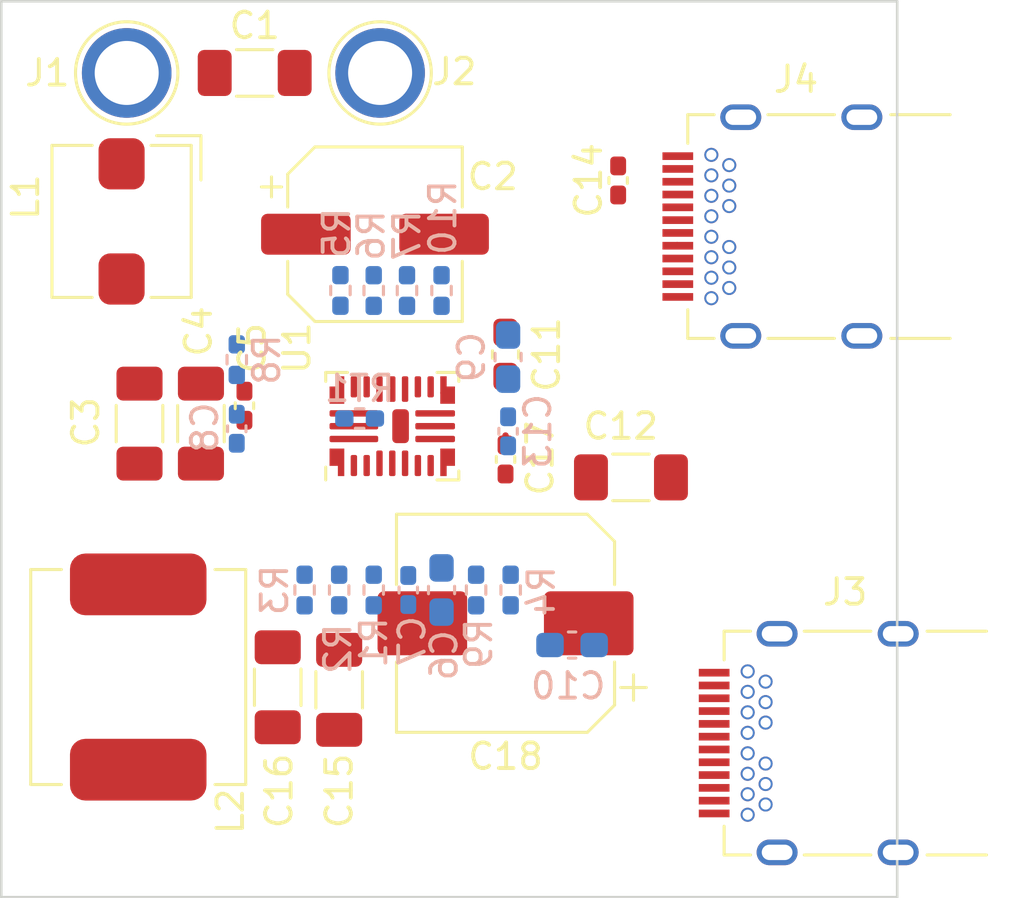
<source format=kicad_pcb>
(kicad_pcb (version 20171130) (host pcbnew "(5.1.9)-1")

  (general
    (thickness 1.6)
    (drawings 1041)
    (tracks 18)
    (zones 0)
    (modules 36)
    (nets 44)
  )

  (page A4)
  (layers
    (0 F.Cu signal)
    (1 In1.Cu power)
    (2 In2.Cu signal)
    (31 B.Cu signal)
    (32 B.Adhes user)
    (33 F.Adhes user)
    (34 B.Paste user)
    (35 F.Paste user)
    (36 B.SilkS user)
    (37 F.SilkS user)
    (38 B.Mask user)
    (39 F.Mask user)
    (40 Dwgs.User user)
    (41 Cmts.User user)
    (42 Eco1.User user)
    (43 Eco2.User user)
    (44 Edge.Cuts user)
    (45 Margin user)
    (46 B.CrtYd user)
    (47 F.CrtYd user)
    (48 B.Fab user)
    (49 F.Fab user)
  )

  (setup
    (last_trace_width 0.25)
    (user_trace_width 0.5)
    (trace_clearance 0.2)
    (zone_clearance 0.3)
    (zone_45_only yes)
    (trace_min 0.25)
    (via_size 0.3)
    (via_drill 0.15)
    (via_min_size 0.3)
    (via_min_drill 0.15)
    (user_via 0.8 0.4)
    (uvia_size 0.3)
    (uvia_drill 0.15)
    (uvias_allowed no)
    (uvia_min_size 0.3)
    (uvia_min_drill 0.15)
    (edge_width 0.05)
    (segment_width 0.2)
    (pcb_text_width 0.3)
    (pcb_text_size 1.5 1.5)
    (mod_edge_width 0.12)
    (mod_text_size 1 1)
    (mod_text_width 0.15)
    (pad_size 1.325 1.8)
    (pad_drill 0)
    (pad_to_mask_clearance 0)
    (aux_axis_origin 0 0)
    (visible_elements 7FFDFFFF)
    (pcbplotparams
      (layerselection 0x010fc_ffffffff)
      (usegerberextensions false)
      (usegerberattributes true)
      (usegerberadvancedattributes true)
      (creategerberjobfile true)
      (excludeedgelayer true)
      (linewidth 0.100000)
      (plotframeref false)
      (viasonmask false)
      (mode 1)
      (useauxorigin false)
      (hpglpennumber 1)
      (hpglpenspeed 20)
      (hpglpendiameter 15.000000)
      (psnegative false)
      (psa4output false)
      (plotreference true)
      (plotvalue true)
      (plotinvisibletext false)
      (padsonsilk false)
      (subtractmaskfromsilk false)
      (outputformat 1)
      (mirror false)
      (drillshape 1)
      (scaleselection 1)
      (outputdirectory ""))
  )

  (net 0 "")
  (net 1 GND)
  (net 2 "Net-(C1-Pad1)")
  (net 3 VCC)
  (net 4 +5V)
  (net 5 "Net-(C8-Pad2)")
  (net 6 "Net-(C8-Pad1)")
  (net 7 "Net-(C9-Pad2)")
  (net 8 /PA_BUS)
  (net 9 /PB_BUS)
  (net 10 "Net-(J3-PadB11)")
  (net 11 "Net-(J3-PadB10)")
  (net 12 "Net-(J3-PadB8)")
  (net 13 /PA_CC2)
  (net 14 "Net-(J3-PadB3)")
  (net 15 "Net-(J3-PadB2)")
  (net 16 /PA_DM)
  (net 17 /PA_DP)
  (net 18 "Net-(J3-PadA11)")
  (net 19 "Net-(J3-PadA8)")
  (net 20 "Net-(J3-PadA10)")
  (net 21 /PA_CC1)
  (net 22 "Net-(J3-PadA3)")
  (net 23 "Net-(J3-PadA2)")
  (net 24 "Net-(J4-PadB11)")
  (net 25 "Net-(J4-PadB10)")
  (net 26 "Net-(J4-PadB8)")
  (net 27 /PB_CC2)
  (net 28 "Net-(J4-PadB3)")
  (net 29 "Net-(J4-PadB2)")
  (net 30 /PB_DM)
  (net 31 /PB_DP)
  (net 32 "Net-(J4-PadA11)")
  (net 33 "Net-(J4-PadA8)")
  (net 34 "Net-(J4-PadA10)")
  (net 35 /PB_CC1)
  (net 36 "Net-(J4-PadA3)")
  (net 37 "Net-(J4-PadA2)")
  (net 38 "Net-(R1-Pad2)")
  (net 39 "Net-(R3-Pad1)")
  (net 40 "Net-(R4-Pad1)")
  (net 41 "Net-(R5-Pad2)")
  (net 42 "Net-(R7-Pad1)")
  (net 43 "Net-(R8-Pad2)")

  (net_class Default "This is the default net class."
    (clearance 0.2)
    (trace_width 0.25)
    (via_dia 0.3)
    (via_drill 0.15)
    (uvia_dia 0.3)
    (uvia_drill 0.15)
    (diff_pair_width 0.25)
    (diff_pair_gap 0.25)
    (add_net +5V)
    (add_net /PA_BUS)
    (add_net /PA_CC1)
    (add_net /PA_CC2)
    (add_net /PA_DM)
    (add_net /PA_DP)
    (add_net /PB_BUS)
    (add_net /PB_CC1)
    (add_net /PB_CC2)
    (add_net /PB_DM)
    (add_net /PB_DP)
    (add_net GND)
    (add_net "Net-(C1-Pad1)")
    (add_net "Net-(C8-Pad1)")
    (add_net "Net-(C8-Pad2)")
    (add_net "Net-(C9-Pad2)")
    (add_net "Net-(J3-PadA10)")
    (add_net "Net-(J3-PadA11)")
    (add_net "Net-(J3-PadA2)")
    (add_net "Net-(J3-PadA3)")
    (add_net "Net-(J3-PadA8)")
    (add_net "Net-(J3-PadB10)")
    (add_net "Net-(J3-PadB11)")
    (add_net "Net-(J3-PadB2)")
    (add_net "Net-(J3-PadB3)")
    (add_net "Net-(J3-PadB8)")
    (add_net "Net-(J4-PadA10)")
    (add_net "Net-(J4-PadA11)")
    (add_net "Net-(J4-PadA2)")
    (add_net "Net-(J4-PadA3)")
    (add_net "Net-(J4-PadA8)")
    (add_net "Net-(J4-PadB10)")
    (add_net "Net-(J4-PadB11)")
    (add_net "Net-(J4-PadB2)")
    (add_net "Net-(J4-PadB3)")
    (add_net "Net-(J4-PadB8)")
    (add_net "Net-(R1-Pad2)")
    (add_net "Net-(R3-Pad1)")
    (add_net "Net-(R4-Pad1)")
    (add_net "Net-(R5-Pad2)")
    (add_net "Net-(R7-Pad1)")
    (add_net "Net-(R8-Pad2)")
    (add_net VCC)
  )

  (module Tutorial2:USB_C_Plug_632723300011 (layer F.Cu) (tedit 602F5751) (tstamp 665F33AF)
    (at 134.62 93.98 90)
    (descr USB_C_Plug_632723300011)
    (tags "USB C Type-C")
    (path /6668672F)
    (attr smd)
    (fp_text reference J3 (at 5.9 -1.65 180) (layer F.SilkS)
      (effects (font (size 1 1) (thickness 0.15)))
    )
    (fp_text value USB_C_Plug_632723300011 (at 0.6 6.35 90) (layer F.Fab)
      (effects (font (size 1 1) (thickness 0.15)))
    )
    (fp_line (start 4.37 -3.25) (end 4.37 -0.65) (layer F.SilkS) (width 0.12))
    (fp_line (start -4.37 -3.25) (end -4.37 -0.65) (layer F.SilkS) (width 0.12))
    (fp_line (start -4.37 4.82) (end -4.37 -6.97) (layer F.Fab) (width 0.1))
    (fp_line (start -4.37 -6.97) (end 4.37 -6.97) (layer F.Fab) (width 0.1))
    (fp_line (start -4.37 -6.38) (end -3.25 -6.38) (layer F.SilkS) (width 0.12))
    (fp_line (start 3.25 -6.38) (end 4.37 -6.38) (layer F.SilkS) (width 0.12))
    (fp_line (start -4.37 4.82) (end 4.37 4.82) (layer F.Fab) (width 0.1))
    (fp_line (start 4.37 4.82) (end 4.37 -6.97) (layer F.Fab) (width 0.1))
    (fp_line (start -5.07 -7.62) (end 5.07 -7.62) (layer F.CrtYd) (width 0.05))
    (fp_line (start 5.07 -7.62) (end 5.07 5.32) (layer F.CrtYd) (width 0.05))
    (fp_line (start 5.07 5.32) (end -5.07 5.32) (layer F.CrtYd) (width 0.05))
    (fp_line (start -5.07 5.32) (end -5.07 -7.62) (layer F.CrtYd) (width 0.05))
    (fp_line (start -4.37 1.55) (end -4.37 3.87) (layer F.SilkS) (width 0.12))
    (fp_line (start -4.37 -6.38) (end -4.37 -5.35) (layer F.SilkS) (width 0.12))
    (fp_line (start 4.37 1.55) (end 4.37 3.87) (layer F.SilkS) (width 0.12))
    (fp_line (start 4.37 -6.38) (end 4.37 -5.35) (layer F.SilkS) (width 0.12))
    (fp_text user %R (at 0 -1.75 90) (layer F.Fab)
      (effects (font (size 1 1) (thickness 0.1)))
    )
    (pad M2 thru_hole circle (at -2 -5.46 90) (size 0.55 0.55) (drill 0.4) (layers *.Cu *.Mask)
      (net 1 GND))
    (pad M1 thru_hole circle (at 2 -5.46 90) (size 0.55 0.55) (drill 0.4) (layers *.Cu *.Mask)
      (net 1 GND))
    (pad B11 thru_hole circle (at -2.4 -4.76 90) (size 0.55 0.55) (drill 0.4) (layers *.Cu *.Mask)
      (net 10 "Net-(J3-PadB11)"))
    (pad B10 thru_hole circle (at -1.6 -4.76 90) (size 0.55 0.55) (drill 0.4) (layers *.Cu *.Mask)
      (net 11 "Net-(J3-PadB10)"))
    (pad B8 thru_hole circle (at -0.8 -4.76 90) (size 0.55 0.55) (drill 0.4) (layers *.Cu *.Mask)
      (net 12 "Net-(J3-PadB8)"))
    (pad B5 thru_hole circle (at 0.8 -4.76 90) (size 0.55 0.55) (drill 0.4) (layers *.Cu *.Mask)
      (net 13 /PA_CC2))
    (pad B3 thru_hole circle (at 1.6 -4.76 90) (size 0.55 0.55) (drill 0.4) (layers *.Cu *.Mask)
      (net 14 "Net-(J3-PadB3)"))
    (pad B2 thru_hole circle (at 2.4 -4.76 90) (size 0.55 0.55) (drill 0.4) (layers *.Cu *.Mask)
      (net 15 "Net-(J3-PadB2)"))
    (pad B12 thru_hole circle (at -2.8 -5.46 90) (size 0.55 0.55) (drill 0.4) (layers *.Cu *.Mask)
      (net 1 GND))
    (pad B9 thru_hole circle (at -1.2 -5.46 90) (size 0.55 0.55) (drill 0.4) (layers *.Cu *.Mask)
      (net 8 /PA_BUS))
    (pad B7 thru_hole circle (at -0.4 -5.46 90) (size 0.55 0.55) (drill 0.4) (layers *.Cu *.Mask)
      (net 16 /PA_DM))
    (pad B6 thru_hole circle (at 0.4 -5.46 90) (size 0.55 0.55) (drill 0.4) (layers *.Cu *.Mask)
      (net 17 /PA_DP))
    (pad B4 thru_hole circle (at 1.2 -5.46 90) (size 0.55 0.55) (drill 0.4) (layers *.Cu *.Mask)
      (net 8 /PA_BUS))
    (pad B1 thru_hole circle (at 2.8 -5.46 90) (size 0.55 0.55) (drill 0.4) (layers *.Cu *.Mask)
      (net 1 GND))
    (pad S2 thru_hole oval (at -4.27 0.42 90) (size 1 1.6) (drill oval 0.6 1.2) (layers *.Cu *.Mask)
      (net 1 GND))
    (pad S3 thru_hole oval (at 4.27 0.42 90) (size 1 1.6) (drill oval 0.6 1.2) (layers *.Cu *.Mask)
      (net 1 GND))
    (pad S4 thru_hole oval (at 4.27 -4.31 90) (size 1 1.6) (drill oval 0.6 1.2) (layers *.Cu *.Mask)
      (net 1 GND))
    (pad A11 smd rect (at 2.25 -6.77 90) (size 0.3 1.2) (layers F.Cu F.Paste F.Mask)
      (net 18 "Net-(J3-PadA11)"))
    (pad A8 smd rect (at 0.75 -6.77 90) (size 0.3 1.2) (layers F.Cu F.Paste F.Mask)
      (net 19 "Net-(J3-PadA8)"))
    (pad A9 smd rect (at 1.25 -6.77 90) (size 0.3 1.2) (layers F.Cu F.Paste F.Mask)
      (net 8 /PA_BUS))
    (pad A10 smd rect (at 1.75 -6.77 90) (size 0.3 1.2) (layers F.Cu F.Paste F.Mask)
      (net 20 "Net-(J3-PadA10)"))
    (pad A12 smd rect (at 2.75 -6.77 90) (size 0.3 1.2) (layers F.Cu F.Paste F.Mask)
      (net 1 GND))
    (pad A7 smd rect (at 0.25 -6.77 90) (size 0.3 1.2) (layers F.Cu F.Paste F.Mask)
      (net 16 /PA_DM))
    (pad A6 smd rect (at -0.25 -6.77 90) (size 0.3 1.2) (layers F.Cu F.Paste F.Mask)
      (net 17 /PA_DP))
    (pad A5 smd rect (at -0.75 -6.77 90) (size 0.3 1.2) (layers F.Cu F.Paste F.Mask)
      (net 21 /PA_CC1))
    (pad A4 smd rect (at -1.25 -6.77 90) (size 0.3 1.2) (layers F.Cu F.Paste F.Mask)
      (net 8 /PA_BUS))
    (pad A3 smd rect (at -1.75 -6.77 90) (size 0.3 1.2) (layers F.Cu F.Paste F.Mask)
      (net 22 "Net-(J3-PadA3)"))
    (pad A2 smd rect (at -2.25 -6.77 90) (size 0.3 1.2) (layers F.Cu F.Paste F.Mask)
      (net 23 "Net-(J3-PadA2)"))
    (pad A1 smd rect (at -2.75 -6.77 90) (size 0.3 1.2) (layers F.Cu F.Paste F.Mask)
      (net 1 GND))
    (pad S1 thru_hole oval (at -4.27 -4.31 90) (size 1 1.6) (drill oval 0.6 1.2) (layers *.Cu *.Mask)
      (net 1 GND))
    (model "${KIPRJMOD}/Lib/Download_STP_632723300011 (rev1).stp"
      (offset (xyz 0 0 1.5))
      (scale (xyz 1 1 1))
      (rotate (xyz 90 0 180))
    )
  )

  (module Tutorial2:RPQ0025A (layer F.Cu) (tedit 607A6F89) (tstamp 665F350C)
    (at 115.275 81.6 90)
    (path /665EF719)
    (attr smd)
    (fp_text reference U1 (at 3.05 -3.725 90) (layer F.SilkS)
      (effects (font (size 1 1) (thickness 0.15)))
    )
    (fp_text value TPS25858QRPQRQ1 (at 0 3.95 90) (layer F.Fab)
      (effects (font (size 1 1) (thickness 0.15)))
    )
    (fp_line (start -2.45 2.95) (end -2.45 -2.95) (layer F.CrtYd) (width 0.05))
    (fp_line (start 2.45 2.95) (end -2.45 2.95) (layer F.CrtYd) (width 0.05))
    (fp_line (start 2.45 -2.95) (end 2.45 2.95) (layer F.CrtYd) (width 0.05))
    (fp_line (start -2.45 -2.95) (end 2.45 -2.95) (layer F.CrtYd) (width 0.05))
    (fp_line (start -1.6 -2.6) (end -2.1 -2.6) (layer F.SilkS) (width 0.12))
    (fp_line (start -2.1 2.6) (end -2.1 1.75) (layer F.SilkS) (width 0.12))
    (fp_line (start -1.75 2.6) (end -2.1 2.6) (layer F.SilkS) (width 0.12))
    (fp_line (start 2.1 2.6) (end 2.1 1.75) (layer F.SilkS) (width 0.12))
    (fp_line (start 1.75 2.6) (end 2.1 2.6) (layer F.SilkS) (width 0.12))
    (fp_line (start 2.1 -2.6) (end 2.1 -1.75) (layer F.SilkS) (width 0.12))
    (fp_line (start 1.75 -2.6) (end 2.1 -2.6) (layer F.SilkS) (width 0.12))
    (fp_line (start 1.8 -2.3) (end -0.8 -2.3) (layer F.Fab) (width 0.15))
    (fp_line (start 1.8 2.3) (end 1.8 -2.3) (layer F.Fab) (width 0.15))
    (fp_line (start -1.8 2.3) (end 1.8 2.3) (layer F.Fab) (width 0.15))
    (fp_line (start -1.8 -1.3) (end -1.8 2.3) (layer F.Fab) (width 0.15))
    (fp_line (start -0.8 -2.3) (end -1.8 -1.3) (layer F.Fab) (width 0.15))
    (fp_poly (pts (xy 0.56 -1.67) (xy 0.44 -1.67) (xy 0.44 -2.39) (xy 0.56 -2.39)) (layer F.Paste) (width 0.125))
    (fp_poly (pts (xy 0.06 -1.67) (xy -0.06 -1.67) (xy -0.06 -2.39) (xy 0.06 -2.39)) (layer F.Paste) (width 0.125))
    (fp_poly (pts (xy -0.44 -1.67) (xy -0.56 -1.67) (xy -0.56 -2.39) (xy -0.44 -2.39)) (layer F.Paste) (width 0.125))
    (fp_poly (pts (xy 0.56 -0.62) (xy 0.44 -0.62) (xy 0.44 -1.34) (xy 0.56 -1.34)) (layer F.Paste) (width 0.125))
    (fp_poly (pts (xy 0.06 -0.62) (xy -0.06 -0.62) (xy -0.06 -1.34) (xy 0.06 -1.34)) (layer F.Paste) (width 0.125))
    (fp_poly (pts (xy -0.44 -0.62) (xy -0.56 -0.62) (xy -0.56 -1.34) (xy -0.44 -1.34)) (layer F.Paste) (width 0.125))
    (fp_poly (pts (xy 0.56 1.51) (xy 0.44 1.51) (xy 0.44 0.96) (xy 0.56 0.96)) (layer F.Paste) (width 0.125))
    (fp_poly (pts (xy 0.06 1.51) (xy -0.06 1.51) (xy -0.06 0.96) (xy 0.06 0.96)) (layer F.Paste) (width 0.125))
    (fp_poly (pts (xy -0.44 1.51) (xy -0.56 1.51) (xy -0.56 0.96) (xy -0.44 0.96)) (layer F.Paste) (width 0.125))
    (fp_poly (pts (xy 0.56 2.385) (xy 0.44 2.385) (xy 0.44 1.835) (xy 0.56 1.835)) (layer F.Paste) (width 0.125))
    (fp_poly (pts (xy 0.06 2.385) (xy -0.06 2.385) (xy -0.06 1.835) (xy 0.06 1.835)) (layer F.Paste) (width 0.125))
    (fp_poly (pts (xy -0.44 2.385) (xy -0.56 2.385) (xy -0.56 1.835) (xy -0.44 1.835)) (layer F.Paste) (width 0.125))
    (fp_text user %R (at 0.7 0.1 90) (layer F.Fab)
      (effects (font (size 1 1) (thickness 0.15)))
    )
    (pad 21 smd custom (at 1.3 -2 90) (size 0.2 0.75) (layers F.Cu F.Paste F.Mask)
      (net 43 "Net-(R8-Pad2)")
      (options (clearance outline) (anchor circle))
      (primitives
        (gr_poly (pts
           (xy -0.425 0.125) (xy 0.65 0.125) (xy 0.65 -0.125) (xy 0.25 -0.125) (xy 0.25 -0.45)
           (xy -0.425 -0.45)) (width 0.001))
      ))
    (pad 13 smd custom (at 1.3 2 90) (size 0.2 0.75) (layers F.Cu F.Paste F.Mask)
      (net 7 "Net-(C9-Pad2)")
      (options (clearance outline) (anchor circle))
      (primitives
        (gr_poly (pts
           (xy -0.425 -0.125) (xy 0.65 -0.125) (xy 0.65 0.125) (xy 0.25 0.125) (xy 0.25 0.45)
           (xy -0.425 0.45)) (width 0.001))
      ))
    (pad 9 smd custom (at -1.3 2 90) (size 0.2 0.75) (layers F.Cu F.Paste F.Mask)
      (net 40 "Net-(R4-Pad1)")
      (options (clearance outline) (anchor circle))
      (primitives
        (gr_poly (pts
           (xy 0.425 -0.125) (xy -0.65 -0.125) (xy -0.65 0.125) (xy -0.25 0.125) (xy -0.25 0.45)
           (xy 0.425 0.45)) (width 0.001))
      ))
    (pad 1 smd custom (at -1.4 -2 90) (size 0.1 0.5) (layers F.Cu F.Paste F.Mask)
      (net 39 "Net-(R3-Pad1)")
      (options (clearance outline) (anchor circle))
      (primitives
        (gr_poly (pts
           (xy 0.525 0.125) (xy -0.55 0.125) (xy -0.55 -0.125) (xy -0.15 -0.125) (xy -0.15 -0.45)
           (xy 0.525 -0.45)) (width 0.001))
      ))
    (pad 25 smd roundrect (at 0 0.325 90) (size 1.325 0.65) (layers F.Cu F.Paste F.Mask) (roundrect_rratio 0.25)
      (net 1 GND))
    (pad 24 smd roundrect (at -0.5 -1.5 90) (size 0.25 1.9) (layers F.Cu F.Mask) (roundrect_rratio 0.25)
      (net 1 GND))
    (pad 23 smd roundrect (at 0 -1.5 90) (size 0.25 1.9) (layers F.Cu F.Mask) (roundrect_rratio 0.25)
      (net 6 "Net-(C8-Pad1)"))
    (pad 22 smd roundrect (at 0.5 -1.5 90) (size 0.25 1.9) (layers F.Cu F.Mask) (roundrect_rratio 0.25)
      (net 3 VCC))
    (pad 20 smd roundrect (at 1.5375 -1.5 180) (size 0.25 0.825) (layers F.Cu F.Paste F.Mask) (roundrect_rratio 0.25)
      (net 41 "Net-(R5-Pad2)"))
    (pad 19 smd roundrect (at 1.5375 -1 180) (size 0.25 0.825) (layers F.Cu F.Paste F.Mask) (roundrect_rratio 0.25)
      (net 42 "Net-(R7-Pad1)"))
    (pad 18 smd roundrect (at 1.45 -0.5 180) (size 0.25 1) (layers F.Cu F.Paste F.Mask) (roundrect_rratio 0.25)
      (net 31 /PB_DP))
    (pad 17 smd roundrect (at 1.45 0 180) (size 0.25 1) (layers F.Cu F.Paste F.Mask) (roundrect_rratio 0.25)
      (net 30 /PB_DM))
    (pad 16 smd roundrect (at 1.45 0.5 180) (size 0.25 1) (layers F.Cu F.Paste F.Mask) (roundrect_rratio 0.25)
      (net 1 GND))
    (pad 15 smd roundrect (at 1.5375 1 180) (size 0.25 0.825) (layers F.Cu F.Paste F.Mask) (roundrect_rratio 0.25)
      (net 35 /PB_CC1))
    (pad 14 smd roundrect (at 1.5375 1.5 180) (size 0.25 0.825) (layers F.Cu F.Paste F.Mask) (roundrect_rratio 0.25)
      (net 27 /PB_CC2))
    (pad 12 smd roundrect (at 0.5 1.675 90) (size 0.25 1.55) (layers F.Cu F.Mask) (roundrect_rratio 0.25)
      (net 9 /PB_BUS))
    (pad 11 smd roundrect (at 0 1.675 90) (size 0.25 1.55) (layers F.Cu F.Mask) (roundrect_rratio 0.25)
      (net 4 +5V))
    (pad 10 smd roundrect (at -0.5 1.675 90) (size 0.25 1.55) (layers F.Cu F.Mask) (roundrect_rratio 0.25)
      (net 8 /PA_BUS))
    (pad 8 smd roundrect (at -1.5375 1.5 180) (size 0.25 0.825) (layers F.Cu F.Paste F.Mask) (roundrect_rratio 0.25)
      (net 13 /PA_CC2))
    (pad 7 smd roundrect (at -1.5375 1 180) (size 0.25 0.825) (layers F.Cu F.Paste F.Mask) (roundrect_rratio 0.25)
      (net 21 /PA_CC1))
    (pad 6 smd roundrect (at -1.45 0.5 180) (size 0.25 1) (layers F.Cu F.Paste F.Mask) (roundrect_rratio 0.25)
      (net 1 GND))
    (pad 5 smd roundrect (at -1.45 0 180) (size 0.25 1) (layers F.Cu F.Paste F.Mask) (roundrect_rratio 0.25)
      (net 16 /PA_DM))
    (pad 4 smd roundrect (at -1.45 -0.5 180) (size 0.25 1) (layers F.Cu F.Paste F.Mask) (roundrect_rratio 0.25)
      (net 17 /PA_DP))
    (pad 3 smd roundrect (at -1.5375 -1 180) (size 0.25 0.825) (layers F.Cu F.Paste F.Mask) (roundrect_rratio 0.25)
      (net 4 +5V))
    (pad 2 smd roundrect (at -1.5375 -1.5 180) (size 0.25 0.825) (layers F.Cu F.Paste F.Mask) (roundrect_rratio 0.25)
      (net 38 "Net-(R1-Pad2)"))
    (model ${KIPRJMOD}/Lib/RPQ0025A.stp
      (at (xyz 0 0 0))
      (scale (xyz 1 1 1))
      (rotate (xyz 0 0 0))
    )
  )

  (module Tutorial2:L_Panasonic_M0840 (layer F.Cu) (tedit 602F9085) (tstamp 665F3417)
    (at 105.35 91.4 270)
    (descr "Inductor, Wurth, 5030, 5.7mmx5.2mmx2.8mm")
    (tags Inductor)
    (path /66627D49)
    (attr smd)
    (fp_text reference L2 (at 5.25 -3.6 90) (layer F.SilkS)
      (effects (font (size 1 1) (thickness 0.15)))
    )
    (fp_text value L-Panasonic-ETQP4M4R7KVK (at 0 6.35 90) (layer F.Fab)
      (effects (font (size 1 1) (thickness 0.15)))
    )
    (fp_line (start -4.2 3) (end -4.2 4.2) (layer F.SilkS) (width 0.12))
    (fp_line (start -4.2 -4.2) (end -4.2 -3) (layer F.SilkS) (width 0.12))
    (fp_line (start -4.2 4.2) (end 4.2 4.2) (layer F.SilkS) (width 0.12))
    (fp_line (start 4.2 3) (end 4.2 4.2) (layer F.SilkS) (width 0.12))
    (fp_line (start 4.2 -4.2) (end 4.2 -3) (layer F.SilkS) (width 0.12))
    (fp_line (start -4.2 -4.2) (end 4.2 -4.2) (layer F.SilkS) (width 0.12))
    (fp_line (start -4.2 4.2) (end -4.2 -4.2) (layer F.Fab) (width 0.1))
    (fp_line (start 4.2 4.2) (end -4.2 4.2) (layer F.CrtYd) (width 0.1))
    (fp_line (start 4.2 -4.2) (end 4.2 4.2) (layer F.Fab) (width 0.1))
    (fp_line (start -4.2 -4.2) (end 4.2 -4.2) (layer F.Fab) (width 0.1))
    (fp_line (start -4.2 4.2) (end -4.2 -4.2) (layer F.CrtYd) (width 0.1))
    (fp_line (start 4.2 4.2) (end -4.2 4.2) (layer F.Fab) (width 0.1))
    (fp_line (start 4.2 -4.2) (end 4.2 4.2) (layer F.CrtYd) (width 0.1))
    (fp_line (start -4.2 -4.2) (end 4.2 -4.2) (layer F.CrtYd) (width 0.1))
    (fp_text user %R (at 0 0 90) (layer F.Fab)
      (effects (font (size 1 1) (thickness 0.15)))
    )
    (pad 2 smd roundrect (at 3.6195 0 270) (size 2.413 5.334) (layers F.Cu F.Paste F.Mask) (roundrect_rratio 0.25)
      (net 4 +5V))
    (pad 1 smd roundrect (at -3.6195 0 270) (size 2.413 5.334) (layers F.Cu F.Paste F.Mask) (roundrect_rratio 0.25)
      (net 6 "Net-(C8-Pad1)"))
    (model ${KIPRJMOD}/Lib/PCC-M0840M-LP.STEP
      (offset (xyz 0 0 2.9))
      (scale (xyz 1 1 1))
      (rotate (xyz -90 0 180))
    )
  )

  (module Tutorial2:CP_Elec_6.3x5.8 (layer F.Cu) (tedit 5BCA39D0) (tstamp 665F3243)
    (at 114.6 74.1)
    (descr "SMD capacitor, aluminum electrolytic, Nichicon, 6.3x5.8mm")
    (tags "capacitor electrolytic")
    (path /665F388D)
    (attr smd)
    (fp_text reference C2 (at 4.6 -2.25) (layer F.SilkS)
      (effects (font (size 1 1) (thickness 0.15)))
    )
    (fp_text value 100U/50V (at 0 4.35) (layer F.Fab)
      (effects (font (size 1 1) (thickness 0.15)))
    )
    (fp_line (start -4.7 1.05) (end -3.55 1.05) (layer F.CrtYd) (width 0.05))
    (fp_line (start -4.7 -1.05) (end -4.7 1.05) (layer F.CrtYd) (width 0.05))
    (fp_line (start -3.55 -1.05) (end -4.7 -1.05) (layer F.CrtYd) (width 0.05))
    (fp_line (start -3.55 1.05) (end -3.55 2.4) (layer F.CrtYd) (width 0.05))
    (fp_line (start -3.55 -2.4) (end -3.55 -1.05) (layer F.CrtYd) (width 0.05))
    (fp_line (start -3.55 -2.4) (end -2.4 -3.55) (layer F.CrtYd) (width 0.05))
    (fp_line (start -3.55 2.4) (end -2.4 3.55) (layer F.CrtYd) (width 0.05))
    (fp_line (start -2.4 -3.55) (end 3.55 -3.55) (layer F.CrtYd) (width 0.05))
    (fp_line (start -2.4 3.55) (end 3.55 3.55) (layer F.CrtYd) (width 0.05))
    (fp_line (start 3.55 1.05) (end 3.55 3.55) (layer F.CrtYd) (width 0.05))
    (fp_line (start 4.7 1.05) (end 3.55 1.05) (layer F.CrtYd) (width 0.05))
    (fp_line (start 4.7 -1.05) (end 4.7 1.05) (layer F.CrtYd) (width 0.05))
    (fp_line (start 3.55 -1.05) (end 4.7 -1.05) (layer F.CrtYd) (width 0.05))
    (fp_line (start 3.55 -3.55) (end 3.55 -1.05) (layer F.CrtYd) (width 0.05))
    (fp_line (start -4.04375 -2.24125) (end -4.04375 -1.45375) (layer F.SilkS) (width 0.12))
    (fp_line (start -4.4375 -1.8475) (end -3.65 -1.8475) (layer F.SilkS) (width 0.12))
    (fp_line (start -3.41 2.345563) (end -2.345563 3.41) (layer F.SilkS) (width 0.12))
    (fp_line (start -3.41 -2.345563) (end -2.345563 -3.41) (layer F.SilkS) (width 0.12))
    (fp_line (start -3.41 -2.345563) (end -3.41 -1.06) (layer F.SilkS) (width 0.12))
    (fp_line (start -3.41 2.345563) (end -3.41 1.06) (layer F.SilkS) (width 0.12))
    (fp_line (start -2.345563 3.41) (end 3.41 3.41) (layer F.SilkS) (width 0.12))
    (fp_line (start -2.345563 -3.41) (end 3.41 -3.41) (layer F.SilkS) (width 0.12))
    (fp_line (start 3.41 -3.41) (end 3.41 -1.06) (layer F.SilkS) (width 0.12))
    (fp_line (start 3.41 3.41) (end 3.41 1.06) (layer F.SilkS) (width 0.12))
    (fp_line (start -2.389838 -1.645) (end -2.389838 -1.015) (layer F.Fab) (width 0.1))
    (fp_line (start -2.704838 -1.33) (end -2.074838 -1.33) (layer F.Fab) (width 0.1))
    (fp_line (start -3.3 2.3) (end -2.3 3.3) (layer F.Fab) (width 0.1))
    (fp_line (start -3.3 -2.3) (end -2.3 -3.3) (layer F.Fab) (width 0.1))
    (fp_line (start -3.3 -2.3) (end -3.3 2.3) (layer F.Fab) (width 0.1))
    (fp_line (start -2.3 3.3) (end 3.3 3.3) (layer F.Fab) (width 0.1))
    (fp_line (start -2.3 -3.3) (end 3.3 -3.3) (layer F.Fab) (width 0.1))
    (fp_line (start 3.3 -3.3) (end 3.3 3.3) (layer F.Fab) (width 0.1))
    (fp_circle (center 0 0) (end 3.15 0) (layer F.Fab) (width 0.1))
    (fp_text user %R (at 0 0) (layer F.Fab)
      (effects (font (size 1 1) (thickness 0.15)))
    )
    (pad 2 smd roundrect (at 2.7 0) (size 3.5 1.6) (layers F.Cu F.Paste F.Mask) (roundrect_rratio 0.15625)
      (net 1 GND))
    (pad 1 smd roundrect (at -2.7 0) (size 3.5 1.6) (layers F.Cu F.Paste F.Mask) (roundrect_rratio 0.15625)
      (net 3 VCC))
    (model ${KISYS3DMOD}/Capacitor_SMD.3dshapes/CP_Elec_6.3x5.8.wrl
      (at (xyz 0 0 0))
      (scale (xyz 1 1 1))
      (rotate (xyz 0 0 0))
    )
  )

  (module Tutorial2:CP_Elec_8x10 (layer F.Cu) (tedit 5BCA39D0) (tstamp 665F336A)
    (at 119.7 89.3 180)
    (descr "SMD capacitor, aluminum electrolytic, Nichicon, 8.0x10mm")
    (tags "capacitor electrolytic")
    (path /66635174)
    (attr smd)
    (fp_text reference C18 (at 0 -5.2) (layer F.SilkS)
      (effects (font (size 1 1) (thickness 0.15)))
    )
    (fp_text value 330U/10V (at 0 5.2) (layer F.Fab)
      (effects (font (size 1 1) (thickness 0.15)))
    )
    (fp_line (start -5.25 1.5) (end -4.4 1.5) (layer F.CrtYd) (width 0.05))
    (fp_line (start -5.25 -1.5) (end -5.25 1.5) (layer F.CrtYd) (width 0.05))
    (fp_line (start -4.4 -1.5) (end -5.25 -1.5) (layer F.CrtYd) (width 0.05))
    (fp_line (start -4.4 1.5) (end -4.4 3.25) (layer F.CrtYd) (width 0.05))
    (fp_line (start -4.4 -3.25) (end -4.4 -1.5) (layer F.CrtYd) (width 0.05))
    (fp_line (start -4.4 -3.25) (end -3.25 -4.4) (layer F.CrtYd) (width 0.05))
    (fp_line (start -4.4 3.25) (end -3.25 4.4) (layer F.CrtYd) (width 0.05))
    (fp_line (start -3.25 -4.4) (end 4.4 -4.4) (layer F.CrtYd) (width 0.05))
    (fp_line (start -3.25 4.4) (end 4.4 4.4) (layer F.CrtYd) (width 0.05))
    (fp_line (start 4.4 1.5) (end 4.4 4.4) (layer F.CrtYd) (width 0.05))
    (fp_line (start 5.25 1.5) (end 4.4 1.5) (layer F.CrtYd) (width 0.05))
    (fp_line (start 5.25 -1.5) (end 5.25 1.5) (layer F.CrtYd) (width 0.05))
    (fp_line (start 4.4 -1.5) (end 5.25 -1.5) (layer F.CrtYd) (width 0.05))
    (fp_line (start 4.4 -4.4) (end 4.4 -1.5) (layer F.CrtYd) (width 0.05))
    (fp_line (start -5 -3.01) (end -5 -2.01) (layer F.SilkS) (width 0.12))
    (fp_line (start -5.5 -2.51) (end -4.5 -2.51) (layer F.SilkS) (width 0.12))
    (fp_line (start -4.26 3.195563) (end -3.195563 4.26) (layer F.SilkS) (width 0.12))
    (fp_line (start -4.26 -3.195563) (end -3.195563 -4.26) (layer F.SilkS) (width 0.12))
    (fp_line (start -4.26 -3.195563) (end -4.26 -1.51) (layer F.SilkS) (width 0.12))
    (fp_line (start -4.26 3.195563) (end -4.26 1.51) (layer F.SilkS) (width 0.12))
    (fp_line (start -3.195563 4.26) (end 4.26 4.26) (layer F.SilkS) (width 0.12))
    (fp_line (start -3.195563 -4.26) (end 4.26 -4.26) (layer F.SilkS) (width 0.12))
    (fp_line (start 4.26 -4.26) (end 4.26 -1.51) (layer F.SilkS) (width 0.12))
    (fp_line (start 4.26 4.26) (end 4.26 1.51) (layer F.SilkS) (width 0.12))
    (fp_line (start -3.162278 -1.9) (end -3.162278 -1.1) (layer F.Fab) (width 0.1))
    (fp_line (start -3.562278 -1.5) (end -2.762278 -1.5) (layer F.Fab) (width 0.1))
    (fp_line (start -4.15 3.15) (end -3.15 4.15) (layer F.Fab) (width 0.1))
    (fp_line (start -4.15 -3.15) (end -3.15 -4.15) (layer F.Fab) (width 0.1))
    (fp_line (start -4.15 -3.15) (end -4.15 3.15) (layer F.Fab) (width 0.1))
    (fp_line (start -3.15 4.15) (end 4.15 4.15) (layer F.Fab) (width 0.1))
    (fp_line (start -3.15 -4.15) (end 4.15 -4.15) (layer F.Fab) (width 0.1))
    (fp_line (start 4.15 -4.15) (end 4.15 4.15) (layer F.Fab) (width 0.1))
    (fp_circle (center 0 0) (end 4 0) (layer F.Fab) (width 0.1))
    (fp_text user %R (at 0 0) (layer F.Fab)
      (effects (font (size 1 1) (thickness 0.15)))
    )
    (pad 2 smd roundrect (at 3.25 0 180) (size 3.5 2.5) (layers F.Cu F.Paste F.Mask) (roundrect_rratio 0.1)
      (net 1 GND))
    (pad 1 smd roundrect (at -3.25 0 180) (size 3.5 2.5) (layers F.Cu F.Paste F.Mask) (roundrect_rratio 0.1)
      (net 4 +5V))
    (model ${KISYS3DMOD}/Capacitor_SMD.3dshapes/CP_Elec_8x10.wrl
      (at (xyz 0 0 0))
      (scale (xyz 1 1 1))
      (rotate (xyz 0 0 0))
    )
  )

  (module Tutorial2:R_0402_1005Metric_Pad0.72x0.64mm_HandSolder (layer B.Cu) (tedit 5F6BB9E0) (tstamp 665F34D2)
    (at 114 81.3 180)
    (descr "Resistor SMD 0402 (1005 Metric), square (rectangular) end terminal, IPC_7351 nominal with elongated pad for handsoldering. (Body size source: IPC-SM-782 page 72, https://www.pcb-3d.com/wordpress/wp-content/uploads/ipc-sm-782a_amendment_1_and_2.pdf), generated with kicad-footprint-generator")
    (tags "resistor handsolder")
    (path /666143F2)
    (attr smd)
    (fp_text reference RT1 (at 0 1.17) (layer B.SilkS)
      (effects (font (size 1 1) (thickness 0.15)) (justify mirror))
    )
    (fp_text value 470K (at 0 -1.17) (layer B.Fab)
      (effects (font (size 1 1) (thickness 0.15)) (justify mirror))
    )
    (fp_line (start 1.1 -0.47) (end -1.1 -0.47) (layer B.CrtYd) (width 0.05))
    (fp_line (start 1.1 0.47) (end 1.1 -0.47) (layer B.CrtYd) (width 0.05))
    (fp_line (start -1.1 0.47) (end 1.1 0.47) (layer B.CrtYd) (width 0.05))
    (fp_line (start -1.1 -0.47) (end -1.1 0.47) (layer B.CrtYd) (width 0.05))
    (fp_line (start -0.167621 -0.38) (end 0.167621 -0.38) (layer B.SilkS) (width 0.12))
    (fp_line (start -0.167621 0.38) (end 0.167621 0.38) (layer B.SilkS) (width 0.12))
    (fp_line (start 0.525 -0.27) (end -0.525 -0.27) (layer B.Fab) (width 0.1))
    (fp_line (start 0.525 0.27) (end 0.525 -0.27) (layer B.Fab) (width 0.1))
    (fp_line (start -0.525 0.27) (end 0.525 0.27) (layer B.Fab) (width 0.1))
    (fp_line (start -0.525 -0.27) (end -0.525 0.27) (layer B.Fab) (width 0.1))
    (fp_text user %R (at 0 0) (layer B.Fab)
      (effects (font (size 0.26 0.26) (thickness 0.04)) (justify mirror))
    )
    (pad 2 smd roundrect (at 0.5975 0 180) (size 0.715 0.64) (layers B.Cu B.Paste B.Mask) (roundrect_rratio 0.25)
      (net 38 "Net-(R1-Pad2)"))
    (pad 1 smd roundrect (at -0.5975 0 180) (size 0.715 0.64) (layers B.Cu B.Paste B.Mask) (roundrect_rratio 0.25)
      (net 4 +5V))
    (model ${KISYS3DMOD}/Resistor_SMD.3dshapes/R_0402_1005Metric.wrl
      (at (xyz 0 0 0))
      (scale (xyz 1 1 1))
      (rotate (xyz 0 0 0))
    )
  )

  (module Tutorial2:R_0402_1005Metric_Pad0.72x0.64mm_HandSolder (layer B.Cu) (tedit 5F6BB9E0) (tstamp 665F34C1)
    (at 117.2 76.3 270)
    (descr "Resistor SMD 0402 (1005 Metric), square (rectangular) end terminal, IPC_7351 nominal with elongated pad for handsoldering. (Body size source: IPC-SM-782 page 72, https://www.pcb-3d.com/wordpress/wp-content/uploads/ipc-sm-782a_amendment_1_and_2.pdf), generated with kicad-footprint-generator")
    (tags "resistor handsolder")
    (path /6664A15F)
    (attr smd)
    (fp_text reference R10 (at -2.85 -0.05 90) (layer B.SilkS)
      (effects (font (size 1 1) (thickness 0.15)) (justify mirror))
    )
    (fp_text value 5K1 (at 0 -1.17 90) (layer B.Fab)
      (effects (font (size 1 1) (thickness 0.15)) (justify mirror))
    )
    (fp_line (start 1.1 -0.47) (end -1.1 -0.47) (layer B.CrtYd) (width 0.05))
    (fp_line (start 1.1 0.47) (end 1.1 -0.47) (layer B.CrtYd) (width 0.05))
    (fp_line (start -1.1 0.47) (end 1.1 0.47) (layer B.CrtYd) (width 0.05))
    (fp_line (start -1.1 -0.47) (end -1.1 0.47) (layer B.CrtYd) (width 0.05))
    (fp_line (start -0.167621 -0.38) (end 0.167621 -0.38) (layer B.SilkS) (width 0.12))
    (fp_line (start -0.167621 0.38) (end 0.167621 0.38) (layer B.SilkS) (width 0.12))
    (fp_line (start 0.525 -0.27) (end -0.525 -0.27) (layer B.Fab) (width 0.1))
    (fp_line (start 0.525 0.27) (end 0.525 -0.27) (layer B.Fab) (width 0.1))
    (fp_line (start -0.525 0.27) (end 0.525 0.27) (layer B.Fab) (width 0.1))
    (fp_line (start -0.525 -0.27) (end -0.525 0.27) (layer B.Fab) (width 0.1))
    (fp_text user %R (at 0 0 90) (layer B.Fab)
      (effects (font (size 0.26 0.26) (thickness 0.04)) (justify mirror))
    )
    (pad 2 smd roundrect (at 0.5975 0 270) (size 0.715 0.64) (layers B.Cu B.Paste B.Mask) (roundrect_rratio 0.25)
      (net 35 /PB_CC1))
    (pad 1 smd roundrect (at -0.5975 0 270) (size 0.715 0.64) (layers B.Cu B.Paste B.Mask) (roundrect_rratio 0.25)
      (net 1 GND))
    (model ${KISYS3DMOD}/Resistor_SMD.3dshapes/R_0402_1005Metric.wrl
      (at (xyz 0 0 0))
      (scale (xyz 1 1 1))
      (rotate (xyz 0 0 0))
    )
  )

  (module Tutorial2:R_0402_1005Metric_Pad0.72x0.64mm_HandSolder (layer B.Cu) (tedit 5F6BB9E0) (tstamp 665F34B0)
    (at 118.55 88 90)
    (descr "Resistor SMD 0402 (1005 Metric), square (rectangular) end terminal, IPC_7351 nominal with elongated pad for handsoldering. (Body size source: IPC-SM-782 page 72, https://www.pcb-3d.com/wordpress/wp-content/uploads/ipc-sm-782a_amendment_1_and_2.pdf), generated with kicad-footprint-generator")
    (tags "resistor handsolder")
    (path /666440C6)
    (attr smd)
    (fp_text reference R9 (at -2.1 0.1 90) (layer B.SilkS)
      (effects (font (size 1 1) (thickness 0.15)) (justify mirror))
    )
    (fp_text value 5K1 (at 0 -1.17 90) (layer B.Fab)
      (effects (font (size 1 1) (thickness 0.15)) (justify mirror))
    )
    (fp_line (start 1.1 -0.47) (end -1.1 -0.47) (layer B.CrtYd) (width 0.05))
    (fp_line (start 1.1 0.47) (end 1.1 -0.47) (layer B.CrtYd) (width 0.05))
    (fp_line (start -1.1 0.47) (end 1.1 0.47) (layer B.CrtYd) (width 0.05))
    (fp_line (start -1.1 -0.47) (end -1.1 0.47) (layer B.CrtYd) (width 0.05))
    (fp_line (start -0.167621 -0.38) (end 0.167621 -0.38) (layer B.SilkS) (width 0.12))
    (fp_line (start -0.167621 0.38) (end 0.167621 0.38) (layer B.SilkS) (width 0.12))
    (fp_line (start 0.525 -0.27) (end -0.525 -0.27) (layer B.Fab) (width 0.1))
    (fp_line (start 0.525 0.27) (end 0.525 -0.27) (layer B.Fab) (width 0.1))
    (fp_line (start -0.525 0.27) (end 0.525 0.27) (layer B.Fab) (width 0.1))
    (fp_line (start -0.525 -0.27) (end -0.525 0.27) (layer B.Fab) (width 0.1))
    (fp_text user %R (at 0 0 90) (layer B.Fab)
      (effects (font (size 0.26 0.26) (thickness 0.04)) (justify mirror))
    )
    (pad 2 smd roundrect (at 0.5975 0 90) (size 0.715 0.64) (layers B.Cu B.Paste B.Mask) (roundrect_rratio 0.25)
      (net 21 /PA_CC1))
    (pad 1 smd roundrect (at -0.5975 0 90) (size 0.715 0.64) (layers B.Cu B.Paste B.Mask) (roundrect_rratio 0.25)
      (net 1 GND))
    (model ${KISYS3DMOD}/Resistor_SMD.3dshapes/R_0402_1005Metric.wrl
      (at (xyz 0 0 0))
      (scale (xyz 1 1 1))
      (rotate (xyz 0 0 0))
    )
  )

  (module Tutorial2:R_0402_1005Metric_Pad0.72x0.64mm_HandSolder (layer B.Cu) (tedit 5F6BB9E0) (tstamp 665F349F)
    (at 109.2 79 90)
    (descr "Resistor SMD 0402 (1005 Metric), square (rectangular) end terminal, IPC_7351 nominal with elongated pad for handsoldering. (Body size source: IPC-SM-782 page 72, https://www.pcb-3d.com/wordpress/wp-content/uploads/ipc-sm-782a_amendment_1_and_2.pdf), generated with kicad-footprint-generator")
    (tags "resistor handsolder")
    (path /66626297)
    (attr smd)
    (fp_text reference R8 (at 0 1.17 90) (layer B.SilkS)
      (effects (font (size 1 1) (thickness 0.15)) (justify mirror))
    )
    (fp_text value 0 (at 0 -1.17 90) (layer B.Fab)
      (effects (font (size 1 1) (thickness 0.15)) (justify mirror))
    )
    (fp_line (start 1.1 -0.47) (end -1.1 -0.47) (layer B.CrtYd) (width 0.05))
    (fp_line (start 1.1 0.47) (end 1.1 -0.47) (layer B.CrtYd) (width 0.05))
    (fp_line (start -1.1 0.47) (end 1.1 0.47) (layer B.CrtYd) (width 0.05))
    (fp_line (start -1.1 -0.47) (end -1.1 0.47) (layer B.CrtYd) (width 0.05))
    (fp_line (start -0.167621 -0.38) (end 0.167621 -0.38) (layer B.SilkS) (width 0.12))
    (fp_line (start -0.167621 0.38) (end 0.167621 0.38) (layer B.SilkS) (width 0.12))
    (fp_line (start 0.525 -0.27) (end -0.525 -0.27) (layer B.Fab) (width 0.1))
    (fp_line (start 0.525 0.27) (end 0.525 -0.27) (layer B.Fab) (width 0.1))
    (fp_line (start -0.525 0.27) (end 0.525 0.27) (layer B.Fab) (width 0.1))
    (fp_line (start -0.525 -0.27) (end -0.525 0.27) (layer B.Fab) (width 0.1))
    (fp_text user %R (at 0 0 90) (layer B.Fab)
      (effects (font (size 0.26 0.26) (thickness 0.04)) (justify mirror))
    )
    (pad 2 smd roundrect (at 0.5975 0 90) (size 0.715 0.64) (layers B.Cu B.Paste B.Mask) (roundrect_rratio 0.25)
      (net 43 "Net-(R8-Pad2)"))
    (pad 1 smd roundrect (at -0.5975 0 90) (size 0.715 0.64) (layers B.Cu B.Paste B.Mask) (roundrect_rratio 0.25)
      (net 5 "Net-(C8-Pad2)"))
    (model ${KISYS3DMOD}/Resistor_SMD.3dshapes/R_0402_1005Metric.wrl
      (at (xyz 0 0 0))
      (scale (xyz 1 1 1))
      (rotate (xyz 0 0 0))
    )
  )

  (module Tutorial2:R_0402_1005Metric_Pad0.72x0.64mm_HandSolder (layer B.Cu) (tedit 5F6BB9E0) (tstamp 665F348E)
    (at 115.85 76.3 90)
    (descr "Resistor SMD 0402 (1005 Metric), square (rectangular) end terminal, IPC_7351 nominal with elongated pad for handsoldering. (Body size source: IPC-SM-782 page 72, https://www.pcb-3d.com/wordpress/wp-content/uploads/ipc-sm-782a_amendment_1_and_2.pdf), generated with kicad-footprint-generator")
    (tags "resistor handsolder")
    (path /6661D3C1)
    (attr smd)
    (fp_text reference R7 (at 2.15 0 90) (layer B.SilkS)
      (effects (font (size 1 1) (thickness 0.15)) (justify mirror))
    )
    (fp_text value 49K9/1% (at 0 -1.17 90) (layer B.Fab)
      (effects (font (size 1 1) (thickness 0.15)) (justify mirror))
    )
    (fp_line (start 1.1 -0.47) (end -1.1 -0.47) (layer B.CrtYd) (width 0.05))
    (fp_line (start 1.1 0.47) (end 1.1 -0.47) (layer B.CrtYd) (width 0.05))
    (fp_line (start -1.1 0.47) (end 1.1 0.47) (layer B.CrtYd) (width 0.05))
    (fp_line (start -1.1 -0.47) (end -1.1 0.47) (layer B.CrtYd) (width 0.05))
    (fp_line (start -0.167621 -0.38) (end 0.167621 -0.38) (layer B.SilkS) (width 0.12))
    (fp_line (start -0.167621 0.38) (end 0.167621 0.38) (layer B.SilkS) (width 0.12))
    (fp_line (start 0.525 -0.27) (end -0.525 -0.27) (layer B.Fab) (width 0.1))
    (fp_line (start 0.525 0.27) (end 0.525 -0.27) (layer B.Fab) (width 0.1))
    (fp_line (start -0.525 0.27) (end 0.525 0.27) (layer B.Fab) (width 0.1))
    (fp_line (start -0.525 -0.27) (end -0.525 0.27) (layer B.Fab) (width 0.1))
    (fp_text user %R (at 0 0 90) (layer B.Fab)
      (effects (font (size 0.26 0.26) (thickness 0.04)) (justify mirror))
    )
    (pad 2 smd roundrect (at 0.5975 0 90) (size 0.715 0.64) (layers B.Cu B.Paste B.Mask) (roundrect_rratio 0.25)
      (net 1 GND))
    (pad 1 smd roundrect (at -0.5975 0 90) (size 0.715 0.64) (layers B.Cu B.Paste B.Mask) (roundrect_rratio 0.25)
      (net 42 "Net-(R7-Pad1)"))
    (model ${KISYS3DMOD}/Resistor_SMD.3dshapes/R_0402_1005Metric.wrl
      (at (xyz 0 0 0))
      (scale (xyz 1 1 1))
      (rotate (xyz 0 0 0))
    )
  )

  (module Tutorial2:R_0402_1005Metric_Pad0.72x0.64mm_HandSolder (layer B.Cu) (tedit 5F6BB9E0) (tstamp 665F347D)
    (at 114.55 76.3 90)
    (descr "Resistor SMD 0402 (1005 Metric), square (rectangular) end terminal, IPC_7351 nominal with elongated pad for handsoldering. (Body size source: IPC-SM-782 page 72, https://www.pcb-3d.com/wordpress/wp-content/uploads/ipc-sm-782a_amendment_1_and_2.pdf), generated with kicad-footprint-generator")
    (tags "resistor handsolder")
    (path /665F1375)
    (attr smd)
    (fp_text reference R6 (at 2.15 -0.1 90) (layer B.SilkS)
      (effects (font (size 1 1) (thickness 0.15)) (justify mirror))
    )
    (fp_text value 20K (at 0 -1.17 90) (layer B.Fab)
      (effects (font (size 1 1) (thickness 0.15)) (justify mirror))
    )
    (fp_line (start 1.1 -0.47) (end -1.1 -0.47) (layer B.CrtYd) (width 0.05))
    (fp_line (start 1.1 0.47) (end 1.1 -0.47) (layer B.CrtYd) (width 0.05))
    (fp_line (start -1.1 0.47) (end 1.1 0.47) (layer B.CrtYd) (width 0.05))
    (fp_line (start -1.1 -0.47) (end -1.1 0.47) (layer B.CrtYd) (width 0.05))
    (fp_line (start -0.167621 -0.38) (end 0.167621 -0.38) (layer B.SilkS) (width 0.12))
    (fp_line (start -0.167621 0.38) (end 0.167621 0.38) (layer B.SilkS) (width 0.12))
    (fp_line (start 0.525 -0.27) (end -0.525 -0.27) (layer B.Fab) (width 0.1))
    (fp_line (start 0.525 0.27) (end 0.525 -0.27) (layer B.Fab) (width 0.1))
    (fp_line (start -0.525 0.27) (end 0.525 0.27) (layer B.Fab) (width 0.1))
    (fp_line (start -0.525 -0.27) (end -0.525 0.27) (layer B.Fab) (width 0.1))
    (fp_text user %R (at 0 0 90) (layer B.Fab)
      (effects (font (size 0.26 0.26) (thickness 0.04)) (justify mirror))
    )
    (pad 2 smd roundrect (at 0.5975 0 90) (size 0.715 0.64) (layers B.Cu B.Paste B.Mask) (roundrect_rratio 0.25)
      (net 1 GND))
    (pad 1 smd roundrect (at -0.5975 0 90) (size 0.715 0.64) (layers B.Cu B.Paste B.Mask) (roundrect_rratio 0.25)
      (net 41 "Net-(R5-Pad2)"))
    (model ${KISYS3DMOD}/Resistor_SMD.3dshapes/R_0402_1005Metric.wrl
      (at (xyz 0 0 0))
      (scale (xyz 1 1 1))
      (rotate (xyz 0 0 0))
    )
  )

  (module Tutorial2:R_0402_1005Metric_Pad0.72x0.64mm_HandSolder (layer B.Cu) (tedit 5F6BB9E0) (tstamp 665F346C)
    (at 113.25 76.2975 270)
    (descr "Resistor SMD 0402 (1005 Metric), square (rectangular) end terminal, IPC_7351 nominal with elongated pad for handsoldering. (Body size source: IPC-SM-782 page 72, https://www.pcb-3d.com/wordpress/wp-content/uploads/ipc-sm-782a_amendment_1_and_2.pdf), generated with kicad-footprint-generator")
    (tags "resistor handsolder")
    (path /665F103B)
    (attr smd)
    (fp_text reference R5 (at -2.2475 0.15 90) (layer B.SilkS)
      (effects (font (size 1 1) (thickness 0.15)) (justify mirror))
    )
    (fp_text value 20K (at 0 -1.17 90) (layer B.Fab)
      (effects (font (size 1 1) (thickness 0.15)) (justify mirror))
    )
    (fp_line (start 1.1 -0.47) (end -1.1 -0.47) (layer B.CrtYd) (width 0.05))
    (fp_line (start 1.1 0.47) (end 1.1 -0.47) (layer B.CrtYd) (width 0.05))
    (fp_line (start -1.1 0.47) (end 1.1 0.47) (layer B.CrtYd) (width 0.05))
    (fp_line (start -1.1 -0.47) (end -1.1 0.47) (layer B.CrtYd) (width 0.05))
    (fp_line (start -0.167621 -0.38) (end 0.167621 -0.38) (layer B.SilkS) (width 0.12))
    (fp_line (start -0.167621 0.38) (end 0.167621 0.38) (layer B.SilkS) (width 0.12))
    (fp_line (start 0.525 -0.27) (end -0.525 -0.27) (layer B.Fab) (width 0.1))
    (fp_line (start 0.525 0.27) (end 0.525 -0.27) (layer B.Fab) (width 0.1))
    (fp_line (start -0.525 0.27) (end 0.525 0.27) (layer B.Fab) (width 0.1))
    (fp_line (start -0.525 -0.27) (end -0.525 0.27) (layer B.Fab) (width 0.1))
    (fp_text user %R (at 0 0 90) (layer B.Fab)
      (effects (font (size 0.26 0.26) (thickness 0.04)) (justify mirror))
    )
    (pad 2 smd roundrect (at 0.5975 0 270) (size 0.715 0.64) (layers B.Cu B.Paste B.Mask) (roundrect_rratio 0.25)
      (net 41 "Net-(R5-Pad2)"))
    (pad 1 smd roundrect (at -0.5975 0 270) (size 0.715 0.64) (layers B.Cu B.Paste B.Mask) (roundrect_rratio 0.25)
      (net 3 VCC))
    (model ${KISYS3DMOD}/Resistor_SMD.3dshapes/R_0402_1005Metric.wrl
      (at (xyz 0 0 0))
      (scale (xyz 1 1 1))
      (rotate (xyz 0 0 0))
    )
  )

  (module Tutorial2:R_0402_1005Metric_Pad0.72x0.64mm_HandSolder (layer B.Cu) (tedit 5F6BB9E0) (tstamp 665F345B)
    (at 119.9 88 270)
    (descr "Resistor SMD 0402 (1005 Metric), square (rectangular) end terminal, IPC_7351 nominal with elongated pad for handsoldering. (Body size source: IPC-SM-782 page 72, https://www.pcb-3d.com/wordpress/wp-content/uploads/ipc-sm-782a_amendment_1_and_2.pdf), generated with kicad-footprint-generator")
    (tags "resistor handsolder")
    (path /6661CCBC)
    (attr smd)
    (fp_text reference R4 (at 0.05 -1.2 90) (layer B.SilkS)
      (effects (font (size 1 1) (thickness 0.15)) (justify mirror))
    )
    (fp_text value 0 (at 0 -1.17 90) (layer B.Fab)
      (effects (font (size 1 1) (thickness 0.15)) (justify mirror))
    )
    (fp_line (start 1.1 -0.47) (end -1.1 -0.47) (layer B.CrtYd) (width 0.05))
    (fp_line (start 1.1 0.47) (end 1.1 -0.47) (layer B.CrtYd) (width 0.05))
    (fp_line (start -1.1 0.47) (end 1.1 0.47) (layer B.CrtYd) (width 0.05))
    (fp_line (start -1.1 -0.47) (end -1.1 0.47) (layer B.CrtYd) (width 0.05))
    (fp_line (start -0.167621 -0.38) (end 0.167621 -0.38) (layer B.SilkS) (width 0.12))
    (fp_line (start -0.167621 0.38) (end 0.167621 0.38) (layer B.SilkS) (width 0.12))
    (fp_line (start 0.525 -0.27) (end -0.525 -0.27) (layer B.Fab) (width 0.1))
    (fp_line (start 0.525 0.27) (end 0.525 -0.27) (layer B.Fab) (width 0.1))
    (fp_line (start -0.525 0.27) (end 0.525 0.27) (layer B.Fab) (width 0.1))
    (fp_line (start -0.525 -0.27) (end -0.525 0.27) (layer B.Fab) (width 0.1))
    (fp_text user %R (at 0 0 90) (layer B.Fab)
      (effects (font (size 0.26 0.26) (thickness 0.04)) (justify mirror))
    )
    (pad 2 smd roundrect (at 0.5975 0 270) (size 0.715 0.64) (layers B.Cu B.Paste B.Mask) (roundrect_rratio 0.25)
      (net 1 GND))
    (pad 1 smd roundrect (at -0.5975 0 270) (size 0.715 0.64) (layers B.Cu B.Paste B.Mask) (roundrect_rratio 0.25)
      (net 40 "Net-(R4-Pad1)"))
    (model ${KISYS3DMOD}/Resistor_SMD.3dshapes/R_0402_1005Metric.wrl
      (at (xyz 0 0 0))
      (scale (xyz 1 1 1))
      (rotate (xyz 0 0 0))
    )
  )

  (module Tutorial2:R_0402_1005Metric_Pad0.72x0.64mm_HandSolder (layer B.Cu) (tedit 5F6BB9E0) (tstamp 665F344A)
    (at 111.85 88 270)
    (descr "Resistor SMD 0402 (1005 Metric), square (rectangular) end terminal, IPC_7351 nominal with elongated pad for handsoldering. (Body size source: IPC-SM-782 page 72, https://www.pcb-3d.com/wordpress/wp-content/uploads/ipc-sm-782a_amendment_1_and_2.pdf), generated with kicad-footprint-generator")
    (tags "resistor handsolder")
    (path /6661C648)
    (attr smd)
    (fp_text reference R3 (at 0 1.17 90) (layer B.SilkS)
      (effects (font (size 1 1) (thickness 0.15)) (justify mirror))
    )
    (fp_text value 0 (at 0 -1.17 90) (layer B.Fab)
      (effects (font (size 1 1) (thickness 0.15)) (justify mirror))
    )
    (fp_line (start 1.1 -0.47) (end -1.1 -0.47) (layer B.CrtYd) (width 0.05))
    (fp_line (start 1.1 0.47) (end 1.1 -0.47) (layer B.CrtYd) (width 0.05))
    (fp_line (start -1.1 0.47) (end 1.1 0.47) (layer B.CrtYd) (width 0.05))
    (fp_line (start -1.1 -0.47) (end -1.1 0.47) (layer B.CrtYd) (width 0.05))
    (fp_line (start -0.167621 -0.38) (end 0.167621 -0.38) (layer B.SilkS) (width 0.12))
    (fp_line (start -0.167621 0.38) (end 0.167621 0.38) (layer B.SilkS) (width 0.12))
    (fp_line (start 0.525 -0.27) (end -0.525 -0.27) (layer B.Fab) (width 0.1))
    (fp_line (start 0.525 0.27) (end 0.525 -0.27) (layer B.Fab) (width 0.1))
    (fp_line (start -0.525 0.27) (end 0.525 0.27) (layer B.Fab) (width 0.1))
    (fp_line (start -0.525 -0.27) (end -0.525 0.27) (layer B.Fab) (width 0.1))
    (fp_text user %R (at 0 0 90) (layer B.Fab)
      (effects (font (size 0.26 0.26) (thickness 0.04)) (justify mirror))
    )
    (pad 2 smd roundrect (at 0.5975 0 270) (size 0.715 0.64) (layers B.Cu B.Paste B.Mask) (roundrect_rratio 0.25)
      (net 1 GND))
    (pad 1 smd roundrect (at -0.5975 0 270) (size 0.715 0.64) (layers B.Cu B.Paste B.Mask) (roundrect_rratio 0.25)
      (net 39 "Net-(R3-Pad1)"))
    (model ${KISYS3DMOD}/Resistor_SMD.3dshapes/R_0402_1005Metric.wrl
      (at (xyz 0 0 0))
      (scale (xyz 1 1 1))
      (rotate (xyz 0 0 0))
    )
  )

  (module Tutorial2:R_0402_1005Metric_Pad0.72x0.64mm_HandSolder (layer B.Cu) (tedit 5F6BB9E0) (tstamp 665F3439)
    (at 113.2 88 270)
    (descr "Resistor SMD 0402 (1005 Metric), square (rectangular) end terminal, IPC_7351 nominal with elongated pad for handsoldering. (Body size source: IPC-SM-782 page 72, https://www.pcb-3d.com/wordpress/wp-content/uploads/ipc-sm-782a_amendment_1_and_2.pdf), generated with kicad-footprint-generator")
    (tags "resistor handsolder")
    (path /666159E7)
    (attr smd)
    (fp_text reference R2 (at 2.3 0.05 90) (layer B.SilkS)
      (effects (font (size 1 1) (thickness 0.15)) (justify mirror))
    )
    (fp_text value 18K7/1% (at 0 -1.17 90) (layer B.Fab)
      (effects (font (size 1 1) (thickness 0.15)) (justify mirror))
    )
    (fp_line (start 1.1 -0.47) (end -1.1 -0.47) (layer B.CrtYd) (width 0.05))
    (fp_line (start 1.1 0.47) (end 1.1 -0.47) (layer B.CrtYd) (width 0.05))
    (fp_line (start -1.1 0.47) (end 1.1 0.47) (layer B.CrtYd) (width 0.05))
    (fp_line (start -1.1 -0.47) (end -1.1 0.47) (layer B.CrtYd) (width 0.05))
    (fp_line (start -0.167621 -0.38) (end 0.167621 -0.38) (layer B.SilkS) (width 0.12))
    (fp_line (start -0.167621 0.38) (end 0.167621 0.38) (layer B.SilkS) (width 0.12))
    (fp_line (start 0.525 -0.27) (end -0.525 -0.27) (layer B.Fab) (width 0.1))
    (fp_line (start 0.525 0.27) (end 0.525 -0.27) (layer B.Fab) (width 0.1))
    (fp_line (start -0.525 0.27) (end 0.525 0.27) (layer B.Fab) (width 0.1))
    (fp_line (start -0.525 -0.27) (end -0.525 0.27) (layer B.Fab) (width 0.1))
    (fp_text user %R (at 0 0 90) (layer B.Fab)
      (effects (font (size 0.26 0.26) (thickness 0.04)) (justify mirror))
    )
    (pad 2 smd roundrect (at 0.5975 0 270) (size 0.715 0.64) (layers B.Cu B.Paste B.Mask) (roundrect_rratio 0.25)
      (net 1 GND))
    (pad 1 smd roundrect (at -0.5975 0 270) (size 0.715 0.64) (layers B.Cu B.Paste B.Mask) (roundrect_rratio 0.25)
      (net 38 "Net-(R1-Pad2)"))
    (model ${KISYS3DMOD}/Resistor_SMD.3dshapes/R_0402_1005Metric.wrl
      (at (xyz 0 0 0))
      (scale (xyz 1 1 1))
      (rotate (xyz 0 0 0))
    )
  )

  (module Tutorial2:R_0402_1005Metric_Pad0.72x0.64mm_HandSolder (layer B.Cu) (tedit 5F6BB9E0) (tstamp 665F3428)
    (at 114.55 88 90)
    (descr "Resistor SMD 0402 (1005 Metric), square (rectangular) end terminal, IPC_7351 nominal with elongated pad for handsoldering. (Body size source: IPC-SM-782 page 72, https://www.pcb-3d.com/wordpress/wp-content/uploads/ipc-sm-782a_amendment_1_and_2.pdf), generated with kicad-footprint-generator")
    (tags "resistor handsolder")
    (path /66615317)
    (attr smd)
    (fp_text reference R1 (at -2.05 0 90) (layer B.SilkS)
      (effects (font (size 1 1) (thickness 0.15)) (justify mirror))
    )
    (fp_text value 39K2/1% (at 0 -1.17 90) (layer B.Fab)
      (effects (font (size 1 1) (thickness 0.15)) (justify mirror))
    )
    (fp_line (start 1.1 -0.47) (end -1.1 -0.47) (layer B.CrtYd) (width 0.05))
    (fp_line (start 1.1 0.47) (end 1.1 -0.47) (layer B.CrtYd) (width 0.05))
    (fp_line (start -1.1 0.47) (end 1.1 0.47) (layer B.CrtYd) (width 0.05))
    (fp_line (start -1.1 -0.47) (end -1.1 0.47) (layer B.CrtYd) (width 0.05))
    (fp_line (start -0.167621 -0.38) (end 0.167621 -0.38) (layer B.SilkS) (width 0.12))
    (fp_line (start -0.167621 0.38) (end 0.167621 0.38) (layer B.SilkS) (width 0.12))
    (fp_line (start 0.525 -0.27) (end -0.525 -0.27) (layer B.Fab) (width 0.1))
    (fp_line (start 0.525 0.27) (end 0.525 -0.27) (layer B.Fab) (width 0.1))
    (fp_line (start -0.525 0.27) (end 0.525 0.27) (layer B.Fab) (width 0.1))
    (fp_line (start -0.525 -0.27) (end -0.525 0.27) (layer B.Fab) (width 0.1))
    (fp_text user %R (at 0 0 90) (layer B.Fab)
      (effects (font (size 0.26 0.26) (thickness 0.04)) (justify mirror))
    )
    (pad 2 smd roundrect (at 0.5975 0 90) (size 0.715 0.64) (layers B.Cu B.Paste B.Mask) (roundrect_rratio 0.25)
      (net 38 "Net-(R1-Pad2)"))
    (pad 1 smd roundrect (at -0.5975 0 90) (size 0.715 0.64) (layers B.Cu B.Paste B.Mask) (roundrect_rratio 0.25)
      (net 4 +5V))
    (model ${KISYS3DMOD}/Resistor_SMD.3dshapes/R_0402_1005Metric.wrl
      (at (xyz 0 0 0))
      (scale (xyz 1 1 1))
      (rotate (xyz 0 0 0))
    )
  )

  (module Tutorial2:L_Wurth_5030 (layer F.Cu) (tedit 60237644) (tstamp 665F3402)
    (at 104.7 73.6 270)
    (descr "Inductor, Wurth, 5030, 5.7mmx5.2mmx2.8mm")
    (tags Inductor)
    (path /665F4591)
    (attr smd)
    (fp_text reference L1 (at -0.95 3.75 90) (layer F.SilkS)
      (effects (font (size 1 1) (thickness 0.15)))
    )
    (fp_text value L-Wurth-5030 (at 0 3.6 90) (layer F.Fab)
      (effects (font (size 1 1) (thickness 0.15)))
    )
    (fp_line (start -1.85 -2.6) (end 2.85 -2.6) (layer F.Fab) (width 0.1))
    (fp_line (start 2.85 -2.6) (end 2.85 2.6) (layer F.Fab) (width 0.1))
    (fp_line (start 2.85 2.6) (end -2.85 2.6) (layer F.Fab) (width 0.1))
    (fp_line (start -2.85 2.6) (end -2.85 -1.6) (layer F.Fab) (width 0.1))
    (fp_line (start -2.85 -1.6) (end -1.85 -2.6) (layer F.Fab) (width 0.1))
    (fp_line (start -3.35 -1.37) (end -3.35 -3.1) (layer F.SilkS) (width 0.12))
    (fp_line (start -3.35 -3.1) (end -1.62 -3.1) (layer F.SilkS) (width 0.12))
    (fp_line (start -2.97 -2.72) (end 2.97 -2.72) (layer F.SilkS) (width 0.12))
    (fp_line (start 2.97 -2.72) (end 2.97 -1.15) (layer F.SilkS) (width 0.12))
    (fp_line (start 2.97 1.15) (end 2.97 2.72) (layer F.SilkS) (width 0.12))
    (fp_line (start -2.97 2.72) (end 2.97 2.72) (layer F.SilkS) (width 0.12))
    (fp_line (start -2.97 -2.72) (end -2.97 -1.15) (layer F.SilkS) (width 0.12))
    (fp_line (start -2.97 1.15) (end -2.97 2.72) (layer F.SilkS) (width 0.12))
    (fp_line (start -3.1 -2.85) (end 3.1 -2.85) (layer F.CrtYd) (width 0.05))
    (fp_line (start 3.1 -2.85) (end 3.1 -1.16) (layer F.CrtYd) (width 0.05))
    (fp_line (start 3.1 -1.16) (end 3.51 -1.16) (layer F.CrtYd) (width 0.05))
    (fp_line (start 3.51 -1.16) (end 3.51 1.16) (layer F.CrtYd) (width 0.05))
    (fp_line (start 3.51 1.16) (end 3.1 1.16) (layer F.CrtYd) (width 0.05))
    (fp_line (start 3.1 1.16) (end 3.1 2.85) (layer F.CrtYd) (width 0.05))
    (fp_line (start -3.1 2.85) (end 3.1 2.85) (layer F.CrtYd) (width 0.05))
    (fp_line (start -3.1 -2.85) (end -3.1 -1.16) (layer F.CrtYd) (width 0.05))
    (fp_line (start -3.1 -1.16) (end -3.51 -1.16) (layer F.CrtYd) (width 0.05))
    (fp_line (start -3.51 -1.16) (end -3.51 1.16) (layer F.CrtYd) (width 0.05))
    (fp_line (start -3.51 1.16) (end -3.1 1.16) (layer F.CrtYd) (width 0.05))
    (fp_line (start -3.1 1.16) (end -3.1 2.85) (layer F.CrtYd) (width 0.05))
    (fp_text user %R (at 0 0 90) (layer F.Fab)
      (effects (font (size 1 1) (thickness 0.15)))
    )
    (pad 2 smd roundrect (at 2.25 0 270) (size 2 1.8) (layers F.Cu F.Paste F.Mask) (roundrect_rratio 0.25)
      (net 3 VCC))
    (pad 1 smd roundrect (at -2.25 0 270) (size 2 1.8) (layers F.Cu F.Paste F.Mask) (roundrect_rratio 0.25)
      (net 2 "Net-(C1-Pad1)"))
    (model "${KIPRJMOD}/Lib/WE-LHMI_5030 (rev1).stp"
      (at (xyz 0 0 0))
      (scale (xyz 1 1 1))
      (rotate (xyz 0 0 0))
    )
  )

  (module Tutorial2:USB_C_Plug_632723300011 (layer F.Cu) (tedit 665EC0A2) (tstamp 665F33E2)
    (at 133.2 73.8 90)
    (descr USB_C_Plug_632723300011)
    (tags "USB C Type-C")
    (path /668120DA)
    (attr smd)
    (fp_text reference J4 (at 5.75 -2.15 180) (layer F.SilkS)
      (effects (font (size 1 1) (thickness 0.15)))
    )
    (fp_text value USB_C_Plug_632723300011 (at 0.6 6.35 90) (layer F.Fab)
      (effects (font (size 1 1) (thickness 0.15)))
    )
    (fp_line (start 4.37 -3.25) (end 4.37 -0.65) (layer F.SilkS) (width 0.12))
    (fp_line (start -4.37 -3.25) (end -4.37 -0.65) (layer F.SilkS) (width 0.12))
    (fp_line (start -4.37 4.82) (end -4.37 -6.97) (layer F.Fab) (width 0.1))
    (fp_line (start -4.37 -6.97) (end 4.37 -6.97) (layer F.Fab) (width 0.1))
    (fp_line (start -4.37 -6.38) (end -3.25 -6.38) (layer F.SilkS) (width 0.12))
    (fp_line (start 3.25 -6.38) (end 4.37 -6.38) (layer F.SilkS) (width 0.12))
    (fp_line (start -4.37 4.82) (end 4.37 4.82) (layer F.Fab) (width 0.1))
    (fp_line (start 4.37 4.82) (end 4.37 -6.97) (layer F.Fab) (width 0.1))
    (fp_line (start -5.07 -7.62) (end 5.07 -7.62) (layer F.CrtYd) (width 0.05))
    (fp_line (start 5.07 -7.62) (end 5.07 5.32) (layer F.CrtYd) (width 0.05))
    (fp_line (start 5.07 5.32) (end -5.07 5.32) (layer F.CrtYd) (width 0.05))
    (fp_line (start -5.07 5.32) (end -5.07 -7.62) (layer F.CrtYd) (width 0.05))
    (fp_line (start -4.37 1.55) (end -4.37 3.87) (layer F.SilkS) (width 0.12))
    (fp_line (start -4.37 -6.38) (end -4.37 -5.35) (layer F.SilkS) (width 0.12))
    (fp_line (start 4.37 1.55) (end 4.37 3.87) (layer F.SilkS) (width 0.12))
    (fp_line (start 4.37 -6.38) (end 4.37 -5.35) (layer F.SilkS) (width 0.12))
    (fp_text user %R (at 0 -1.75 90) (layer F.Fab)
      (effects (font (size 1 1) (thickness 0.1)))
    )
    (pad M2 thru_hole circle (at -2 -5.46 90) (size 0.55 0.55) (drill 0.4) (layers *.Cu *.Mask)
      (net 1 GND))
    (pad M1 thru_hole circle (at 2 -5.46 90) (size 0.55 0.55) (drill 0.4) (layers *.Cu *.Mask)
      (net 1 GND))
    (pad B11 thru_hole circle (at -2.4 -4.76 90) (size 0.55 0.55) (drill 0.4) (layers *.Cu *.Mask)
      (net 24 "Net-(J4-PadB11)"))
    (pad B10 thru_hole circle (at -1.6 -4.76 90) (size 0.55 0.55) (drill 0.4) (layers *.Cu *.Mask)
      (net 25 "Net-(J4-PadB10)"))
    (pad B8 thru_hole circle (at -0.8 -4.76 90) (size 0.55 0.55) (drill 0.4) (layers *.Cu *.Mask)
      (net 26 "Net-(J4-PadB8)"))
    (pad B5 thru_hole circle (at 0.8 -4.76 90) (size 0.55 0.55) (drill 0.4) (layers *.Cu *.Mask)
      (net 27 /PB_CC2))
    (pad B3 thru_hole circle (at 1.6 -4.76 90) (size 0.55 0.55) (drill 0.4) (layers *.Cu *.Mask)
      (net 28 "Net-(J4-PadB3)"))
    (pad B2 thru_hole circle (at 2.4 -4.76 90) (size 0.55 0.55) (drill 0.4) (layers *.Cu *.Mask)
      (net 29 "Net-(J4-PadB2)"))
    (pad B12 thru_hole circle (at -2.8 -5.46 90) (size 0.55 0.55) (drill 0.4) (layers *.Cu *.Mask)
      (net 1 GND))
    (pad B9 thru_hole circle (at -1.2 -5.46 90) (size 0.55 0.55) (drill 0.4) (layers *.Cu *.Mask)
      (net 9 /PB_BUS))
    (pad B7 thru_hole circle (at -0.4 -5.46 90) (size 0.55 0.55) (drill 0.4) (layers *.Cu *.Mask)
      (net 30 /PB_DM))
    (pad B6 thru_hole circle (at 0.4 -5.46 90) (size 0.55 0.55) (drill 0.4) (layers *.Cu *.Mask)
      (net 31 /PB_DP))
    (pad B4 thru_hole circle (at 1.2 -5.46 90) (size 0.55 0.55) (drill 0.4) (layers *.Cu *.Mask)
      (net 9 /PB_BUS))
    (pad B1 thru_hole circle (at 2.8 -5.46 90) (size 0.55 0.55) (drill 0.4) (layers *.Cu *.Mask)
      (net 1 GND))
    (pad S2 thru_hole oval (at -4.27 0.42 90) (size 1 1.6) (drill oval 0.6 1.2) (layers *.Cu *.Mask)
      (net 1 GND))
    (pad S3 thru_hole oval (at 4.27 0.42 90) (size 1 1.6) (drill oval 0.6 1.2) (layers *.Cu *.Mask)
      (net 1 GND))
    (pad S4 thru_hole oval (at 4.27 -4.31 90) (size 1 1.6) (drill oval 0.6 1.2) (layers *.Cu *.Mask)
      (net 1 GND))
    (pad A11 smd rect (at 2.25 -6.77 90) (size 0.3 1.2) (layers F.Cu F.Paste F.Mask)
      (net 32 "Net-(J4-PadA11)"))
    (pad A8 smd rect (at 0.75 -6.77 90) (size 0.3 1.2) (layers F.Cu F.Paste F.Mask)
      (net 33 "Net-(J4-PadA8)"))
    (pad A9 smd rect (at 1.25 -6.77 90) (size 0.3 1.2) (layers F.Cu F.Paste F.Mask)
      (net 9 /PB_BUS))
    (pad A10 smd rect (at 1.75 -6.77 90) (size 0.3 1.2) (layers F.Cu F.Paste F.Mask)
      (net 34 "Net-(J4-PadA10)"))
    (pad A12 smd rect (at 2.75 -6.77 90) (size 0.3 1.2) (layers F.Cu F.Paste F.Mask)
      (net 1 GND))
    (pad A7 smd rect (at 0.25 -6.77 90) (size 0.3 1.2) (layers F.Cu F.Paste F.Mask)
      (net 30 /PB_DM))
    (pad A6 smd rect (at -0.25 -6.77 90) (size 0.3 1.2) (layers F.Cu F.Paste F.Mask)
      (net 31 /PB_DP))
    (pad A5 smd rect (at -0.75 -6.77 90) (size 0.3 1.2) (layers F.Cu F.Paste F.Mask)
      (net 35 /PB_CC1))
    (pad A4 smd rect (at -1.25 -6.77 90) (size 0.3 1.2) (layers F.Cu F.Paste F.Mask)
      (net 9 /PB_BUS))
    (pad A3 smd rect (at -1.75 -6.77 90) (size 0.3 1.2) (layers F.Cu F.Paste F.Mask)
      (net 36 "Net-(J4-PadA3)"))
    (pad A2 smd rect (at -2.25 -6.77 90) (size 0.3 1.2) (layers F.Cu F.Paste F.Mask)
      (net 37 "Net-(J4-PadA2)"))
    (pad A1 smd rect (at -2.75 -6.77 90) (size 0.3 1.2) (layers F.Cu F.Paste F.Mask)
      (net 1 GND))
    (pad S1 thru_hole oval (at -4.27 -4.31 90) (size 1 1.6) (drill oval 0.6 1.2) (layers *.Cu *.Mask)
      (net 1 GND))
    (model "${KIPRJMOD}/Lib/Download_STP_632723300011 (rev1).stp"
      (offset (xyz 0 0 1.5))
      (scale (xyz 1 1 1))
      (rotate (xyz 90 0 180))
    )
  )

  (module Tutorial2:Terminal_Keystone_1502-2 (layer F.Cu) (tedit 602F93B5) (tstamp 665F337C)
    (at 114.8 67.8)
    (path /665F5FA9)
    (fp_text reference J2 (at 2.9 -0.05) (layer F.SilkS)
      (effects (font (size 1 1) (thickness 0.15)))
    )
    (fp_text value 1502-2 (at 0 2.54) (layer F.Fab)
      (effects (font (size 1 1) (thickness 0.15)))
    )
    (fp_circle (center 0 0) (end 2 0) (layer F.Fab) (width 0.12))
    (fp_circle (center 0 0) (end 2 0) (layer F.CrtYd) (width 0.12))
    (fp_circle (center 0 0) (end 2 0) (layer F.SilkS) (width 0.12))
    (fp_text user %R (at 1.27 0) (layer F.Fab)
      (effects (font (size 1 1) (thickness 0.15)))
    )
    (pad 1 thru_hole circle (at 0 0) (size 3.5 3.5) (drill 2.5) (layers *.Cu *.Mask)
      (net 1 GND))
    (model ${KIPRJMOD}/Lib/Keystone1502-2.stp
      (at (xyz 0 0 0))
      (scale (xyz 1 1 1))
      (rotate (xyz -90 0 0))
    )
  )

  (module Tutorial2:Terminal_Keystone_1502-2 (layer F.Cu) (tedit 602F93B5) (tstamp 665F3373)
    (at 104.9 67.8)
    (path /665F4F25)
    (fp_text reference J1 (at -3.1 0) (layer F.SilkS)
      (effects (font (size 1 1) (thickness 0.15)))
    )
    (fp_text value 1502-2 (at 0 2.54) (layer F.Fab)
      (effects (font (size 1 1) (thickness 0.15)))
    )
    (fp_circle (center 0 0) (end 2 0) (layer F.Fab) (width 0.12))
    (fp_circle (center 0 0) (end 2 0) (layer F.CrtYd) (width 0.12))
    (fp_circle (center 0 0) (end 2 0) (layer F.SilkS) (width 0.12))
    (fp_text user %R (at 1.27 0) (layer F.Fab)
      (effects (font (size 1 1) (thickness 0.15)))
    )
    (pad 1 thru_hole circle (at 0 0) (size 3.5 3.5) (drill 2.5) (layers *.Cu *.Mask)
      (net 2 "Net-(C1-Pad1)"))
    (model ${KIPRJMOD}/Lib/Keystone1502-2.stp
      (at (xyz 0 0 0))
      (scale (xyz 1 1 1))
      (rotate (xyz -90 0 0))
    )
  )

  (module Tutorial2:C_0402_1005Metric_Pad0.74x0.62mm_HandSolder (layer F.Cu) (tedit 665ECF91) (tstamp 665F3342)
    (at 119.7 82.9 90)
    (descr "Capacitor SMD 0402 (1005 Metric), square (rectangular) end terminal, IPC_7351 nominal with elongated pad for handsoldering. (Body size source: IPC-SM-782 page 76, https://www.pcb-3d.com/wordpress/wp-content/uploads/ipc-sm-782a_amendment_1_and_2.pdf), generated with kicad-footprint-generator")
    (tags "capacitor handsolder")
    (path /66633BBC)
    (attr smd)
    (fp_text reference C17 (at 0.05 1.35 90) (layer F.SilkS)
      (effects (font (size 1 1) (thickness 0.15)))
    )
    (fp_text value 0U1/50V (at 0 1.16 90) (layer F.Fab)
      (effects (font (size 1 1) (thickness 0.15)))
    )
    (fp_line (start 1.08 0.46) (end -1.08 0.46) (layer F.CrtYd) (width 0.05))
    (fp_line (start 1.08 -0.46) (end 1.08 0.46) (layer F.CrtYd) (width 0.05))
    (fp_line (start -1.08 -0.46) (end 1.08 -0.46) (layer F.CrtYd) (width 0.05))
    (fp_line (start -1.08 0.46) (end -1.08 -0.46) (layer F.CrtYd) (width 0.05))
    (fp_line (start -0.115835 0.36) (end 0.115835 0.36) (layer F.SilkS) (width 0.12))
    (fp_line (start -0.115835 -0.36) (end 0.115835 -0.36) (layer F.SilkS) (width 0.12))
    (fp_line (start 0.5 0.25) (end -0.5 0.25) (layer F.Fab) (width 0.1))
    (fp_line (start 0.5 -0.25) (end 0.5 0.25) (layer F.Fab) (width 0.1))
    (fp_line (start -0.5 -0.25) (end 0.5 -0.25) (layer F.Fab) (width 0.1))
    (fp_line (start -0.5 0.25) (end -0.5 -0.25) (layer F.Fab) (width 0.1))
    (fp_text user %R (at 0 0 90) (layer F.Fab)
      (effects (font (size 0.25 0.25) (thickness 0.04)))
    )
    (pad 1 smd roundrect (at 0.5675 0 90) (size 0.735 0.62) (layers F.Cu F.Paste F.Mask) (roundrect_rratio 0.25)
      (net 4 +5V))
    (pad 2 smd roundrect (at -0.5675 0 90) (size 0.735 0.62) (layers F.Cu F.Paste F.Mask) (roundrect_rratio 0.25)
      (net 1 GND))
    (model ${KISYS3DMOD}/Capacitor_SMD.3dshapes/C_0402_1005Metric.wrl
      (at (xyz 0 0 0))
      (scale (xyz 1 1 1))
      (rotate (xyz 0 0 0))
    )
  )

  (module Tutorial2:C_1206_3216Metric_Pad1.33x1.80mm_HandSolder (layer F.Cu) (tedit 665ED35D) (tstamp 665F3331)
    (at 110.8 91.8 270)
    (descr "Capacitor SMD 1206 (3216 Metric), square (rectangular) end terminal, IPC_7351 nominal with elongated pad for handsoldering. (Body size source: IPC-SM-782 page 76, https://www.pcb-3d.com/wordpress/wp-content/uploads/ipc-sm-782a_amendment_1_and_2.pdf), generated with kicad-footprint-generator")
    (tags "capacitor handsolder")
    (path /66632F75)
    (attr smd)
    (fp_text reference C16 (at 4.05 -0.05 90) (layer F.SilkS)
      (effects (font (size 1 1) (thickness 0.15)))
    )
    (fp_text value 22U/10V (at 0 1.85 90) (layer F.Fab)
      (effects (font (size 1 1) (thickness 0.15)))
    )
    (fp_line (start 2.48 1.15) (end -2.48 1.15) (layer F.CrtYd) (width 0.05))
    (fp_line (start 2.48 -1.15) (end 2.48 1.15) (layer F.CrtYd) (width 0.05))
    (fp_line (start -2.48 -1.15) (end 2.48 -1.15) (layer F.CrtYd) (width 0.05))
    (fp_line (start -2.48 1.15) (end -2.48 -1.15) (layer F.CrtYd) (width 0.05))
    (fp_line (start -0.711252 0.91) (end 0.711252 0.91) (layer F.SilkS) (width 0.12))
    (fp_line (start -0.711252 -0.91) (end 0.711252 -0.91) (layer F.SilkS) (width 0.12))
    (fp_line (start 1.6 0.8) (end -1.6 0.8) (layer F.Fab) (width 0.1))
    (fp_line (start 1.6 -0.8) (end 1.6 0.8) (layer F.Fab) (width 0.1))
    (fp_line (start -1.6 -0.8) (end 1.6 -0.8) (layer F.Fab) (width 0.1))
    (fp_line (start -1.6 0.8) (end -1.6 -0.8) (layer F.Fab) (width 0.1))
    (fp_text user %R (at 0 0 90) (layer F.Fab)
      (effects (font (size 0.8 0.8) (thickness 0.12)))
    )
    (pad 1 smd roundrect (at 1.5625 0 270) (size 1.325 1.8) (layers F.Cu F.Paste F.Mask) (roundrect_rratio 0.189)
      (net 4 +5V))
    (pad 2 smd roundrect (at -1.5625 0 270) (size 1.325 1.8) (layers F.Cu F.Paste F.Mask) (roundrect_rratio 0.189)
      (net 1 GND))
    (model ${KISYS3DMOD}/Capacitor_SMD.3dshapes/C_1206_3216Metric.wrl
      (at (xyz 0 0 0))
      (scale (xyz 1 1 1))
      (rotate (xyz 0 0 0))
    )
  )

  (module Tutorial2:C_1206_3216Metric_Pad1.33x1.80mm_HandSolder (layer F.Cu) (tedit 665ED368) (tstamp 665F3320)
    (at 113.2 91.9 270)
    (descr "Capacitor SMD 1206 (3216 Metric), square (rectangular) end terminal, IPC_7351 nominal with elongated pad for handsoldering. (Body size source: IPC-SM-782 page 76, https://www.pcb-3d.com/wordpress/wp-content/uploads/ipc-sm-782a_amendment_1_and_2.pdf), generated with kicad-footprint-generator")
    (tags "capacitor handsolder")
    (path /66632347)
    (attr smd)
    (fp_text reference C15 (at 3.95 0 90) (layer F.SilkS)
      (effects (font (size 1 1) (thickness 0.15)))
    )
    (fp_text value 22U/10V (at 0 1.85 90) (layer F.Fab)
      (effects (font (size 1 1) (thickness 0.15)))
    )
    (fp_line (start 2.48 1.15) (end -2.48 1.15) (layer F.CrtYd) (width 0.05))
    (fp_line (start 2.48 -1.15) (end 2.48 1.15) (layer F.CrtYd) (width 0.05))
    (fp_line (start -2.48 -1.15) (end 2.48 -1.15) (layer F.CrtYd) (width 0.05))
    (fp_line (start -2.48 1.15) (end -2.48 -1.15) (layer F.CrtYd) (width 0.05))
    (fp_line (start -0.711252 0.91) (end 0.711252 0.91) (layer F.SilkS) (width 0.12))
    (fp_line (start -0.711252 -0.91) (end 0.711252 -0.91) (layer F.SilkS) (width 0.12))
    (fp_line (start 1.6 0.8) (end -1.6 0.8) (layer F.Fab) (width 0.1))
    (fp_line (start 1.6 -0.8) (end 1.6 0.8) (layer F.Fab) (width 0.1))
    (fp_line (start -1.6 -0.8) (end 1.6 -0.8) (layer F.Fab) (width 0.1))
    (fp_line (start -1.6 0.8) (end -1.6 -0.8) (layer F.Fab) (width 0.1))
    (fp_text user %R (at 0 0 90) (layer F.Fab)
      (effects (font (size 0.8 0.8) (thickness 0.12)))
    )
    (pad 1 smd roundrect (at 1.5625 0 270) (size 1.325 1.8) (layers F.Cu F.Paste F.Mask) (roundrect_rratio 0.189)
      (net 4 +5V))
    (pad 2 smd roundrect (at -1.5625 0 270) (size 1.325 1.8) (layers F.Cu F.Paste F.Mask) (roundrect_rratio 0.189)
      (net 1 GND))
    (model ${KISYS3DMOD}/Capacitor_SMD.3dshapes/C_1206_3216Metric.wrl
      (at (xyz 0 0 0))
      (scale (xyz 1 1 1))
      (rotate (xyz 0 0 0))
    )
  )

  (module Tutorial2:C_0402_1005Metric_Pad0.74x0.62mm_HandSolder (layer F.Cu) (tedit 5F6BB22C) (tstamp 665F330F)
    (at 124.1 72 90)
    (descr "Capacitor SMD 0402 (1005 Metric), square (rectangular) end terminal, IPC_7351 nominal with elongated pad for handsoldering. (Body size source: IPC-SM-782 page 76, https://www.pcb-3d.com/wordpress/wp-content/uploads/ipc-sm-782a_amendment_1_and_2.pdf), generated with kicad-footprint-generator")
    (tags "capacitor handsolder")
    (path /6666902D)
    (attr smd)
    (fp_text reference C14 (at 0 -1.16 90) (layer F.SilkS)
      (effects (font (size 1 1) (thickness 0.15)))
    )
    (fp_text value 0U1/50V (at 0 1.16 90) (layer F.Fab)
      (effects (font (size 1 1) (thickness 0.15)))
    )
    (fp_line (start 1.08 0.46) (end -1.08 0.46) (layer F.CrtYd) (width 0.05))
    (fp_line (start 1.08 -0.46) (end 1.08 0.46) (layer F.CrtYd) (width 0.05))
    (fp_line (start -1.08 -0.46) (end 1.08 -0.46) (layer F.CrtYd) (width 0.05))
    (fp_line (start -1.08 0.46) (end -1.08 -0.46) (layer F.CrtYd) (width 0.05))
    (fp_line (start -0.115835 0.36) (end 0.115835 0.36) (layer F.SilkS) (width 0.12))
    (fp_line (start -0.115835 -0.36) (end 0.115835 -0.36) (layer F.SilkS) (width 0.12))
    (fp_line (start 0.5 0.25) (end -0.5 0.25) (layer F.Fab) (width 0.1))
    (fp_line (start 0.5 -0.25) (end 0.5 0.25) (layer F.Fab) (width 0.1))
    (fp_line (start -0.5 -0.25) (end 0.5 -0.25) (layer F.Fab) (width 0.1))
    (fp_line (start -0.5 0.25) (end -0.5 -0.25) (layer F.Fab) (width 0.1))
    (fp_text user %R (at 0 0 90) (layer F.Fab)
      (effects (font (size 0.25 0.25) (thickness 0.04)))
    )
    (pad 2 smd roundrect (at 0.5675 0 90) (size 0.735 0.62) (layers F.Cu F.Paste F.Mask) (roundrect_rratio 0.25)
      (net 1 GND))
    (pad 1 smd roundrect (at -0.5675 0 90) (size 0.735 0.62) (layers F.Cu F.Paste F.Mask) (roundrect_rratio 0.25)
      (net 9 /PB_BUS))
    (model ${KISYS3DMOD}/Capacitor_SMD.3dshapes/C_0402_1005Metric.wrl
      (at (xyz 0 0 0))
      (scale (xyz 1 1 1))
      (rotate (xyz 0 0 0))
    )
  )

  (module Tutorial2:C_0402_1005Metric_Pad0.74x0.62mm_HandSolder (layer B.Cu) (tedit 5F6BB22C) (tstamp 665F32FE)
    (at 119.8 81.8 90)
    (descr "Capacitor SMD 0402 (1005 Metric), square (rectangular) end terminal, IPC_7351 nominal with elongated pad for handsoldering. (Body size source: IPC-SM-782 page 76, https://www.pcb-3d.com/wordpress/wp-content/uploads/ipc-sm-782a_amendment_1_and_2.pdf), generated with kicad-footprint-generator")
    (tags "capacitor handsolder")
    (path /66656164)
    (attr smd)
    (fp_text reference C13 (at 0 1.16 90) (layer B.SilkS)
      (effects (font (size 1 1) (thickness 0.15)) (justify mirror))
    )
    (fp_text value 0U1/50V (at 0 -1.16 90) (layer B.Fab)
      (effects (font (size 1 1) (thickness 0.15)) (justify mirror))
    )
    (fp_line (start 1.08 -0.46) (end -1.08 -0.46) (layer B.CrtYd) (width 0.05))
    (fp_line (start 1.08 0.46) (end 1.08 -0.46) (layer B.CrtYd) (width 0.05))
    (fp_line (start -1.08 0.46) (end 1.08 0.46) (layer B.CrtYd) (width 0.05))
    (fp_line (start -1.08 -0.46) (end -1.08 0.46) (layer B.CrtYd) (width 0.05))
    (fp_line (start -0.115835 -0.36) (end 0.115835 -0.36) (layer B.SilkS) (width 0.12))
    (fp_line (start -0.115835 0.36) (end 0.115835 0.36) (layer B.SilkS) (width 0.12))
    (fp_line (start 0.5 -0.25) (end -0.5 -0.25) (layer B.Fab) (width 0.1))
    (fp_line (start 0.5 0.25) (end 0.5 -0.25) (layer B.Fab) (width 0.1))
    (fp_line (start -0.5 0.25) (end 0.5 0.25) (layer B.Fab) (width 0.1))
    (fp_line (start -0.5 -0.25) (end -0.5 0.25) (layer B.Fab) (width 0.1))
    (fp_text user %R (at 0 0 90) (layer B.Fab)
      (effects (font (size 0.25 0.25) (thickness 0.04)) (justify mirror))
    )
    (pad 2 smd roundrect (at 0.5675 0 90) (size 0.735 0.62) (layers B.Cu B.Paste B.Mask) (roundrect_rratio 0.25)
      (net 1 GND))
    (pad 1 smd roundrect (at -0.5675 0 90) (size 0.735 0.62) (layers B.Cu B.Paste B.Mask) (roundrect_rratio 0.25)
      (net 8 /PA_BUS))
    (model ${KISYS3DMOD}/Capacitor_SMD.3dshapes/C_0402_1005Metric.wrl
      (at (xyz 0 0 0))
      (scale (xyz 1 1 1))
      (rotate (xyz 0 0 0))
    )
  )

  (module Tutorial2:C_1206_3216Metric_Pad1.33x1.80mm_HandSolder (layer F.Cu) (tedit 665ECEA1) (tstamp 665F32ED)
    (at 124.6 83.6 180)
    (descr "Capacitor SMD 1206 (3216 Metric), square (rectangular) end terminal, IPC_7351 nominal with elongated pad for handsoldering. (Body size source: IPC-SM-782 page 76, https://www.pcb-3d.com/wordpress/wp-content/uploads/ipc-sm-782a_amendment_1_and_2.pdf), generated with kicad-footprint-generator")
    (tags "capacitor handsolder")
    (path /6662D284)
    (attr smd)
    (fp_text reference C12 (at 0.4 2) (layer F.SilkS)
      (effects (font (size 1 1) (thickness 0.15)))
    )
    (fp_text value 22U/10V (at 0 1.85) (layer F.Fab)
      (effects (font (size 1 1) (thickness 0.15)))
    )
    (fp_line (start 2.48 1.15) (end -2.48 1.15) (layer F.CrtYd) (width 0.05))
    (fp_line (start 2.48 -1.15) (end 2.48 1.15) (layer F.CrtYd) (width 0.05))
    (fp_line (start -2.48 -1.15) (end 2.48 -1.15) (layer F.CrtYd) (width 0.05))
    (fp_line (start -2.48 1.15) (end -2.48 -1.15) (layer F.CrtYd) (width 0.05))
    (fp_line (start -0.711252 0.91) (end 0.711252 0.91) (layer F.SilkS) (width 0.12))
    (fp_line (start -0.711252 -0.91) (end 0.711252 -0.91) (layer F.SilkS) (width 0.12))
    (fp_line (start 1.6 0.8) (end -1.6 0.8) (layer F.Fab) (width 0.1))
    (fp_line (start 1.6 -0.8) (end 1.6 0.8) (layer F.Fab) (width 0.1))
    (fp_line (start -1.6 -0.8) (end 1.6 -0.8) (layer F.Fab) (width 0.1))
    (fp_line (start -1.6 0.8) (end -1.6 -0.8) (layer F.Fab) (width 0.1))
    (fp_text user %R (at 0 0) (layer F.Fab)
      (effects (font (size 0.8 0.8) (thickness 0.12)))
    )
    (pad 1 smd roundrect (at 1.5625 0 180) (size 1.325 1.8) (layers F.Cu F.Paste F.Mask) (roundrect_rratio 0.189)
      (net 4 +5V))
    (pad 2 smd roundrect (at -1.5625 0 180) (size 1.325 1.8) (layers F.Cu F.Paste F.Mask) (roundrect_rratio 0.189)
      (net 1 GND))
    (model ${KISYS3DMOD}/Capacitor_SMD.3dshapes/C_1206_3216Metric.wrl
      (at (xyz 0 0 0))
      (scale (xyz 1 1 1))
      (rotate (xyz 0 0 0))
    )
  )

  (module Tutorial2:C_0603_1608Metric_Pad1.08x0.95mm_HandSolder (layer F.Cu) (tedit 5F68FEEF) (tstamp 665F32DC)
    (at 119.7 78.8 90)
    (descr "Capacitor SMD 0603 (1608 Metric), square (rectangular) end terminal, IPC_7351 nominal with elongated pad for handsoldering. (Body size source: IPC-SM-782 page 76, https://www.pcb-3d.com/wordpress/wp-content/uploads/ipc-sm-782a_amendment_1_and_2.pdf), generated with kicad-footprint-generator")
    (tags "capacitor handsolder")
    (path /66669021)
    (attr smd)
    (fp_text reference C11 (at 0 1.6 90) (layer F.SilkS)
      (effects (font (size 1 1) (thickness 0.15)))
    )
    (fp_text value 1U/16V (at 0 1.43 90) (layer F.Fab)
      (effects (font (size 1 1) (thickness 0.15)))
    )
    (fp_line (start 1.65 0.73) (end -1.65 0.73) (layer F.CrtYd) (width 0.05))
    (fp_line (start 1.65 -0.73) (end 1.65 0.73) (layer F.CrtYd) (width 0.05))
    (fp_line (start -1.65 -0.73) (end 1.65 -0.73) (layer F.CrtYd) (width 0.05))
    (fp_line (start -1.65 0.73) (end -1.65 -0.73) (layer F.CrtYd) (width 0.05))
    (fp_line (start -0.146267 0.51) (end 0.146267 0.51) (layer F.SilkS) (width 0.12))
    (fp_line (start -0.146267 -0.51) (end 0.146267 -0.51) (layer F.SilkS) (width 0.12))
    (fp_line (start 0.8 0.4) (end -0.8 0.4) (layer F.Fab) (width 0.1))
    (fp_line (start 0.8 -0.4) (end 0.8 0.4) (layer F.Fab) (width 0.1))
    (fp_line (start -0.8 -0.4) (end 0.8 -0.4) (layer F.Fab) (width 0.1))
    (fp_line (start -0.8 0.4) (end -0.8 -0.4) (layer F.Fab) (width 0.1))
    (fp_text user %R (at 0 0 90) (layer F.Fab)
      (effects (font (size 0.4 0.4) (thickness 0.06)))
    )
    (pad 2 smd roundrect (at 0.8625 0 90) (size 1.075 0.95) (layers F.Cu F.Paste F.Mask) (roundrect_rratio 0.25)
      (net 1 GND))
    (pad 1 smd roundrect (at -0.8625 0 90) (size 1.075 0.95) (layers F.Cu F.Paste F.Mask) (roundrect_rratio 0.25)
      (net 9 /PB_BUS))
    (model ${KISYS3DMOD}/Capacitor_SMD.3dshapes/C_0603_1608Metric.wrl
      (at (xyz 0 0 0))
      (scale (xyz 1 1 1))
      (rotate (xyz 0 0 0))
    )
  )

  (module Tutorial2:C_0603_1608Metric_Pad1.08x0.95mm_HandSolder (layer B.Cu) (tedit 5F68FEEF) (tstamp 665F32CB)
    (at 122.3 90.15 180)
    (descr "Capacitor SMD 0603 (1608 Metric), square (rectangular) end terminal, IPC_7351 nominal with elongated pad for handsoldering. (Body size source: IPC-SM-782 page 76, https://www.pcb-3d.com/wordpress/wp-content/uploads/ipc-sm-782a_amendment_1_and_2.pdf), generated with kicad-footprint-generator")
    (tags "capacitor handsolder")
    (path /66651E1F)
    (attr smd)
    (fp_text reference C10 (at 0.15 -1.6) (layer B.SilkS)
      (effects (font (size 1 1) (thickness 0.15)) (justify mirror))
    )
    (fp_text value 1U/16V (at 0 -1.43) (layer B.Fab)
      (effects (font (size 1 1) (thickness 0.15)) (justify mirror))
    )
    (fp_line (start 1.65 -0.73) (end -1.65 -0.73) (layer B.CrtYd) (width 0.05))
    (fp_line (start 1.65 0.73) (end 1.65 -0.73) (layer B.CrtYd) (width 0.05))
    (fp_line (start -1.65 0.73) (end 1.65 0.73) (layer B.CrtYd) (width 0.05))
    (fp_line (start -1.65 -0.73) (end -1.65 0.73) (layer B.CrtYd) (width 0.05))
    (fp_line (start -0.146267 -0.51) (end 0.146267 -0.51) (layer B.SilkS) (width 0.12))
    (fp_line (start -0.146267 0.51) (end 0.146267 0.51) (layer B.SilkS) (width 0.12))
    (fp_line (start 0.8 -0.4) (end -0.8 -0.4) (layer B.Fab) (width 0.1))
    (fp_line (start 0.8 0.4) (end 0.8 -0.4) (layer B.Fab) (width 0.1))
    (fp_line (start -0.8 0.4) (end 0.8 0.4) (layer B.Fab) (width 0.1))
    (fp_line (start -0.8 -0.4) (end -0.8 0.4) (layer B.Fab) (width 0.1))
    (fp_text user %R (at 0 0) (layer B.Fab)
      (effects (font (size 0.4 0.4) (thickness 0.06)) (justify mirror))
    )
    (pad 2 smd roundrect (at 0.8625 0 180) (size 1.075 0.95) (layers B.Cu B.Paste B.Mask) (roundrect_rratio 0.25)
      (net 1 GND))
    (pad 1 smd roundrect (at -0.8625 0 180) (size 1.075 0.95) (layers B.Cu B.Paste B.Mask) (roundrect_rratio 0.25)
      (net 8 /PA_BUS))
    (model ${KISYS3DMOD}/Capacitor_SMD.3dshapes/C_0603_1608Metric.wrl
      (at (xyz 0 0 0))
      (scale (xyz 1 1 1))
      (rotate (xyz 0 0 0))
    )
  )

  (module Tutorial2:C_0603_1608Metric_Pad1.08x0.95mm_HandSolder (layer B.Cu) (tedit 5F68FEEF) (tstamp 665F32BA)
    (at 119.8 78.9 270)
    (descr "Capacitor SMD 0603 (1608 Metric), square (rectangular) end terminal, IPC_7351 nominal with elongated pad for handsoldering. (Body size source: IPC-SM-782 page 76, https://www.pcb-3d.com/wordpress/wp-content/uploads/ipc-sm-782a_amendment_1_and_2.pdf), generated with kicad-footprint-generator")
    (tags "capacitor handsolder")
    (path /666408B9)
    (attr smd)
    (fp_text reference C9 (at 0 1.43 90) (layer B.SilkS)
      (effects (font (size 1 1) (thickness 0.15)) (justify mirror))
    )
    (fp_text value 2U2/10V (at 0 -1.43 90) (layer B.Fab)
      (effects (font (size 1 1) (thickness 0.15)) (justify mirror))
    )
    (fp_line (start 1.65 -0.73) (end -1.65 -0.73) (layer B.CrtYd) (width 0.05))
    (fp_line (start 1.65 0.73) (end 1.65 -0.73) (layer B.CrtYd) (width 0.05))
    (fp_line (start -1.65 0.73) (end 1.65 0.73) (layer B.CrtYd) (width 0.05))
    (fp_line (start -1.65 -0.73) (end -1.65 0.73) (layer B.CrtYd) (width 0.05))
    (fp_line (start -0.146267 -0.51) (end 0.146267 -0.51) (layer B.SilkS) (width 0.12))
    (fp_line (start -0.146267 0.51) (end 0.146267 0.51) (layer B.SilkS) (width 0.12))
    (fp_line (start 0.8 -0.4) (end -0.8 -0.4) (layer B.Fab) (width 0.1))
    (fp_line (start 0.8 0.4) (end 0.8 -0.4) (layer B.Fab) (width 0.1))
    (fp_line (start -0.8 0.4) (end 0.8 0.4) (layer B.Fab) (width 0.1))
    (fp_line (start -0.8 -0.4) (end -0.8 0.4) (layer B.Fab) (width 0.1))
    (fp_text user %R (at 0 0 90) (layer B.Fab)
      (effects (font (size 0.4 0.4) (thickness 0.06)) (justify mirror))
    )
    (pad 2 smd roundrect (at 0.8625 0 270) (size 1.075 0.95) (layers B.Cu B.Paste B.Mask) (roundrect_rratio 0.25)
      (net 7 "Net-(C9-Pad2)"))
    (pad 1 smd roundrect (at -0.8625 0 270) (size 1.075 0.95) (layers B.Cu B.Paste B.Mask) (roundrect_rratio 0.25)
      (net 1 GND))
    (model ${KISYS3DMOD}/Capacitor_SMD.3dshapes/C_0603_1608Metric.wrl
      (at (xyz 0 0 0))
      (scale (xyz 1 1 1))
      (rotate (xyz 0 0 0))
    )
  )

  (module Tutorial2:C_0402_1005Metric_Pad0.74x0.62mm_HandSolder (layer B.Cu) (tedit 5F6BB22C) (tstamp 665F32A9)
    (at 109.2 81.7 90)
    (descr "Capacitor SMD 0402 (1005 Metric), square (rectangular) end terminal, IPC_7351 nominal with elongated pad for handsoldering. (Body size source: IPC-SM-782 page 76, https://www.pcb-3d.com/wordpress/wp-content/uploads/ipc-sm-782a_amendment_1_and_2.pdf), generated with kicad-footprint-generator")
    (tags "capacitor handsolder")
    (path /66626C46)
    (attr smd)
    (fp_text reference C8 (at 0.05 -1.25 90) (layer B.SilkS)
      (effects (font (size 1 1) (thickness 0.15)) (justify mirror))
    )
    (fp_text value 0U1/50V (at 0 -1.16 90) (layer B.Fab)
      (effects (font (size 1 1) (thickness 0.15)) (justify mirror))
    )
    (fp_line (start 1.08 -0.46) (end -1.08 -0.46) (layer B.CrtYd) (width 0.05))
    (fp_line (start 1.08 0.46) (end 1.08 -0.46) (layer B.CrtYd) (width 0.05))
    (fp_line (start -1.08 0.46) (end 1.08 0.46) (layer B.CrtYd) (width 0.05))
    (fp_line (start -1.08 -0.46) (end -1.08 0.46) (layer B.CrtYd) (width 0.05))
    (fp_line (start -0.115835 -0.36) (end 0.115835 -0.36) (layer B.SilkS) (width 0.12))
    (fp_line (start -0.115835 0.36) (end 0.115835 0.36) (layer B.SilkS) (width 0.12))
    (fp_line (start 0.5 -0.25) (end -0.5 -0.25) (layer B.Fab) (width 0.1))
    (fp_line (start 0.5 0.25) (end 0.5 -0.25) (layer B.Fab) (width 0.1))
    (fp_line (start -0.5 0.25) (end 0.5 0.25) (layer B.Fab) (width 0.1))
    (fp_line (start -0.5 -0.25) (end -0.5 0.25) (layer B.Fab) (width 0.1))
    (fp_text user %R (at 0 0 90) (layer B.Fab)
      (effects (font (size 0.25 0.25) (thickness 0.04)) (justify mirror))
    )
    (pad 2 smd roundrect (at 0.5675 0 90) (size 0.735 0.62) (layers B.Cu B.Paste B.Mask) (roundrect_rratio 0.25)
      (net 5 "Net-(C8-Pad2)"))
    (pad 1 smd roundrect (at -0.5675 0 90) (size 0.735 0.62) (layers B.Cu B.Paste B.Mask) (roundrect_rratio 0.25)
      (net 6 "Net-(C8-Pad1)"))
    (model ${KISYS3DMOD}/Capacitor_SMD.3dshapes/C_0402_1005Metric.wrl
      (at (xyz 0 0 0))
      (scale (xyz 1 1 1))
      (rotate (xyz 0 0 0))
    )
  )

  (module Tutorial2:C_0402_1005Metric_Pad0.74x0.62mm_HandSolder (layer B.Cu) (tedit 5F6BB22C) (tstamp 665F3298)
    (at 115.9 88 270)
    (descr "Capacitor SMD 0402 (1005 Metric), square (rectangular) end terminal, IPC_7351 nominal with elongated pad for handsoldering. (Body size source: IPC-SM-782 page 76, https://www.pcb-3d.com/wordpress/wp-content/uploads/ipc-sm-782a_amendment_1_and_2.pdf), generated with kicad-footprint-generator")
    (tags "capacitor handsolder")
    (path /666106AD)
    (attr smd)
    (fp_text reference C7 (at 2 -0.15 90) (layer B.SilkS)
      (effects (font (size 1 1) (thickness 0.15)) (justify mirror))
    )
    (fp_text value 0U1/16V (at 0 -1.16 90) (layer B.Fab)
      (effects (font (size 1 1) (thickness 0.15)) (justify mirror))
    )
    (fp_line (start 1.08 -0.46) (end -1.08 -0.46) (layer B.CrtYd) (width 0.05))
    (fp_line (start 1.08 0.46) (end 1.08 -0.46) (layer B.CrtYd) (width 0.05))
    (fp_line (start -1.08 0.46) (end 1.08 0.46) (layer B.CrtYd) (width 0.05))
    (fp_line (start -1.08 -0.46) (end -1.08 0.46) (layer B.CrtYd) (width 0.05))
    (fp_line (start -0.115835 -0.36) (end 0.115835 -0.36) (layer B.SilkS) (width 0.12))
    (fp_line (start -0.115835 0.36) (end 0.115835 0.36) (layer B.SilkS) (width 0.12))
    (fp_line (start 0.5 -0.25) (end -0.5 -0.25) (layer B.Fab) (width 0.1))
    (fp_line (start 0.5 0.25) (end 0.5 -0.25) (layer B.Fab) (width 0.1))
    (fp_line (start -0.5 0.25) (end 0.5 0.25) (layer B.Fab) (width 0.1))
    (fp_line (start -0.5 -0.25) (end -0.5 0.25) (layer B.Fab) (width 0.1))
    (fp_text user %R (at 0 0 90) (layer B.Fab)
      (effects (font (size 0.25 0.25) (thickness 0.04)) (justify mirror))
    )
    (pad 2 smd roundrect (at 0.5675 0 270) (size 0.735 0.62) (layers B.Cu B.Paste B.Mask) (roundrect_rratio 0.25)
      (net 1 GND))
    (pad 1 smd roundrect (at -0.5675 0 270) (size 0.735 0.62) (layers B.Cu B.Paste B.Mask) (roundrect_rratio 0.25)
      (net 4 +5V))
    (model ${KISYS3DMOD}/Capacitor_SMD.3dshapes/C_0402_1005Metric.wrl
      (at (xyz 0 0 0))
      (scale (xyz 1 1 1))
      (rotate (xyz 0 0 0))
    )
  )

  (module Tutorial2:C_0603_1608Metric_Pad1.08x0.95mm_HandSolder (layer B.Cu) (tedit 5F68FEEF) (tstamp 665F3287)
    (at 117.2 88 270)
    (descr "Capacitor SMD 0603 (1608 Metric), square (rectangular) end terminal, IPC_7351 nominal with elongated pad for handsoldering. (Body size source: IPC-SM-782 page 76, https://www.pcb-3d.com/wordpress/wp-content/uploads/ipc-sm-782a_amendment_1_and_2.pdf), generated with kicad-footprint-generator")
    (tags "capacitor handsolder")
    (path /666137B4)
    (attr smd)
    (fp_text reference C6 (at 2.55 -0.1 90) (layer B.SilkS)
      (effects (font (size 1 1) (thickness 0.15)) (justify mirror))
    )
    (fp_text value 2U2/10V (at 0 -1.43 90) (layer B.Fab)
      (effects (font (size 1 1) (thickness 0.15)) (justify mirror))
    )
    (fp_line (start 1.65 -0.73) (end -1.65 -0.73) (layer B.CrtYd) (width 0.05))
    (fp_line (start 1.65 0.73) (end 1.65 -0.73) (layer B.CrtYd) (width 0.05))
    (fp_line (start -1.65 0.73) (end 1.65 0.73) (layer B.CrtYd) (width 0.05))
    (fp_line (start -1.65 -0.73) (end -1.65 0.73) (layer B.CrtYd) (width 0.05))
    (fp_line (start -0.146267 -0.51) (end 0.146267 -0.51) (layer B.SilkS) (width 0.12))
    (fp_line (start -0.146267 0.51) (end 0.146267 0.51) (layer B.SilkS) (width 0.12))
    (fp_line (start 0.8 -0.4) (end -0.8 -0.4) (layer B.Fab) (width 0.1))
    (fp_line (start 0.8 0.4) (end 0.8 -0.4) (layer B.Fab) (width 0.1))
    (fp_line (start -0.8 0.4) (end 0.8 0.4) (layer B.Fab) (width 0.1))
    (fp_line (start -0.8 -0.4) (end -0.8 0.4) (layer B.Fab) (width 0.1))
    (fp_text user %R (at 0 0 90) (layer B.Fab)
      (effects (font (size 0.4 0.4) (thickness 0.06)) (justify mirror))
    )
    (pad 2 smd roundrect (at 0.8625 0 270) (size 1.075 0.95) (layers B.Cu B.Paste B.Mask) (roundrect_rratio 0.25)
      (net 1 GND))
    (pad 1 smd roundrect (at -0.8625 0 270) (size 1.075 0.95) (layers B.Cu B.Paste B.Mask) (roundrect_rratio 0.25)
      (net 4 +5V))
    (model ${KISYS3DMOD}/Capacitor_SMD.3dshapes/C_0603_1608Metric.wrl
      (at (xyz 0 0 0))
      (scale (xyz 1 1 1))
      (rotate (xyz 0 0 0))
    )
  )

  (module Tutorial2:C_0402_1005Metric_Pad0.74x0.62mm_HandSolder (layer F.Cu) (tedit 5F6BB22C) (tstamp 665F3276)
    (at 109.5 80.8 270)
    (descr "Capacitor SMD 0402 (1005 Metric), square (rectangular) end terminal, IPC_7351 nominal with elongated pad for handsoldering. (Body size source: IPC-SM-782 page 76, https://www.pcb-3d.com/wordpress/wp-content/uploads/ipc-sm-782a_amendment_1_and_2.pdf), generated with kicad-footprint-generator")
    (tags "capacitor handsolder")
    (path /665F25B7)
    (attr smd)
    (fp_text reference C5 (at -2.25 -0.3 90) (layer F.SilkS)
      (effects (font (size 1 1) (thickness 0.15)))
    )
    (fp_text value 0U1/50V (at 0 1.16 90) (layer F.Fab)
      (effects (font (size 1 1) (thickness 0.15)))
    )
    (fp_line (start 1.08 0.46) (end -1.08 0.46) (layer F.CrtYd) (width 0.05))
    (fp_line (start 1.08 -0.46) (end 1.08 0.46) (layer F.CrtYd) (width 0.05))
    (fp_line (start -1.08 -0.46) (end 1.08 -0.46) (layer F.CrtYd) (width 0.05))
    (fp_line (start -1.08 0.46) (end -1.08 -0.46) (layer F.CrtYd) (width 0.05))
    (fp_line (start -0.115835 0.36) (end 0.115835 0.36) (layer F.SilkS) (width 0.12))
    (fp_line (start -0.115835 -0.36) (end 0.115835 -0.36) (layer F.SilkS) (width 0.12))
    (fp_line (start 0.5 0.25) (end -0.5 0.25) (layer F.Fab) (width 0.1))
    (fp_line (start 0.5 -0.25) (end 0.5 0.25) (layer F.Fab) (width 0.1))
    (fp_line (start -0.5 -0.25) (end 0.5 -0.25) (layer F.Fab) (width 0.1))
    (fp_line (start -0.5 0.25) (end -0.5 -0.25) (layer F.Fab) (width 0.1))
    (fp_text user %R (at 0 0 90) (layer F.Fab)
      (effects (font (size 0.25 0.25) (thickness 0.04)))
    )
    (pad 2 smd roundrect (at 0.5675 0 270) (size 0.735 0.62) (layers F.Cu F.Paste F.Mask) (roundrect_rratio 0.25)
      (net 1 GND))
    (pad 1 smd roundrect (at -0.5675 0 270) (size 0.735 0.62) (layers F.Cu F.Paste F.Mask) (roundrect_rratio 0.25)
      (net 3 VCC))
    (model ${KISYS3DMOD}/Capacitor_SMD.3dshapes/C_0402_1005Metric.wrl
      (at (xyz 0 0 0))
      (scale (xyz 1 1 1))
      (rotate (xyz 0 0 0))
    )
  )

  (module Tutorial2:C_1206_3216Metric_Pad1.33x1.80mm_HandSolder (layer F.Cu) (tedit 5F68FEEF) (tstamp 665F3265)
    (at 107.8 81.5 270)
    (descr "Capacitor SMD 1206 (3216 Metric), square (rectangular) end terminal, IPC_7351 nominal with elongated pad for handsoldering. (Body size source: IPC-SM-782 page 76, https://www.pcb-3d.com/wordpress/wp-content/uploads/ipc-sm-782a_amendment_1_and_2.pdf), generated with kicad-footprint-generator")
    (tags "capacitor handsolder")
    (path /665F2C94)
    (attr smd)
    (fp_text reference C4 (at -3.6 0.1 90) (layer F.SilkS)
      (effects (font (size 1 1) (thickness 0.15)))
    )
    (fp_text value 10U/50V (at 0 1.85 90) (layer F.Fab)
      (effects (font (size 1 1) (thickness 0.15)))
    )
    (fp_line (start 2.48 1.15) (end -2.48 1.15) (layer F.CrtYd) (width 0.05))
    (fp_line (start 2.48 -1.15) (end 2.48 1.15) (layer F.CrtYd) (width 0.05))
    (fp_line (start -2.48 -1.15) (end 2.48 -1.15) (layer F.CrtYd) (width 0.05))
    (fp_line (start -2.48 1.15) (end -2.48 -1.15) (layer F.CrtYd) (width 0.05))
    (fp_line (start -0.711252 0.91) (end 0.711252 0.91) (layer F.SilkS) (width 0.12))
    (fp_line (start -0.711252 -0.91) (end 0.711252 -0.91) (layer F.SilkS) (width 0.12))
    (fp_line (start 1.6 0.8) (end -1.6 0.8) (layer F.Fab) (width 0.1))
    (fp_line (start 1.6 -0.8) (end 1.6 0.8) (layer F.Fab) (width 0.1))
    (fp_line (start -1.6 -0.8) (end 1.6 -0.8) (layer F.Fab) (width 0.1))
    (fp_line (start -1.6 0.8) (end -1.6 -0.8) (layer F.Fab) (width 0.1))
    (fp_text user %R (at 0 0 90) (layer F.Fab)
      (effects (font (size 0.8 0.8) (thickness 0.12)))
    )
    (pad 2 smd roundrect (at 1.5625 0 270) (size 1.325 1.8) (layers F.Cu F.Paste F.Mask) (roundrect_rratio 0.188679)
      (net 1 GND))
    (pad 1 smd roundrect (at -1.5625 0 270) (size 1.325 1.8) (layers F.Cu F.Paste F.Mask) (roundrect_rratio 0.188679)
      (net 3 VCC))
    (model ${KISYS3DMOD}/Capacitor_SMD.3dshapes/C_1206_3216Metric.wrl
      (at (xyz 0 0 0))
      (scale (xyz 1 1 1))
      (rotate (xyz 0 0 0))
    )
  )

  (module Tutorial2:C_1206_3216Metric_Pad1.33x1.80mm_HandSolder (layer F.Cu) (tedit 5F68FEEF) (tstamp 665F3254)
    (at 105.4 81.5 270)
    (descr "Capacitor SMD 1206 (3216 Metric), square (rectangular) end terminal, IPC_7351 nominal with elongated pad for handsoldering. (Body size source: IPC-SM-782 page 76, https://www.pcb-3d.com/wordpress/wp-content/uploads/ipc-sm-782a_amendment_1_and_2.pdf), generated with kicad-footprint-generator")
    (tags "capacitor handsolder")
    (path /665F34CA)
    (attr smd)
    (fp_text reference C3 (at -0.05 2.1 90) (layer F.SilkS)
      (effects (font (size 1 1) (thickness 0.15)))
    )
    (fp_text value 10U/50V (at 0 1.85 90) (layer F.Fab)
      (effects (font (size 1 1) (thickness 0.15)))
    )
    (fp_line (start 2.48 1.15) (end -2.48 1.15) (layer F.CrtYd) (width 0.05))
    (fp_line (start 2.48 -1.15) (end 2.48 1.15) (layer F.CrtYd) (width 0.05))
    (fp_line (start -2.48 -1.15) (end 2.48 -1.15) (layer F.CrtYd) (width 0.05))
    (fp_line (start -2.48 1.15) (end -2.48 -1.15) (layer F.CrtYd) (width 0.05))
    (fp_line (start -0.711252 0.91) (end 0.711252 0.91) (layer F.SilkS) (width 0.12))
    (fp_line (start -0.711252 -0.91) (end 0.711252 -0.91) (layer F.SilkS) (width 0.12))
    (fp_line (start 1.6 0.8) (end -1.6 0.8) (layer F.Fab) (width 0.1))
    (fp_line (start 1.6 -0.8) (end 1.6 0.8) (layer F.Fab) (width 0.1))
    (fp_line (start -1.6 -0.8) (end 1.6 -0.8) (layer F.Fab) (width 0.1))
    (fp_line (start -1.6 0.8) (end -1.6 -0.8) (layer F.Fab) (width 0.1))
    (fp_text user %R (at 0 0 90) (layer F.Fab)
      (effects (font (size 0.8 0.8) (thickness 0.12)))
    )
    (pad 2 smd roundrect (at 1.5625 0 270) (size 1.325 1.8) (layers F.Cu F.Paste F.Mask) (roundrect_rratio 0.188679)
      (net 1 GND))
    (pad 1 smd roundrect (at -1.5625 0 270) (size 1.325 1.8) (layers F.Cu F.Paste F.Mask) (roundrect_rratio 0.188679)
      (net 3 VCC))
    (model ${KISYS3DMOD}/Capacitor_SMD.3dshapes/C_1206_3216Metric.wrl
      (at (xyz 0 0 0))
      (scale (xyz 1 1 1))
      (rotate (xyz 0 0 0))
    )
  )

  (module Tutorial2:C_1206_3216Metric_Pad1.33x1.80mm_HandSolder (layer F.Cu) (tedit 5F68FEEF) (tstamp 665F321B)
    (at 109.9 67.8)
    (descr "Capacitor SMD 1206 (3216 Metric), square (rectangular) end terminal, IPC_7351 nominal with elongated pad for handsoldering. (Body size source: IPC-SM-782 page 76, https://www.pcb-3d.com/wordpress/wp-content/uploads/ipc-sm-782a_amendment_1_and_2.pdf), generated with kicad-footprint-generator")
    (tags "capacitor handsolder")
    (path /665F4160)
    (attr smd)
    (fp_text reference C1 (at 0 -1.85) (layer F.SilkS)
      (effects (font (size 1 1) (thickness 0.15)))
    )
    (fp_text value 10U/50V (at 0 1.85) (layer F.Fab)
      (effects (font (size 1 1) (thickness 0.15)))
    )
    (fp_line (start 2.48 1.15) (end -2.48 1.15) (layer F.CrtYd) (width 0.05))
    (fp_line (start 2.48 -1.15) (end 2.48 1.15) (layer F.CrtYd) (width 0.05))
    (fp_line (start -2.48 -1.15) (end 2.48 -1.15) (layer F.CrtYd) (width 0.05))
    (fp_line (start -2.48 1.15) (end -2.48 -1.15) (layer F.CrtYd) (width 0.05))
    (fp_line (start -0.711252 0.91) (end 0.711252 0.91) (layer F.SilkS) (width 0.12))
    (fp_line (start -0.711252 -0.91) (end 0.711252 -0.91) (layer F.SilkS) (width 0.12))
    (fp_line (start 1.6 0.8) (end -1.6 0.8) (layer F.Fab) (width 0.1))
    (fp_line (start 1.6 -0.8) (end 1.6 0.8) (layer F.Fab) (width 0.1))
    (fp_line (start -1.6 -0.8) (end 1.6 -0.8) (layer F.Fab) (width 0.1))
    (fp_line (start -1.6 0.8) (end -1.6 -0.8) (layer F.Fab) (width 0.1))
    (fp_text user %R (at 0 0) (layer F.Fab)
      (effects (font (size 0.8 0.8) (thickness 0.12)))
    )
    (pad 2 smd roundrect (at 1.5625 0) (size 1.325 1.8) (layers F.Cu F.Paste F.Mask) (roundrect_rratio 0.188679)
      (net 1 GND))
    (pad 1 smd roundrect (at -1.5625 0) (size 1.325 1.8) (layers F.Cu F.Paste F.Mask) (roundrect_rratio 0.188679)
      (net 2 "Net-(C1-Pad1)"))
    (model ${KISYS3DMOD}/Capacitor_SMD.3dshapes/C_1206_3216Metric.wrl
      (at (xyz 0 0 0))
      (scale (xyz 1 1 1))
      (rotate (xyz 0 0 0))
    )
  )

  (gr_poly (pts (xy 118.3 82.22) (xy 117.65 82.22) (xy 117.65 81.98) (xy 118.3 81.98)) (layer F.Mask) (width 0.01))
  (gr_poly (pts (xy 119.19 81.29) (xy 119.52 81.62) (xy 119.68 81.61) (xy 119.4 81.99) (xy 119.33 81.76) (xy 119.06 81.49) (xy 118.41 81.49) (xy 118.2 81.7) (xy 118.14 81.72) (xy 117.65 81.72) (xy 117.65 81.48) (xy 118.08 81.48) (xy 118.28 81.28) (xy 118.33 81.26) (xy 119.13 81.26)) (layer F.Mask) (width 0.01))
  (gr_poly (pts (xy 118.46 80.82) (xy 118.32 80.94) (xy 118.06 81.2) (xy 118.01 81.22) (xy 117.65 81.22) (xy 117.65 80.98) (xy 117.94 80.98) (xy 118.28 80.64)) (layer F.Mask) (width 0.01))
  (gr_poly (pts (xy 112.9 82.22) (xy 112.58 82.21) (xy 112.53 82.33) (xy 112.51 83.22) (xy 112.6 83.37) (xy 111.87 83.07) (xy 111.26 82.81) (xy 111.65 82.8) (xy 112.45 82) (xy 112.5 81.98) (xy 112.9 81.98)) (layer F.Mask) (width 0.01))
  (gr_poly (pts (xy 112.9 81.48) (xy 112.9 81.72) (xy 112.17 81.71) (xy 112.17 81.47)) (layer F.Mask) (width 0.01))
  (gr_poly (pts (xy 112.3 80.5) (xy 112.27 80.56) (xy 112.68 80.96) (xy 112.7 80.98) (xy 112.9 80.98) (xy 112.9 80.99) (xy 112.9 81.22) (xy 112.63 81.22) (xy 112.56 81.19) (xy 111.83 80.45) (xy 111.48 80.45) (xy 112.3 79.96)) (layer F.Mask) (width 0.01))
  (gr_line (start 117.159 85.5019) (end 117.254 85.4543) (layer Cmts.User) (width 0.1))
  (gr_line (start 117.111 85.5495) (end 117.159 85.5019) (layer Cmts.User) (width 0.1))
  (gr_line (start 117.063 85.6448) (end 117.111 85.5495) (layer Cmts.User) (width 0.1))
  (gr_line (start 117.063 85.8352) (end 117.063 85.6448) (layer Cmts.User) (width 0.1))
  (gr_line (start 117.111 85.9305) (end 117.063 85.8352) (layer Cmts.User) (width 0.1))
  (gr_line (start 117.159 85.9781) (end 117.111 85.9305) (layer Cmts.User) (width 0.1))
  (gr_line (start 117.254 86.0257) (end 117.159 85.9781) (layer Cmts.User) (width 0.1))
  (gr_line (start 117.492 86.0257) (end 117.254 86.0257) (layer Cmts.User) (width 0.1))
  (gr_line (start 117.587 85.9781) (end 117.492 86.0257) (layer Cmts.User) (width 0.1))
  (gr_line (start 117.635 85.9305) (end 117.587 85.9781) (layer Cmts.User) (width 0.1))
  (gr_line (start 117.682 85.8352) (end 117.635 85.9305) (layer Cmts.User) (width 0.1))
  (gr_line (start 117.682 85.6448) (end 117.682 85.8352) (layer Cmts.User) (width 0.1))
  (gr_line (start 117.635 85.5495) (end 117.682 85.6448) (layer Cmts.User) (width 0.1))
  (gr_line (start 117.587 85.5019) (end 117.635 85.5495) (layer Cmts.User) (width 0.1))
  (gr_line (start 117.492 85.4543) (end 117.587 85.5019) (layer Cmts.User) (width 0.1))
  (gr_line (start 117.111 85.4543) (end 117.492 85.4543) (layer Cmts.User) (width 0.1))
  (gr_line (start 116.92 85.5019) (end 117.111 85.4543) (layer Cmts.User) (width 0.1))
  (gr_line (start 116.778 85.5971) (end 116.92 85.5019) (layer Cmts.User) (width 0.1))
  (gr_line (start 116.73 85.6448) (end 116.778 85.5971) (layer Cmts.User) (width 0.1))
  (gr_line (start 116.682 85.74) (end 116.73 85.6448) (layer Cmts.User) (width 0.1))
  (gr_line (start 116.682 85.9305) (end 116.682 85.74) (layer Cmts.User) (width 0.1))
  (gr_line (start 116.73 85.0257) (end 116.778 85.0733) (layer Cmts.User) (width 0.1))
  (gr_line (start 116.682 84.8829) (end 116.73 85.0257) (layer Cmts.User) (width 0.1))
  (gr_line (start 116.682 84.7876) (end 116.682 84.8829) (layer Cmts.User) (width 0.1))
  (gr_line (start 116.73 84.6448) (end 116.682 84.7876) (layer Cmts.User) (width 0.1))
  (gr_line (start 116.825 84.5495) (end 116.73 84.6448) (layer Cmts.User) (width 0.1))
  (gr_line (start 116.92 84.5019) (end 116.825 84.5495) (layer Cmts.User) (width 0.1))
  (gr_line (start 117.111 84.4543) (end 116.92 84.5019) (layer Cmts.User) (width 0.1))
  (gr_line (start 117.254 84.4543) (end 117.111 84.4543) (layer Cmts.User) (width 0.1))
  (gr_line (start 117.444 84.5019) (end 117.254 84.4543) (layer Cmts.User) (width 0.1))
  (gr_line (start 117.54 84.5495) (end 117.444 84.5019) (layer Cmts.User) (width 0.1))
  (gr_line (start 117.635 84.6448) (end 117.54 84.5495) (layer Cmts.User) (width 0.1))
  (gr_line (start 117.682 84.7876) (end 117.635 84.6448) (layer Cmts.User) (width 0.1))
  (gr_line (start 117.682 84.8829) (end 117.682 84.7876) (layer Cmts.User) (width 0.1))
  (gr_line (start 117.635 85.0257) (end 117.682 84.8829) (layer Cmts.User) (width 0.1))
  (gr_line (start 117.587 85.0733) (end 117.635 85.0257) (layer Cmts.User) (width 0.1))
  (gr_line (start 115.312 90.9833) (end 116.312 90.5548) (layer Cmts.User) (width 0.1))
  (gr_line (start 115.312 90.3167) (end 115.312 90.9833) (layer Cmts.User) (width 0.1))
  (gr_line (start 115.36 89.9357) (end 115.408 89.9833) (layer Cmts.User) (width 0.1))
  (gr_line (start 115.312 89.7929) (end 115.36 89.9357) (layer Cmts.User) (width 0.1))
  (gr_line (start 115.312 89.6976) (end 115.312 89.7929) (layer Cmts.User) (width 0.1))
  (gr_line (start 115.36 89.5548) (end 115.312 89.6976) (layer Cmts.User) (width 0.1))
  (gr_line (start 115.455 89.4595) (end 115.36 89.5548) (layer Cmts.User) (width 0.1))
  (gr_line (start 115.55 89.4119) (end 115.455 89.4595) (layer Cmts.User) (width 0.1))
  (gr_line (start 115.741 89.3643) (end 115.55 89.4119) (layer Cmts.User) (width 0.1))
  (gr_line (start 115.884 89.3643) (end 115.741 89.3643) (layer Cmts.User) (width 0.1))
  (gr_line (start 116.074 89.4119) (end 115.884 89.3643) (layer Cmts.User) (width 0.1))
  (gr_line (start 116.17 89.4595) (end 116.074 89.4119) (layer Cmts.User) (width 0.1))
  (gr_line (start 116.265 89.5548) (end 116.17 89.4595) (layer Cmts.User) (width 0.1))
  (gr_line (start 116.312 89.6976) (end 116.265 89.5548) (layer Cmts.User) (width 0.1))
  (gr_line (start 116.312 89.7929) (end 116.312 89.6976) (layer Cmts.User) (width 0.1))
  (gr_line (start 116.265 89.9357) (end 116.312 89.7929) (layer Cmts.User) (width 0.1))
  (gr_line (start 116.217 89.9833) (end 116.265 89.9357) (layer Cmts.User) (width 0.1))
  (gr_line (start 107.959 82.3705) (end 107.911 82.2752) (layer Cmts.User) (width 0.1) (tstamp 665EE0EB))
  (gr_line (start 108.006 82.4181) (end 107.959 82.3705) (layer Cmts.User) (width 0.1) (tstamp 665EE0D6))
  (gr_line (start 108.101 82.4657) (end 108.006 82.4181) (layer Cmts.User) (width 0.1) (tstamp 665EE0D3))
  (gr_line (start 108.292 82.4657) (end 108.101 82.4657) (layer Cmts.User) (width 0.1) (tstamp 665EE0E8))
  (gr_line (start 108.387 82.4181) (end 108.292 82.4657) (layer Cmts.User) (width 0.1) (tstamp 665EE0DF))
  (gr_line (start 108.435 82.3705) (end 108.387 82.4181) (layer Cmts.User) (width 0.1) (tstamp 665EE0D0))
  (gr_line (start 108.482 82.2752) (end 108.435 82.3705) (layer Cmts.User) (width 0.1) (tstamp 665EE0CD))
  (gr_line (start 108.482 82.0848) (end 108.482 82.2752) (layer Cmts.User) (width 0.1) (tstamp 665EE0F1))
  (gr_line (start 108.435 81.9895) (end 108.482 82.0848) (layer Cmts.User) (width 0.1) (tstamp 665EE0CA))
  (gr_line (start 108.387 81.9419) (end 108.435 81.9895) (layer Cmts.User) (width 0.1) (tstamp 665EE0C7))
  (gr_line (start 108.292 81.8943) (end 108.387 81.9419) (layer Cmts.User) (width 0.1) (tstamp 665EE0EE))
  (gr_line (start 108.101 81.8943) (end 108.292 81.8943) (layer Cmts.User) (width 0.1) (tstamp 665EE0E5))
  (gr_line (start 108.006 81.9419) (end 108.101 81.8943) (layer Cmts.User) (width 0.1) (tstamp 665EE0E2))
  (gr_line (start 107.959 81.9895) (end 108.006 81.9419) (layer Cmts.User) (width 0.1) (tstamp 665EE0DC))
  (gr_line (start 107.911 82.0848) (end 107.959 81.9895) (layer Cmts.User) (width 0.1) (tstamp 665EE0D9))
  (gr_line (start 107.911 82.2752) (end 107.911 82.0848) (layer Cmts.User) (width 0.1) (tstamp 665EE12D))
  (gr_line (start 107.863 82.3705) (end 107.911 82.2752) (layer Cmts.User) (width 0.1) (tstamp 665EE11B))
  (gr_line (start 107.816 82.4181) (end 107.863 82.3705) (layer Cmts.User) (width 0.1) (tstamp 665EE124))
  (gr_line (start 107.72 82.4657) (end 107.816 82.4181) (layer Cmts.User) (width 0.1) (tstamp 665EE10C))
  (gr_line (start 107.673 82.4657) (end 107.72 82.4657) (layer Cmts.User) (width 0.1) (tstamp 665EE10F))
  (gr_line (start 107.578 82.4181) (end 107.673 82.4657) (layer Cmts.User) (width 0.1) (tstamp 665EE109))
  (gr_line (start 107.53 82.3705) (end 107.578 82.4181) (layer Cmts.User) (width 0.1) (tstamp 665EE127))
  (gr_line (start 107.482 82.2752) (end 107.53 82.3705) (layer Cmts.User) (width 0.1) (tstamp 665EE106))
  (gr_line (start 107.482 82.0848) (end 107.482 82.2752) (layer Cmts.User) (width 0.1) (tstamp 665EE121))
  (gr_line (start 107.53 81.9895) (end 107.482 82.0848) (layer Cmts.User) (width 0.1) (tstamp 665EE115))
  (gr_line (start 107.578 81.9419) (end 107.53 81.9895) (layer Cmts.User) (width 0.1) (tstamp 665EE100))
  (gr_line (start 107.673 81.8943) (end 107.578 81.9419) (layer Cmts.User) (width 0.1) (tstamp 665EE11E))
  (gr_line (start 107.72 81.8943) (end 107.673 81.8943) (layer Cmts.User) (width 0.1) (tstamp 665EE112))
  (gr_line (start 107.816 81.9419) (end 107.72 81.8943) (layer Cmts.User) (width 0.1) (tstamp 665EE0FD))
  (gr_line (start 107.863 81.9895) (end 107.816 81.9419) (layer Cmts.User) (width 0.1) (tstamp 665EE12A))
  (gr_line (start 107.911 82.0848) (end 107.863 81.9895) (layer Cmts.User) (width 0.1) (tstamp 665EE130))
  (gr_line (start 107.53 81.4657) (end 107.578 81.5133) (layer Cmts.User) (width 0.1) (tstamp 665EE118))
  (gr_line (start 107.482 81.3229) (end 107.53 81.4657) (layer Cmts.User) (width 0.1) (tstamp 665EE103))
  (gr_line (start 107.482 81.2276) (end 107.482 81.3229) (layer Cmts.User) (width 0.1) (tstamp 665EE0FA))
  (gr_line (start 107.53 81.0848) (end 107.482 81.2276) (layer Cmts.User) (width 0.1))
  (gr_line (start 107.625 80.9895) (end 107.53 81.0848) (layer Cmts.User) (width 0.1))
  (gr_line (start 107.72 80.9419) (end 107.625 80.9895) (layer Cmts.User) (width 0.1))
  (gr_line (start 107.911 80.8943) (end 107.72 80.9419) (layer Cmts.User) (width 0.1))
  (gr_line (start 108.054 80.8943) (end 107.911 80.8943) (layer Cmts.User) (width 0.1))
  (gr_line (start 108.244 80.9419) (end 108.054 80.8943) (layer Cmts.User) (width 0.1))
  (gr_line (start 108.34 80.9895) (end 108.244 80.9419) (layer Cmts.User) (width 0.1))
  (gr_line (start 108.435 81.0848) (end 108.34 80.9895) (layer Cmts.User) (width 0.1))
  (gr_line (start 108.482 81.2276) (end 108.435 81.0848) (layer Cmts.User) (width 0.1))
  (gr_line (start 108.482 81.3229) (end 108.482 81.2276) (layer Cmts.User) (width 0.1) (tstamp 665EE139))
  (gr_line (start 108.435 81.4657) (end 108.482 81.3229) (layer Cmts.User) (width 0.1) (tstamp 665EE133))
  (gr_line (start 108.387 81.5133) (end 108.435 81.4657) (layer Cmts.User) (width 0.1) (tstamp 665EE136))
  (gr_line (start 121.216 79.6481) (end 121.121 79.6957) (layer Cmts.User) (width 0.1))
  (gr_line (start 121.264 79.6005) (end 121.216 79.6481) (layer Cmts.User) (width 0.1))
  (gr_line (start 121.311 79.5052) (end 121.264 79.6005) (layer Cmts.User) (width 0.1))
  (gr_line (start 121.311 79.3148) (end 121.311 79.5052) (layer Cmts.User) (width 0.1))
  (gr_line (start 121.264 79.2195) (end 121.311 79.3148) (layer Cmts.User) (width 0.1))
  (gr_line (start 121.216 79.1719) (end 121.264 79.2195) (layer Cmts.User) (width 0.1))
  (gr_line (start 121.121 79.1243) (end 121.216 79.1719) (layer Cmts.User) (width 0.1))
  (gr_line (start 120.883 79.1243) (end 121.121 79.1243) (layer Cmts.User) (width 0.1))
  (gr_line (start 120.788 79.1719) (end 120.883 79.1243) (layer Cmts.User) (width 0.1))
  (gr_line (start 120.74 79.2195) (end 120.788 79.1719) (layer Cmts.User) (width 0.1))
  (gr_line (start 120.692 79.3148) (end 120.74 79.2195) (layer Cmts.User) (width 0.1))
  (gr_line (start 120.692 79.5052) (end 120.692 79.3148) (layer Cmts.User) (width 0.1))
  (gr_line (start 120.74 79.6005) (end 120.692 79.5052) (layer Cmts.User) (width 0.1))
  (gr_line (start 120.788 79.6481) (end 120.74 79.6005) (layer Cmts.User) (width 0.1))
  (gr_line (start 120.883 79.6957) (end 120.788 79.6481) (layer Cmts.User) (width 0.1))
  (gr_line (start 121.264 79.6957) (end 120.883 79.6957) (layer Cmts.User) (width 0.1))
  (gr_line (start 121.454 79.6481) (end 121.264 79.6957) (layer Cmts.User) (width 0.1))
  (gr_line (start 121.597 79.5529) (end 121.454 79.6481) (layer Cmts.User) (width 0.1))
  (gr_line (start 121.645 79.5052) (end 121.597 79.5529) (layer Cmts.User) (width 0.1))
  (gr_line (start 121.692 79.41) (end 121.645 79.5052) (layer Cmts.User) (width 0.1))
  (gr_line (start 121.692 79.2195) (end 121.692 79.41) (layer Cmts.User) (width 0.1))
  (gr_line (start 120.74 78.6957) (end 120.788 78.7433) (layer Cmts.User) (width 0.1))
  (gr_line (start 120.692 78.5529) (end 120.74 78.6957) (layer Cmts.User) (width 0.1))
  (gr_line (start 120.692 78.4576) (end 120.692 78.5529) (layer Cmts.User) (width 0.1))
  (gr_line (start 120.74 78.3148) (end 120.692 78.4576) (layer Cmts.User) (width 0.1))
  (gr_line (start 120.835 78.2195) (end 120.74 78.3148) (layer Cmts.User) (width 0.1))
  (gr_line (start 120.93 78.1719) (end 120.835 78.2195) (layer Cmts.User) (width 0.1))
  (gr_line (start 121.121 78.1243) (end 120.93 78.1719) (layer Cmts.User) (width 0.1))
  (gr_line (start 121.264 78.1243) (end 121.121 78.1243) (layer Cmts.User) (width 0.1))
  (gr_line (start 121.454 78.1719) (end 121.264 78.1243) (layer Cmts.User) (width 0.1))
  (gr_line (start 121.55 78.2195) (end 121.454 78.1719) (layer Cmts.User) (width 0.1))
  (gr_line (start 121.645 78.3148) (end 121.55 78.2195) (layer Cmts.User) (width 0.1))
  (gr_line (start 121.692 78.4576) (end 121.645 78.3148) (layer Cmts.User) (width 0.1))
  (gr_line (start 121.692 78.5529) (end 121.692 78.4576) (layer Cmts.User) (width 0.1))
  (gr_line (start 121.645 78.6957) (end 121.692 78.5529) (layer Cmts.User) (width 0.1))
  (gr_line (start 121.597 78.7433) (end 121.645 78.6957) (layer Cmts.User) (width 0.1))
  (gr_line (start 121.457 91.28) (end 121.361 91.2324) (layer Cmts.User) (width 0.1))
  (gr_line (start 121.504 91.3276) (end 121.457 91.28) (layer Cmts.User) (width 0.1))
  (gr_line (start 121.552 91.4229) (end 121.504 91.3276) (layer Cmts.User) (width 0.1))
  (gr_line (start 121.6 91.6133) (end 121.552 91.4229) (layer Cmts.User) (width 0.1))
  (gr_line (start 121.6 91.8514) (end 121.6 91.6133) (layer Cmts.User) (width 0.1))
  (gr_line (start 121.552 92.0419) (end 121.6 91.8514) (layer Cmts.User) (width 0.1))
  (gr_line (start 121.504 92.1371) (end 121.552 92.0419) (layer Cmts.User) (width 0.1))
  (gr_line (start 121.457 92.1848) (end 121.504 92.1371) (layer Cmts.User) (width 0.1))
  (gr_line (start 121.361 92.2324) (end 121.457 92.1848) (layer Cmts.User) (width 0.1))
  (gr_line (start 121.266 92.2324) (end 121.361 92.2324) (layer Cmts.User) (width 0.1))
  (gr_line (start 121.171 92.1848) (end 121.266 92.2324) (layer Cmts.User) (width 0.1))
  (gr_line (start 121.123 92.1371) (end 121.171 92.1848) (layer Cmts.User) (width 0.1))
  (gr_line (start 121.076 92.0419) (end 121.123 92.1371) (layer Cmts.User) (width 0.1))
  (gr_line (start 121.028 91.8514) (end 121.076 92.0419) (layer Cmts.User) (width 0.1))
  (gr_line (start 121.028 91.6133) (end 121.028 91.8514) (layer Cmts.User) (width 0.1))
  (gr_line (start 121.076 91.4229) (end 121.028 91.6133) (layer Cmts.User) (width 0.1))
  (gr_line (start 121.123 91.3276) (end 121.076 91.4229) (layer Cmts.User) (width 0.1))
  (gr_line (start 121.171 91.28) (end 121.123 91.3276) (layer Cmts.User) (width 0.1))
  (gr_line (start 121.266 91.2324) (end 121.171 91.28) (layer Cmts.User) (width 0.1))
  (gr_line (start 121.361 91.2324) (end 121.266 91.2324) (layer Cmts.User) (width 0.1))
  (gr_line (start 122.457 91.4705) (end 122.552 91.5181) (layer Cmts.User) (width 0.1))
  (gr_line (start 122.361 91.3752) (end 122.457 91.4705) (layer Cmts.User) (width 0.1))
  (gr_line (start 122.266 91.2324) (end 122.361 91.3752) (layer Cmts.User) (width 0.1))
  (gr_line (start 122.266 92.2324) (end 122.266 91.2324) (layer Cmts.User) (width 0.1))
  (gr_line (start 121.98 92.2324) (end 122.552 92.2324) (layer Cmts.User) (width 0.1))
  (gr_line (start 122.98 91.28) (end 122.933 91.3276) (layer Cmts.User) (width 0.1))
  (gr_line (start 123.123 91.2324) (end 122.98 91.28) (layer Cmts.User) (width 0.1))
  (gr_line (start 123.219 91.2324) (end 123.123 91.2324) (layer Cmts.User) (width 0.1))
  (gr_line (start 123.361 91.28) (end 123.219 91.2324) (layer Cmts.User) (width 0.1))
  (gr_line (start 123.457 91.3752) (end 123.361 91.28) (layer Cmts.User) (width 0.1))
  (gr_line (start 123.504 91.4705) (end 123.457 91.3752) (layer Cmts.User) (width 0.1))
  (gr_line (start 123.552 91.661) (end 123.504 91.4705) (layer Cmts.User) (width 0.1))
  (gr_line (start 123.552 91.8038) (end 123.552 91.661) (layer Cmts.User) (width 0.1))
  (gr_line (start 123.504 91.9943) (end 123.552 91.8038) (layer Cmts.User) (width 0.1))
  (gr_line (start 123.457 92.0895) (end 123.504 91.9943) (layer Cmts.User) (width 0.1))
  (gr_line (start 123.361 92.1848) (end 123.457 92.0895) (layer Cmts.User) (width 0.1))
  (gr_line (start 123.219 92.2324) (end 123.361 92.1848) (layer Cmts.User) (width 0.1))
  (gr_line (start 123.123 92.2324) (end 123.219 92.2324) (layer Cmts.User) (width 0.1))
  (gr_line (start 122.98 92.1848) (end 123.123 92.2324) (layer Cmts.User) (width 0.1))
  (gr_line (start 122.933 92.1371) (end 122.98 92.1848) (layer Cmts.User) (width 0.1))
  (gr_line (start 121.375 82.4805) (end 121.327 82.4329) (layer Cmts.User) (width 0.1))
  (gr_line (start 121.422 82.5757) (end 121.375 82.4805) (layer Cmts.User) (width 0.1))
  (gr_line (start 121.422 82.8614) (end 121.422 82.5757) (layer Cmts.User) (width 0.1))
  (gr_line (start 121.375 82.9567) (end 121.422 82.8614) (layer Cmts.User) (width 0.1))
  (gr_line (start 121.327 83.0043) (end 121.375 82.9567) (layer Cmts.User) (width 0.1))
  (gr_line (start 121.232 83.0519) (end 121.327 83.0043) (layer Cmts.User) (width 0.1))
  (gr_line (start 120.994 83.0519) (end 121.232 83.0519) (layer Cmts.User) (width 0.1))
  (gr_line (start 120.899 83.0043) (end 120.994 83.0519) (layer Cmts.User) (width 0.1))
  (gr_line (start 120.851 82.9567) (end 120.899 83.0043) (layer Cmts.User) (width 0.1))
  (gr_line (start 120.803 82.8614) (end 120.851 82.9567) (layer Cmts.User) (width 0.1))
  (gr_line (start 120.803 82.7186) (end 120.803 82.8614) (layer Cmts.User) (width 0.1))
  (gr_line (start 120.422 83.0519) (end 120.803 82.7186) (layer Cmts.User) (width 0.1))
  (gr_line (start 120.422 82.4329) (end 120.422 83.0519) (layer Cmts.User) (width 0.1))
  (gr_line (start 120.66 81.6233) (end 120.708 81.5281) (layer Cmts.User) (width 0.1))
  (gr_line (start 120.565 81.7186) (end 120.66 81.6233) (layer Cmts.User) (width 0.1))
  (gr_line (start 120.422 81.8138) (end 120.565 81.7186) (layer Cmts.User) (width 0.1))
  (gr_line (start 121.422 81.8138) (end 120.422 81.8138) (layer Cmts.User) (width 0.1))
  (gr_line (start 121.422 82.0995) (end 121.422 81.5281) (layer Cmts.User) (width 0.1))
  (gr_line (start 120.47 81.0995) (end 120.518 81.1471) (layer Cmts.User) (width 0.1))
  (gr_line (start 120.422 80.9567) (end 120.47 81.0995) (layer Cmts.User) (width 0.1))
  (gr_line (start 120.422 80.8614) (end 120.422 80.9567) (layer Cmts.User) (width 0.1))
  (gr_line (start 120.47 80.7186) (end 120.422 80.8614) (layer Cmts.User) (width 0.1))
  (gr_line (start 120.565 80.6233) (end 120.47 80.7186) (layer Cmts.User) (width 0.1))
  (gr_line (start 120.66 80.5757) (end 120.565 80.6233) (layer Cmts.User) (width 0.1))
  (gr_line (start 120.851 80.5281) (end 120.66 80.5757) (layer Cmts.User) (width 0.1))
  (gr_line (start 120.994 80.5281) (end 120.851 80.5281) (layer Cmts.User) (width 0.1))
  (gr_line (start 121.184 80.5757) (end 120.994 80.5281) (layer Cmts.User) (width 0.1))
  (gr_line (start 121.28 80.6233) (end 121.184 80.5757) (layer Cmts.User) (width 0.1))
  (gr_line (start 121.375 80.7186) (end 121.28 80.6233) (layer Cmts.User) (width 0.1))
  (gr_line (start 121.422 80.8614) (end 121.375 80.7186) (layer Cmts.User) (width 0.1))
  (gr_line (start 121.422 80.9567) (end 121.422 80.8614) (layer Cmts.User) (width 0.1))
  (gr_line (start 121.375 81.0995) (end 121.422 80.9567) (layer Cmts.User) (width 0.1))
  (gr_line (start 121.327 81.1471) (end 121.375 81.0995) (layer Cmts.User) (width 0.1))
  (gr_line (start 114.21 86.2395) (end 114.258 86.1443) (layer Cmts.User) (width 0.1))
  (gr_line (start 114.115 86.3348) (end 114.21 86.2395) (layer Cmts.User) (width 0.1))
  (gr_line (start 113.972 86.43) (end 114.115 86.3348) (layer Cmts.User) (width 0.1))
  (gr_line (start 114.972 86.43) (end 113.972 86.43) (layer Cmts.User) (width 0.1))
  (gr_line (start 114.972 86.7157) (end 114.972 86.1443) (layer Cmts.User) (width 0.1))
  (gr_line (start 114.496 85.5729) (end 114.496 85.1919) (layer Cmts.User) (width 0.1))
  (gr_line (start 114.449 85.6681) (end 114.496 85.5729) (layer Cmts.User) (width 0.1))
  (gr_line (start 114.401 85.7157) (end 114.449 85.6681) (layer Cmts.User) (width 0.1))
  (gr_line (start 114.306 85.7633) (end 114.401 85.7157) (layer Cmts.User) (width 0.1))
  (gr_line (start 114.163 85.7633) (end 114.306 85.7633) (layer Cmts.User) (width 0.1))
  (gr_line (start 114.068 85.7157) (end 114.163 85.7633) (layer Cmts.User) (width 0.1))
  (gr_line (start 114.02 85.6681) (end 114.068 85.7157) (layer Cmts.User) (width 0.1))
  (gr_line (start 113.972 85.5729) (end 114.02 85.6681) (layer Cmts.User) (width 0.1))
  (gr_line (start 113.972 85.1919) (end 113.972 85.5729) (layer Cmts.User) (width 0.1))
  (gr_line (start 114.972 85.1919) (end 113.972 85.1919) (layer Cmts.User) (width 0.1))
  (gr_line (start 114.972 85.7633) (end 114.496 85.43) (layer Cmts.User) (width 0.1))
  (gr_line (start 113.652 90.4167) (end 113.652 91.0357) (layer Cmts.User) (width 0.1))
  (gr_line (start 113.081 90.9881) (end 113.652 90.4167) (layer Cmts.User) (width 0.1))
  (gr_line (start 112.938 91.0357) (end 113.081 90.9881) (layer Cmts.User) (width 0.1))
  (gr_line (start 112.843 91.0357) (end 112.938 91.0357) (layer Cmts.User) (width 0.1))
  (gr_line (start 112.748 90.9881) (end 112.843 91.0357) (layer Cmts.User) (width 0.1))
  (gr_line (start 112.7 90.9405) (end 112.748 90.9881) (layer Cmts.User) (width 0.1))
  (gr_line (start 112.652 90.8452) (end 112.7 90.9405) (layer Cmts.User) (width 0.1))
  (gr_line (start 112.652 90.6071) (end 112.652 90.8452) (layer Cmts.User) (width 0.1))
  (gr_line (start 112.7 90.5119) (end 112.652 90.6071) (layer Cmts.User) (width 0.1))
  (gr_line (start 112.748 90.4643) (end 112.7 90.5119) (layer Cmts.User) (width 0.1))
  (gr_line (start 113.176 89.8929) (end 113.176 89.5119) (layer Cmts.User) (width 0.1))
  (gr_line (start 113.129 89.9881) (end 113.176 89.8929) (layer Cmts.User) (width 0.1))
  (gr_line (start 113.081 90.0357) (end 113.129 89.9881) (layer Cmts.User) (width 0.1))
  (gr_line (start 112.986 90.0833) (end 113.081 90.0357) (layer Cmts.User) (width 0.1))
  (gr_line (start 112.843 90.0833) (end 112.986 90.0833) (layer Cmts.User) (width 0.1))
  (gr_line (start 112.748 90.0357) (end 112.843 90.0833) (layer Cmts.User) (width 0.1))
  (gr_line (start 112.7 89.9881) (end 112.748 90.0357) (layer Cmts.User) (width 0.1))
  (gr_line (start 112.652 89.8929) (end 112.7 89.9881) (layer Cmts.User) (width 0.1))
  (gr_line (start 112.652 89.5119) (end 112.652 89.8929) (layer Cmts.User) (width 0.1))
  (gr_line (start 113.652 89.5119) (end 112.652 89.5119) (layer Cmts.User) (width 0.1))
  (gr_line (start 113.652 90.0833) (end 113.176 89.75) (layer Cmts.User) (width 0.1))
  (gr_line (start 111.075 88.2143) (end 111.027 88.1667) (layer Cmts.User) (width 0.1))
  (gr_line (start 111.122 88.3095) (end 111.075 88.2143) (layer Cmts.User) (width 0.1))
  (gr_line (start 111.122 88.5952) (end 111.122 88.3095) (layer Cmts.User) (width 0.1))
  (gr_line (start 111.075 88.6905) (end 111.122 88.5952) (layer Cmts.User) (width 0.1))
  (gr_line (start 111.027 88.7381) (end 111.075 88.6905) (layer Cmts.User) (width 0.1))
  (gr_line (start 110.932 88.7857) (end 111.027 88.7381) (layer Cmts.User) (width 0.1))
  (gr_line (start 110.694 88.7857) (end 110.932 88.7857) (layer Cmts.User) (width 0.1))
  (gr_line (start 110.599 88.7381) (end 110.694 88.7857) (layer Cmts.User) (width 0.1))
  (gr_line (start 110.551 88.6905) (end 110.599 88.7381) (layer Cmts.User) (width 0.1))
  (gr_line (start 110.503 88.5952) (end 110.551 88.6905) (layer Cmts.User) (width 0.1))
  (gr_line (start 110.503 88.4524) (end 110.503 88.5952) (layer Cmts.User) (width 0.1))
  (gr_line (start 110.122 88.7857) (end 110.503 88.4524) (layer Cmts.User) (width 0.1))
  (gr_line (start 110.122 88.1667) (end 110.122 88.7857) (layer Cmts.User) (width 0.1))
  (gr_line (start 110.646 87.6429) (end 110.646 87.2619) (layer Cmts.User) (width 0.1))
  (gr_line (start 110.599 87.7381) (end 110.646 87.6429) (layer Cmts.User) (width 0.1))
  (gr_line (start 110.551 87.7857) (end 110.599 87.7381) (layer Cmts.User) (width 0.1))
  (gr_line (start 110.456 87.8333) (end 110.551 87.7857) (layer Cmts.User) (width 0.1))
  (gr_line (start 110.313 87.8333) (end 110.456 87.8333) (layer Cmts.User) (width 0.1))
  (gr_line (start 110.218 87.7857) (end 110.313 87.8333) (layer Cmts.User) (width 0.1))
  (gr_line (start 110.17 87.7381) (end 110.218 87.7857) (layer Cmts.User) (width 0.1))
  (gr_line (start 110.122 87.6429) (end 110.17 87.7381) (layer Cmts.User) (width 0.1))
  (gr_line (start 110.122 87.2619) (end 110.122 87.6429) (layer Cmts.User) (width 0.1))
  (gr_line (start 111.122 87.2619) (end 110.122 87.2619) (layer Cmts.User) (width 0.1))
  (gr_line (start 111.122 87.8333) (end 110.646 87.5) (layer Cmts.User) (width 0.1))
  (gr_line (start 120.039 86.0543) (end 120.039 86.6733) (layer Cmts.User) (width 0.1))
  (gr_line (start 119.325 86.2924) (end 120.039 86.0543) (layer Cmts.User) (width 0.1))
  (gr_line (start 119.706 86.5305) (end 120.372 86.5305) (layer Cmts.User) (width 0.1))
  (gr_line (start 119.896 85.4829) (end 119.896 85.1019) (layer Cmts.User) (width 0.1))
  (gr_line (start 119.849 85.5781) (end 119.896 85.4829) (layer Cmts.User) (width 0.1))
  (gr_line (start 119.801 85.6257) (end 119.849 85.5781) (layer Cmts.User) (width 0.1))
  (gr_line (start 119.706 85.6733) (end 119.801 85.6257) (layer Cmts.User) (width 0.1))
  (gr_line (start 119.563 85.6733) (end 119.706 85.6733) (layer Cmts.User) (width 0.1))
  (gr_line (start 119.468 85.6257) (end 119.563 85.6733) (layer Cmts.User) (width 0.1))
  (gr_line (start 119.42 85.5781) (end 119.468 85.6257) (layer Cmts.User) (width 0.1))
  (gr_line (start 119.372 85.4829) (end 119.42 85.5781) (layer Cmts.User) (width 0.1))
  (gr_line (start 119.372 85.1019) (end 119.372 85.4829) (layer Cmts.User) (width 0.1))
  (gr_line (start 120.372 85.1019) (end 119.372 85.1019) (layer Cmts.User) (width 0.1))
  (gr_line (start 120.372 85.6733) (end 119.896 85.34) (layer Cmts.User) (width 0.1))
  (gr_line (start 112.475 76.5619) (end 112.427 76.5143) (layer Cmts.User) (width 0.1))
  (gr_line (start 112.522 76.6571) (end 112.475 76.5619) (layer Cmts.User) (width 0.1))
  (gr_line (start 112.522 76.8952) (end 112.522 76.6571) (layer Cmts.User) (width 0.1))
  (gr_line (start 112.475 76.9905) (end 112.522 76.8952) (layer Cmts.User) (width 0.1))
  (gr_line (start 112.427 77.0381) (end 112.475 76.9905) (layer Cmts.User) (width 0.1))
  (gr_line (start 112.332 77.0857) (end 112.427 77.0381) (layer Cmts.User) (width 0.1))
  (gr_line (start 112.094 77.0857) (end 112.332 77.0857) (layer Cmts.User) (width 0.1))
  (gr_line (start 111.999 77.0381) (end 112.094 77.0857) (layer Cmts.User) (width 0.1))
  (gr_line (start 111.951 76.9905) (end 111.999 77.0381) (layer Cmts.User) (width 0.1))
  (gr_line (start 111.903 76.8952) (end 111.951 76.9905) (layer Cmts.User) (width 0.1))
  (gr_line (start 111.903 76.6571) (end 111.903 76.8952) (layer Cmts.User) (width 0.1))
  (gr_line (start 111.951 76.5619) (end 111.903 76.6571) (layer Cmts.User) (width 0.1))
  (gr_line (start 111.999 76.5143) (end 111.951 76.5619) (layer Cmts.User) (width 0.1))
  (gr_line (start 111.522 76.5619) (end 111.999 76.5143) (layer Cmts.User) (width 0.1))
  (gr_line (start 111.522 77.0381) (end 111.522 76.5619) (layer Cmts.User) (width 0.1))
  (gr_line (start 112.046 75.9429) (end 112.046 75.5619) (layer Cmts.User) (width 0.1))
  (gr_line (start 111.999 76.0381) (end 112.046 75.9429) (layer Cmts.User) (width 0.1))
  (gr_line (start 111.951 76.0857) (end 111.999 76.0381) (layer Cmts.User) (width 0.1))
  (gr_line (start 111.856 76.1333) (end 111.951 76.0857) (layer Cmts.User) (width 0.1))
  (gr_line (start 111.713 76.1333) (end 111.856 76.1333) (layer Cmts.User) (width 0.1))
  (gr_line (start 111.618 76.0857) (end 111.713 76.1333) (layer Cmts.User) (width 0.1))
  (gr_line (start 111.57 76.0381) (end 111.618 76.0857) (layer Cmts.User) (width 0.1))
  (gr_line (start 111.522 75.9429) (end 111.57 76.0381) (layer Cmts.User) (width 0.1))
  (gr_line (start 111.522 75.5619) (end 111.522 75.9429) (layer Cmts.User) (width 0.1))
  (gr_line (start 112.522 75.5619) (end 111.522 75.5619) (layer Cmts.User) (width 0.1))
  (gr_line (start 112.522 76.1333) (end 112.046 75.8) (layer Cmts.User) (width 0.1))
  (gr_line (start 114.409 74.1019) (end 114.504 74.0543) (layer Cmts.User) (width 0.1))
  (gr_line (start 114.361 74.1495) (end 114.409 74.1019) (layer Cmts.User) (width 0.1))
  (gr_line (start 114.313 74.2448) (end 114.361 74.1495) (layer Cmts.User) (width 0.1))
  (gr_line (start 114.313 74.4352) (end 114.313 74.2448) (layer Cmts.User) (width 0.1))
  (gr_line (start 114.361 74.5305) (end 114.313 74.4352) (layer Cmts.User) (width 0.1))
  (gr_line (start 114.409 74.5781) (end 114.361 74.5305) (layer Cmts.User) (width 0.1))
  (gr_line (start 114.504 74.6257) (end 114.409 74.5781) (layer Cmts.User) (width 0.1))
  (gr_line (start 114.742 74.6257) (end 114.504 74.6257) (layer Cmts.User) (width 0.1))
  (gr_line (start 114.837 74.5781) (end 114.742 74.6257) (layer Cmts.User) (width 0.1))
  (gr_line (start 114.885 74.5305) (end 114.837 74.5781) (layer Cmts.User) (width 0.1))
  (gr_line (start 114.932 74.4352) (end 114.885 74.5305) (layer Cmts.User) (width 0.1))
  (gr_line (start 114.932 74.2448) (end 114.932 74.4352) (layer Cmts.User) (width 0.1))
  (gr_line (start 114.885 74.1495) (end 114.932 74.2448) (layer Cmts.User) (width 0.1))
  (gr_line (start 114.837 74.1019) (end 114.885 74.1495) (layer Cmts.User) (width 0.1))
  (gr_line (start 114.742 74.0543) (end 114.837 74.1019) (layer Cmts.User) (width 0.1))
  (gr_line (start 114.361 74.0543) (end 114.742 74.0543) (layer Cmts.User) (width 0.1))
  (gr_line (start 114.17 74.1019) (end 114.361 74.0543) (layer Cmts.User) (width 0.1))
  (gr_line (start 114.028 74.1971) (end 114.17 74.1019) (layer Cmts.User) (width 0.1))
  (gr_line (start 113.98 74.2448) (end 114.028 74.1971) (layer Cmts.User) (width 0.1))
  (gr_line (start 113.932 74.34) (end 113.98 74.2448) (layer Cmts.User) (width 0.1))
  (gr_line (start 113.932 74.5305) (end 113.932 74.34) (layer Cmts.User) (width 0.1))
  (gr_line (start 114.456 73.4829) (end 114.456 73.1019) (layer Cmts.User) (width 0.1))
  (gr_line (start 114.409 73.5781) (end 114.456 73.4829) (layer Cmts.User) (width 0.1))
  (gr_line (start 114.361 73.6257) (end 114.409 73.5781) (layer Cmts.User) (width 0.1))
  (gr_line (start 114.266 73.6733) (end 114.361 73.6257) (layer Cmts.User) (width 0.1))
  (gr_line (start 114.123 73.6733) (end 114.266 73.6733) (layer Cmts.User) (width 0.1))
  (gr_line (start 114.028 73.6257) (end 114.123 73.6733) (layer Cmts.User) (width 0.1))
  (gr_line (start 113.98 73.5781) (end 114.028 73.6257) (layer Cmts.User) (width 0.1))
  (gr_line (start 113.932 73.4829) (end 113.98 73.5781) (layer Cmts.User) (width 0.1))
  (gr_line (start 113.932 73.1019) (end 113.932 73.4829) (layer Cmts.User) (width 0.1))
  (gr_line (start 114.932 73.1019) (end 113.932 73.1019) (layer Cmts.User) (width 0.1))
  (gr_line (start 114.932 73.6733) (end 114.456 73.34) (layer Cmts.User) (width 0.1))
  (gr_line (start 115.332 74.6733) (end 116.332 74.2448) (layer Cmts.User) (width 0.1))
  (gr_line (start 115.332 74.0067) (end 115.332 74.6733) (layer Cmts.User) (width 0.1))
  (gr_line (start 115.856 73.4829) (end 115.856 73.1019) (layer Cmts.User) (width 0.1))
  (gr_line (start 115.809 73.5781) (end 115.856 73.4829) (layer Cmts.User) (width 0.1))
  (gr_line (start 115.761 73.6257) (end 115.809 73.5781) (layer Cmts.User) (width 0.1))
  (gr_line (start 115.666 73.6733) (end 115.761 73.6257) (layer Cmts.User) (width 0.1))
  (gr_line (start 115.523 73.6733) (end 115.666 73.6733) (layer Cmts.User) (width 0.1))
  (gr_line (start 115.428 73.6257) (end 115.523 73.6733) (layer Cmts.User) (width 0.1))
  (gr_line (start 115.38 73.5781) (end 115.428 73.6257) (layer Cmts.User) (width 0.1))
  (gr_line (start 115.332 73.4829) (end 115.38 73.5781) (layer Cmts.User) (width 0.1))
  (gr_line (start 115.332 73.1019) (end 115.332 73.4829) (layer Cmts.User) (width 0.1))
  (gr_line (start 116.332 73.1019) (end 115.332 73.1019) (layer Cmts.User) (width 0.1))
  (gr_line (start 116.332 73.6733) (end 115.856 73.34) (layer Cmts.User) (width 0.1))
  (gr_line (start 107.949 79.7005) (end 107.901 79.6052) (layer Cmts.User) (width 0.1))
  (gr_line (start 107.996 79.7481) (end 107.949 79.7005) (layer Cmts.User) (width 0.1))
  (gr_line (start 108.091 79.7957) (end 107.996 79.7481) (layer Cmts.User) (width 0.1))
  (gr_line (start 108.282 79.7957) (end 108.091 79.7957) (layer Cmts.User) (width 0.1))
  (gr_line (start 108.377 79.7481) (end 108.282 79.7957) (layer Cmts.User) (width 0.1))
  (gr_line (start 108.425 79.7005) (end 108.377 79.7481) (layer Cmts.User) (width 0.1))
  (gr_line (start 108.472 79.6052) (end 108.425 79.7005) (layer Cmts.User) (width 0.1))
  (gr_line (start 108.472 79.4148) (end 108.472 79.6052) (layer Cmts.User) (width 0.1))
  (gr_line (start 108.425 79.3195) (end 108.472 79.4148) (layer Cmts.User) (width 0.1))
  (gr_line (start 108.377 79.2719) (end 108.425 79.3195) (layer Cmts.User) (width 0.1))
  (gr_line (start 108.282 79.2243) (end 108.377 79.2719) (layer Cmts.User) (width 0.1))
  (gr_line (start 108.091 79.2243) (end 108.282 79.2243) (layer Cmts.User) (width 0.1))
  (gr_line (start 107.996 79.2719) (end 108.091 79.2243) (layer Cmts.User) (width 0.1))
  (gr_line (start 107.949 79.3195) (end 107.996 79.2719) (layer Cmts.User) (width 0.1))
  (gr_line (start 107.901 79.4148) (end 107.949 79.3195) (layer Cmts.User) (width 0.1))
  (gr_line (start 107.901 79.6052) (end 107.901 79.4148) (layer Cmts.User) (width 0.1))
  (gr_line (start 107.853 79.7005) (end 107.901 79.6052) (layer Cmts.User) (width 0.1))
  (gr_line (start 107.806 79.7481) (end 107.853 79.7005) (layer Cmts.User) (width 0.1))
  (gr_line (start 107.71 79.7957) (end 107.806 79.7481) (layer Cmts.User) (width 0.1))
  (gr_line (start 107.663 79.7957) (end 107.71 79.7957) (layer Cmts.User) (width 0.1))
  (gr_line (start 107.568 79.7481) (end 107.663 79.7957) (layer Cmts.User) (width 0.1))
  (gr_line (start 107.52 79.7005) (end 107.568 79.7481) (layer Cmts.User) (width 0.1))
  (gr_line (start 107.472 79.6052) (end 107.52 79.7005) (layer Cmts.User) (width 0.1))
  (gr_line (start 107.472 79.4148) (end 107.472 79.6052) (layer Cmts.User) (width 0.1))
  (gr_line (start 107.52 79.3195) (end 107.472 79.4148) (layer Cmts.User) (width 0.1))
  (gr_line (start 107.568 79.2719) (end 107.52 79.3195) (layer Cmts.User) (width 0.1))
  (gr_line (start 107.663 79.2243) (end 107.568 79.2719) (layer Cmts.User) (width 0.1))
  (gr_line (start 107.71 79.2243) (end 107.663 79.2243) (layer Cmts.User) (width 0.1))
  (gr_line (start 107.806 79.2719) (end 107.71 79.2243) (layer Cmts.User) (width 0.1))
  (gr_line (start 107.853 79.3195) (end 107.806 79.2719) (layer Cmts.User) (width 0.1))
  (gr_line (start 107.901 79.4148) (end 107.853 79.3195) (layer Cmts.User) (width 0.1))
  (gr_line (start 107.996 78.6529) (end 107.996 78.2719) (layer Cmts.User) (width 0.1))
  (gr_line (start 107.949 78.7481) (end 107.996 78.6529) (layer Cmts.User) (width 0.1))
  (gr_line (start 107.901 78.7957) (end 107.949 78.7481) (layer Cmts.User) (width 0.1))
  (gr_line (start 107.806 78.8433) (end 107.901 78.7957) (layer Cmts.User) (width 0.1))
  (gr_line (start 107.663 78.8433) (end 107.806 78.8433) (layer Cmts.User) (width 0.1))
  (gr_line (start 107.568 78.7957) (end 107.663 78.8433) (layer Cmts.User) (width 0.1))
  (gr_line (start 107.52 78.7481) (end 107.568 78.7957) (layer Cmts.User) (width 0.1))
  (gr_line (start 107.472 78.6529) (end 107.52 78.7481) (layer Cmts.User) (width 0.1))
  (gr_line (start 107.472 78.2719) (end 107.472 78.6529) (layer Cmts.User) (width 0.1))
  (gr_line (start 108.472 78.2719) (end 107.472 78.2719) (layer Cmts.User) (width 0.1))
  (gr_line (start 108.472 78.8433) (end 107.996 78.51) (layer Cmts.User) (width 0.1))
  (gr_line (start 118.566 91.0481) (end 118.471 91.0957) (layer Cmts.User) (width 0.1))
  (gr_line (start 118.614 91.0005) (end 118.566 91.0481) (layer Cmts.User) (width 0.1))
  (gr_line (start 118.661 90.9052) (end 118.614 91.0005) (layer Cmts.User) (width 0.1))
  (gr_line (start 118.661 90.7148) (end 118.661 90.9052) (layer Cmts.User) (width 0.1))
  (gr_line (start 118.614 90.6195) (end 118.661 90.7148) (layer Cmts.User) (width 0.1))
  (gr_line (start 118.566 90.5719) (end 118.614 90.6195) (layer Cmts.User) (width 0.1))
  (gr_line (start 118.471 90.5243) (end 118.566 90.5719) (layer Cmts.User) (width 0.1))
  (gr_line (start 118.233 90.5243) (end 118.471 90.5243) (layer Cmts.User) (width 0.1))
  (gr_line (start 118.138 90.5719) (end 118.233 90.5243) (layer Cmts.User) (width 0.1))
  (gr_line (start 118.09 90.6195) (end 118.138 90.5719) (layer Cmts.User) (width 0.1))
  (gr_line (start 118.042 90.7148) (end 118.09 90.6195) (layer Cmts.User) (width 0.1))
  (gr_line (start 118.042 90.9052) (end 118.042 90.7148) (layer Cmts.User) (width 0.1))
  (gr_line (start 118.09 91.0005) (end 118.042 90.9052) (layer Cmts.User) (width 0.1))
  (gr_line (start 118.138 91.0481) (end 118.09 91.0005) (layer Cmts.User) (width 0.1))
  (gr_line (start 118.233 91.0957) (end 118.138 91.0481) (layer Cmts.User) (width 0.1))
  (gr_line (start 118.614 91.0957) (end 118.233 91.0957) (layer Cmts.User) (width 0.1))
  (gr_line (start 118.804 91.0481) (end 118.614 91.0957) (layer Cmts.User) (width 0.1))
  (gr_line (start 118.947 90.9529) (end 118.804 91.0481) (layer Cmts.User) (width 0.1))
  (gr_line (start 118.995 90.9052) (end 118.947 90.9529) (layer Cmts.User) (width 0.1))
  (gr_line (start 119.042 90.81) (end 118.995 90.9052) (layer Cmts.User) (width 0.1))
  (gr_line (start 119.042 90.6195) (end 119.042 90.81) (layer Cmts.User) (width 0.1))
  (gr_line (start 118.566 89.9529) (end 118.566 89.5719) (layer Cmts.User) (width 0.1))
  (gr_line (start 118.519 90.0481) (end 118.566 89.9529) (layer Cmts.User) (width 0.1))
  (gr_line (start 118.471 90.0957) (end 118.519 90.0481) (layer Cmts.User) (width 0.1))
  (gr_line (start 118.376 90.1433) (end 118.471 90.0957) (layer Cmts.User) (width 0.1))
  (gr_line (start 118.233 90.1433) (end 118.376 90.1433) (layer Cmts.User) (width 0.1))
  (gr_line (start 118.138 90.0957) (end 118.233 90.1433) (layer Cmts.User) (width 0.1))
  (gr_line (start 118.09 90.0481) (end 118.138 90.0957) (layer Cmts.User) (width 0.1))
  (gr_line (start 118.042 89.9529) (end 118.09 90.0481) (layer Cmts.User) (width 0.1))
  (gr_line (start 118.042 89.5719) (end 118.042 89.9529) (layer Cmts.User) (width 0.1))
  (gr_line (start 119.042 89.5719) (end 118.042 89.5719) (layer Cmts.User) (width 0.1))
  (gr_line (start 119.042 90.1433) (end 118.566 89.81) (layer Cmts.User) (width 0.1))
  (gr_line (start 116.72 74.5633) (end 116.672 74.6586) (layer Cmts.User) (width 0.1))
  (gr_line (start 116.768 74.5157) (end 116.72 74.5633) (layer Cmts.User) (width 0.1))
  (gr_line (start 116.863 74.4681) (end 116.768 74.5157) (layer Cmts.User) (width 0.1))
  (gr_line (start 117.053 74.4205) (end 116.863 74.4681) (layer Cmts.User) (width 0.1))
  (gr_line (start 117.291 74.4205) (end 117.053 74.4205) (layer Cmts.User) (width 0.1))
  (gr_line (start 117.482 74.4681) (end 117.291 74.4205) (layer Cmts.User) (width 0.1))
  (gr_line (start 117.577 74.5157) (end 117.482 74.4681) (layer Cmts.User) (width 0.1))
  (gr_line (start 117.625 74.5633) (end 117.577 74.5157) (layer Cmts.User) (width 0.1))
  (gr_line (start 117.672 74.6586) (end 117.625 74.5633) (layer Cmts.User) (width 0.1))
  (gr_line (start 117.672 74.7538) (end 117.672 74.6586) (layer Cmts.User) (width 0.1))
  (gr_line (start 117.625 74.849) (end 117.672 74.7538) (layer Cmts.User) (width 0.1))
  (gr_line (start 117.577 74.8967) (end 117.625 74.849) (layer Cmts.User) (width 0.1))
  (gr_line (start 117.482 74.9443) (end 117.577 74.8967) (layer Cmts.User) (width 0.1))
  (gr_line (start 117.291 74.9919) (end 117.482 74.9443) (layer Cmts.User) (width 0.1))
  (gr_line (start 117.053 74.9919) (end 117.291 74.9919) (layer Cmts.User) (width 0.1))
  (gr_line (start 116.863 74.9443) (end 117.053 74.9919) (layer Cmts.User) (width 0.1))
  (gr_line (start 116.768 74.8967) (end 116.863 74.9443) (layer Cmts.User) (width 0.1))
  (gr_line (start 116.72 74.849) (end 116.768 74.8967) (layer Cmts.User) (width 0.1))
  (gr_line (start 116.672 74.7538) (end 116.72 74.849) (layer Cmts.User) (width 0.1))
  (gr_line (start 116.672 74.6586) (end 116.672 74.7538) (layer Cmts.User) (width 0.1))
  (gr_line (start 116.91 73.5633) (end 116.958 73.4681) (layer Cmts.User) (width 0.1))
  (gr_line (start 116.815 73.6586) (end 116.91 73.5633) (layer Cmts.User) (width 0.1))
  (gr_line (start 116.672 73.7538) (end 116.815 73.6586) (layer Cmts.User) (width 0.1))
  (gr_line (start 117.672 73.7538) (end 116.672 73.7538) (layer Cmts.User) (width 0.1))
  (gr_line (start 117.672 74.0395) (end 117.672 73.4681) (layer Cmts.User) (width 0.1))
  (gr_line (start 117.196 72.8967) (end 117.196 72.5157) (layer Cmts.User) (width 0.1))
  (gr_line (start 117.149 72.9919) (end 117.196 72.8967) (layer Cmts.User) (width 0.1))
  (gr_line (start 117.101 73.0395) (end 117.149 72.9919) (layer Cmts.User) (width 0.1))
  (gr_line (start 117.006 73.0871) (end 117.101 73.0395) (layer Cmts.User) (width 0.1))
  (gr_line (start 116.863 73.0871) (end 117.006 73.0871) (layer Cmts.User) (width 0.1))
  (gr_line (start 116.768 73.0395) (end 116.863 73.0871) (layer Cmts.User) (width 0.1))
  (gr_line (start 116.72 72.9919) (end 116.768 73.0395) (layer Cmts.User) (width 0.1))
  (gr_line (start 116.672 72.8967) (end 116.72 72.9919) (layer Cmts.User) (width 0.1))
  (gr_line (start 116.672 72.5157) (end 116.672 72.8967) (layer Cmts.User) (width 0.1))
  (gr_line (start 117.672 72.5157) (end 116.672 72.5157) (layer Cmts.User) (width 0.1))
  (gr_line (start 117.672 73.0871) (end 117.196 72.7538) (layer Cmts.User) (width 0.1))
  (gr_line (start 113.3 79.8305) (end 113.395 79.8781) (layer Cmts.User) (width 0.1))
  (gr_line (start 113.204 79.7352) (end 113.3 79.8305) (layer Cmts.User) (width 0.1))
  (gr_line (start 113.109 79.5924) (end 113.204 79.7352) (layer Cmts.User) (width 0.1))
  (gr_line (start 113.109 80.5924) (end 113.109 79.5924) (layer Cmts.User) (width 0.1))
  (gr_line (start 112.823 80.5924) (end 113.395 80.5924) (layer Cmts.User) (width 0.1))
  (gr_line (start 113.966 80.5924) (end 113.966 79.5924) (layer Cmts.User) (width 0.1))
  (gr_line (start 114.252 79.5924) (end 113.68 79.5924) (layer Cmts.User) (width 0.1))
  (gr_line (start 114.728 80.1162) (end 115.109 80.1162) (layer Cmts.User) (width 0.1))
  (gr_line (start 114.633 80.0686) (end 114.728 80.1162) (layer Cmts.User) (width 0.1))
  (gr_line (start 114.585 80.021) (end 114.633 80.0686) (layer Cmts.User) (width 0.1))
  (gr_line (start 114.538 79.9257) (end 114.585 80.021) (layer Cmts.User) (width 0.1))
  (gr_line (start 114.538 79.7829) (end 114.538 79.9257) (layer Cmts.User) (width 0.1))
  (gr_line (start 114.585 79.6876) (end 114.538 79.7829) (layer Cmts.User) (width 0.1))
  (gr_line (start 114.633 79.64) (end 114.585 79.6876) (layer Cmts.User) (width 0.1))
  (gr_line (start 114.728 79.5924) (end 114.633 79.64) (layer Cmts.User) (width 0.1))
  (gr_line (start 115.109 79.5924) (end 114.728 79.5924) (layer Cmts.User) (width 0.1))
  (gr_line (start 115.109 80.5924) (end 115.109 79.5924) (layer Cmts.User) (width 0.1))
  (gr_line (start 114.538 80.5924) (end 114.871 80.1162) (layer Cmts.User) (width 0.1))
  (gr_line (start 116.71 87.8537) (end 116.71 88.1463) (layer Cmts.User) (width 0.1))
  (gr_line (start 117.73 87.8537) (end 117.73 88.1463) (layer Cmts.User) (width 0.1))
  (gr_line (start 115.51 87.8842) (end 115.51 88.1158) (layer Cmts.User) (width 0.1))
  (gr_line (start 116.23 87.8842) (end 116.23 88.1158) (layer Cmts.User) (width 0.1))
  (gr_line (start 108.83 81.5642) (end 108.83 81.7958) (layer Cmts.User) (width 0.1) (tstamp 665EE0F4))
  (gr_line (start 109.55 81.5642) (end 109.55 81.7958) (layer Cmts.User) (width 0.1) (tstamp 665EE0F7))
  (gr_line (start 120.32 79.0563) (end 120.32 78.7637) (layer Cmts.User) (width 0.1))
  (gr_line (start 119.3 79.0563) (end 119.3 78.7637) (layer Cmts.User) (width 0.1))
  (gr_line (start 122.416 89.64) (end 122.124 89.64) (layer Cmts.User) (width 0.1))
  (gr_line (start 122.416 90.66) (end 122.124 90.66) (layer Cmts.User) (width 0.1))
  (gr_line (start 120.17 81.9058) (end 120.17 81.6742) (layer Cmts.User) (width 0.1))
  (gr_line (start 119.45 81.9058) (end 119.45 81.6742) (layer Cmts.User) (width 0.1))
  (gr_line (start 114.91 88.1676) (end 114.91 87.8324) (layer Cmts.User) (width 0.1))
  (gr_line (start 114.15 88.1676) (end 114.15 87.8324) (layer Cmts.User) (width 0.1))
  (gr_line (start 112.8 87.8324) (end 112.8 88.1676) (layer Cmts.User) (width 0.1))
  (gr_line (start 113.56 87.8324) (end 113.56 88.1676) (layer Cmts.User) (width 0.1))
  (gr_line (start 111.46 87.8324) (end 111.46 88.1676) (layer Cmts.User) (width 0.1))
  (gr_line (start 112.22 87.8324) (end 112.22 88.1676) (layer Cmts.User) (width 0.1))
  (gr_line (start 119.54 87.8324) (end 119.54 88.1676) (layer Cmts.User) (width 0.1))
  (gr_line (start 120.3 87.8324) (end 120.3 88.1676) (layer Cmts.User) (width 0.1))
  (gr_line (start 112.86 76.1324) (end 112.86 76.4676) (layer Cmts.User) (width 0.1))
  (gr_line (start 113.62 76.1324) (end 113.62 76.4676) (layer Cmts.User) (width 0.1))
  (gr_line (start 114.93 76.4676) (end 114.93 76.1324) (layer Cmts.User) (width 0.1))
  (gr_line (start 114.17 76.4676) (end 114.17 76.1324) (layer Cmts.User) (width 0.1))
  (gr_line (start 116.25 76.4676) (end 116.25 76.1324) (layer Cmts.User) (width 0.1))
  (gr_line (start 115.49 76.4676) (end 115.49 76.1324) (layer Cmts.User) (width 0.1))
  (gr_line (start 108.81 78.8424) (end 108.81 79.1776) (layer Cmts.User) (width 0.1))
  (gr_line (start 109.57 78.8424) (end 109.57 79.1776) (layer Cmts.User) (width 0.1))
  (gr_line (start 118.95 88.1676) (end 118.95 87.8324) (layer Cmts.User) (width 0.1))
  (gr_line (start 118.19 88.1676) (end 118.19 87.8324) (layer Cmts.User) (width 0.1))
  (gr_line (start 116.8 76.1324) (end 116.8 76.4676) (layer Cmts.User) (width 0.1))
  (gr_line (start 117.56 76.1324) (end 117.56 76.4676) (layer Cmts.User) (width 0.1))
  (gr_line (start 114.158 80.93) (end 113.822 80.93) (layer Cmts.User) (width 0.1))
  (gr_line (start 114.158 81.69) (end 113.822 81.69) (layer Cmts.User) (width 0.1))
  (gr_line (start 100 100) (end 135 100) (layer Edge.Cuts) (width 0.1))
  (gr_line (start 135 100) (end 135 65) (layer Edge.Cuts) (width 0.1))
  (gr_line (start 135 65) (end 100 65) (layer Edge.Cuts) (width 0.1))
  (gr_line (start 100 65) (end 100 100) (layer Edge.Cuts) (width 0.1))
  (gr_line (start 110.19 65.6405) (end 110.094 65.6881) (layer Dwgs.User) (width 0.1))
  (gr_line (start 110.285 65.545199) (end 110.19 65.6405) (layer Dwgs.User) (width 0.1))
  (gr_line (start 110.38 65.4024) (end 110.285 65.545199) (layer Dwgs.User) (width 0.1))
  (gr_line (start 110.38 66.4024) (end 110.38 65.4024) (layer Dwgs.User) (width 0.1))
  (gr_line (start 110.666 66.4024) (end 110.094 66.4024) (layer Dwgs.User) (width 0.1))
  (gr_line (start 109.666 65.45) (end 109.713 65.4976) (layer Dwgs.User) (width 0.1))
  (gr_line (start 109.523 65.4024) (end 109.666 65.45) (layer Dwgs.User) (width 0.1))
  (gr_line (start 109.428 65.4024) (end 109.523 65.4024) (layer Dwgs.User) (width 0.1))
  (gr_line (start 109.285 65.45) (end 109.428 65.4024) (layer Dwgs.User) (width 0.1))
  (gr_line (start 109.19 65.545199) (end 109.285 65.45) (layer Dwgs.User) (width 0.1))
  (gr_line (start 109.142 65.6405) (end 109.19 65.545199) (layer Dwgs.User) (width 0.1))
  (gr_line (start 109.094 65.831) (end 109.142 65.6405) (layer Dwgs.User) (width 0.1))
  (gr_line (start 109.094 65.9738) (end 109.094 65.831) (layer Dwgs.User) (width 0.1))
  (gr_line (start 109.142 66.1643) (end 109.094 65.9738) (layer Dwgs.User) (width 0.1))
  (gr_line (start 109.19 66.2595) (end 109.142 66.1643) (layer Dwgs.User) (width 0.1))
  (gr_line (start 109.285 66.3548) (end 109.19 66.2595) (layer Dwgs.User) (width 0.1))
  (gr_line (start 109.428 66.4024) (end 109.285 66.3548) (layer Dwgs.User) (width 0.1))
  (gr_line (start 109.523 66.4024) (end 109.428 66.4024) (layer Dwgs.User) (width 0.1))
  (gr_line (start 109.666 66.3548) (end 109.523 66.4024) (layer Dwgs.User) (width 0.1))
  (gr_line (start 109.713 66.3071) (end 109.666 66.3548) (layer Dwgs.User) (width 0.1))
  (gr_line (start 119.582 71.5633) (end 119.582 70.9443) (layer Dwgs.User) (width 0.1))
  (gr_line (start 119.011 70.9919) (end 119.582 71.5633) (layer Dwgs.User) (width 0.1))
  (gr_line (start 118.868 70.9443) (end 119.011 70.9919) (layer Dwgs.User) (width 0.1))
  (gr_line (start 118.773 70.9443) (end 118.868 70.9443) (layer Dwgs.User) (width 0.1))
  (gr_line (start 118.678 70.9919) (end 118.773 70.9443) (layer Dwgs.User) (width 0.1))
  (gr_line (start 118.63 71.0395) (end 118.678 70.9919) (layer Dwgs.User) (width 0.1))
  (gr_line (start 118.582 71.1348) (end 118.63 71.0395) (layer Dwgs.User) (width 0.1))
  (gr_line (start 118.582 71.3729) (end 118.582 71.1348) (layer Dwgs.User) (width 0.1))
  (gr_line (start 118.63 71.4681) (end 118.582 71.3729) (layer Dwgs.User) (width 0.1))
  (gr_line (start 118.678 71.5157) (end 118.63 71.4681) (layer Dwgs.User) (width 0.1))
  (gr_line (start 118.63 71.9443) (end 118.678 71.8967) (layer Dwgs.User) (width 0.1))
  (gr_line (start 118.582 72.0871) (end 118.63 71.9443) (layer Dwgs.User) (width 0.1))
  (gr_line (start 118.582 72.1824) (end 118.582 72.0871) (layer Dwgs.User) (width 0.1))
  (gr_line (start 118.63 72.3252) (end 118.582 72.1824) (layer Dwgs.User) (width 0.1))
  (gr_line (start 118.725 72.4205) (end 118.63 72.3252) (layer Dwgs.User) (width 0.1))
  (gr_line (start 118.82 72.4681) (end 118.725 72.4205) (layer Dwgs.User) (width 0.1))
  (gr_line (start 119.011 72.5157) (end 118.82 72.4681) (layer Dwgs.User) (width 0.1))
  (gr_line (start 119.154 72.5157) (end 119.011 72.5157) (layer Dwgs.User) (width 0.1))
  (gr_line (start 119.344 72.4681) (end 119.154 72.5157) (layer Dwgs.User) (width 0.1))
  (gr_line (start 119.44 72.4205) (end 119.344 72.4681) (layer Dwgs.User) (width 0.1))
  (gr_line (start 119.535 72.3252) (end 119.44 72.4205) (layer Dwgs.User) (width 0.1))
  (gr_line (start 119.582 72.1824) (end 119.535 72.3252) (layer Dwgs.User) (width 0.1))
  (gr_line (start 119.582 72.0871) (end 119.582 72.1824) (layer Dwgs.User) (width 0.1))
  (gr_line (start 119.535 71.9443) (end 119.582 72.0871) (layer Dwgs.User) (width 0.1))
  (gr_line (start 119.487 71.8967) (end 119.535 71.9443) (layer Dwgs.User) (width 0.1))
  (gr_line (start 103.955 81.1857) (end 103.907 81.2333) (layer Dwgs.User) (width 0.1))
  (gr_line (start 104.002 81.0905) (end 103.955 81.1857) (layer Dwgs.User) (width 0.1))
  (gr_line (start 104.002 80.8048) (end 104.002 81.0905) (layer Dwgs.User) (width 0.1))
  (gr_line (start 103.955 80.7095) (end 104.002 80.8048) (layer Dwgs.User) (width 0.1))
  (gr_line (start 103.907 80.6619) (end 103.955 80.7095) (layer Dwgs.User) (width 0.1))
  (gr_line (start 103.812 80.6143) (end 103.907 80.6619) (layer Dwgs.User) (width 0.1))
  (gr_line (start 103.574 80.6143) (end 103.812 80.6143) (layer Dwgs.User) (width 0.1))
  (gr_line (start 103.479 80.6619) (end 103.574 80.6143) (layer Dwgs.User) (width 0.1))
  (gr_line (start 103.431 80.7095) (end 103.479 80.6619) (layer Dwgs.User) (width 0.1))
  (gr_line (start 103.383 80.8048) (end 103.431 80.7095) (layer Dwgs.User) (width 0.1))
  (gr_line (start 103.383 80.9476) (end 103.383 80.8048) (layer Dwgs.User) (width 0.1))
  (gr_line (start 103.002 80.6143) (end 103.383 80.9476) (layer Dwgs.User) (width 0.1))
  (gr_line (start 103.002 81.2333) (end 103.002 80.6143) (layer Dwgs.User) (width 0.1))
  (gr_line (start 103.05 81.6143) (end 103.098 81.5667) (layer Dwgs.User) (width 0.1))
  (gr_line (start 103.002 81.7571) (end 103.05 81.6143) (layer Dwgs.User) (width 0.1))
  (gr_line (start 103.002 81.8524) (end 103.002 81.7571) (layer Dwgs.User) (width 0.1))
  (gr_line (start 103.05 81.9952) (end 103.002 81.8524) (layer Dwgs.User) (width 0.1))
  (gr_line (start 103.145 82.0905) (end 103.05 81.9952) (layer Dwgs.User) (width 0.1))
  (gr_line (start 103.24 82.1381) (end 103.145 82.0905) (layer Dwgs.User) (width 0.1))
  (gr_line (start 103.431 82.1857) (end 103.24 82.1381) (layer Dwgs.User) (width 0.1))
  (gr_line (start 103.574 82.1857) (end 103.431 82.1857) (layer Dwgs.User) (width 0.1))
  (gr_line (start 103.764 82.1381) (end 103.574 82.1857) (layer Dwgs.User) (width 0.1))
  (gr_line (start 103.86 82.0905) (end 103.764 82.1381) (layer Dwgs.User) (width 0.1))
  (gr_line (start 103.955 81.9952) (end 103.86 82.0905) (layer Dwgs.User) (width 0.1))
  (gr_line (start 104.002 81.8524) (end 103.955 81.9952) (layer Dwgs.User) (width 0.1))
  (gr_line (start 104.002 81.7571) (end 104.002 81.8524) (layer Dwgs.User) (width 0.1))
  (gr_line (start 103.955 81.6143) (end 104.002 81.7571) (layer Dwgs.User) (width 0.1))
  (gr_line (start 103.907 81.5667) (end 103.955 81.6143) (layer Dwgs.User) (width 0.1))
  (gr_line (start 107.944 78.499) (end 108.563 78.499) (layer Dwgs.User) (width 0.1))
  (gr_line (start 108.182 77.7848) (end 107.944 78.499) (layer Dwgs.User) (width 0.1))
  (gr_line (start 108.42 78.1657) (end 108.42 78.8324) (layer Dwgs.User) (width 0.1))
  (gr_line (start 107.516 77.88) (end 107.563 77.9276) (layer Dwgs.User) (width 0.1))
  (gr_line (start 107.373 77.8324) (end 107.516 77.88) (layer Dwgs.User) (width 0.1))
  (gr_line (start 107.278 77.8324) (end 107.373 77.8324) (layer Dwgs.User) (width 0.1))
  (gr_line (start 107.135 77.88) (end 107.278 77.8324) (layer Dwgs.User) (width 0.1))
  (gr_line (start 107.04 77.9752) (end 107.135 77.88) (layer Dwgs.User) (width 0.1))
  (gr_line (start 106.992 78.0705) (end 107.04 77.9752) (layer Dwgs.User) (width 0.1))
  (gr_line (start 106.944 78.261) (end 106.992 78.0705) (layer Dwgs.User) (width 0.1))
  (gr_line (start 106.944 78.4038) (end 106.944 78.261) (layer Dwgs.User) (width 0.1))
  (gr_line (start 106.992 78.5943) (end 106.944 78.4038) (layer Dwgs.User) (width 0.1))
  (gr_line (start 107.04 78.6895) (end 106.992 78.5943) (layer Dwgs.User) (width 0.1))
  (gr_line (start 107.135 78.7848) (end 107.04 78.6895) (layer Dwgs.User) (width 0.1))
  (gr_line (start 107.278 78.8324) (end 107.135 78.7848) (layer Dwgs.User) (width 0.1))
  (gr_line (start 107.373 78.8324) (end 107.278 78.8324) (layer Dwgs.User) (width 0.1))
  (gr_line (start 107.516 78.7848) (end 107.373 78.8324) (layer Dwgs.User) (width 0.1))
  (gr_line (start 107.563 78.7371) (end 107.516 78.7848) (layer Dwgs.User) (width 0.1))
  (gr_line (start 111.035 80.5581) (end 110.987 80.6057) (layer Dwgs.User) (width 0.1))
  (gr_line (start 111.082 80.4629) (end 111.035 80.5581) (layer Dwgs.User) (width 0.1))
  (gr_line (start 111.082 80.2248) (end 111.082 80.4629) (layer Dwgs.User) (width 0.1))
  (gr_line (start 111.035 80.1295) (end 111.082 80.2248) (layer Dwgs.User) (width 0.1))
  (gr_line (start 110.987 80.0819) (end 111.035 80.1295) (layer Dwgs.User) (width 0.1))
  (gr_line (start 110.892 80.0343) (end 110.987 80.0819) (layer Dwgs.User) (width 0.1))
  (gr_line (start 110.654 80.0343) (end 110.892 80.0343) (layer Dwgs.User) (width 0.1))
  (gr_line (start 110.559 80.0819) (end 110.654 80.0343) (layer Dwgs.User) (width 0.1))
  (gr_line (start 110.511 80.1295) (end 110.559 80.0819) (layer Dwgs.User) (width 0.1))
  (gr_line (start 110.463 80.2248) (end 110.511 80.1295) (layer Dwgs.User) (width 0.1))
  (gr_line (start 110.463 80.4629) (end 110.463 80.2248) (layer Dwgs.User) (width 0.1))
  (gr_line (start 110.511 80.5581) (end 110.463 80.4629) (layer Dwgs.User) (width 0.1))
  (gr_line (start 110.559 80.6057) (end 110.511 80.5581) (layer Dwgs.User) (width 0.1))
  (gr_line (start 110.082 80.5581) (end 110.559 80.6057) (layer Dwgs.User) (width 0.1))
  (gr_line (start 110.082 80.0819) (end 110.082 80.5581) (layer Dwgs.User) (width 0.1))
  (gr_line (start 110.13 81.0343) (end 110.178 80.9867) (layer Dwgs.User) (width 0.1))
  (gr_line (start 110.082 81.1771) (end 110.13 81.0343) (layer Dwgs.User) (width 0.1))
  (gr_line (start 110.082 81.2724) (end 110.082 81.1771) (layer Dwgs.User) (width 0.1))
  (gr_line (start 110.13 81.4152) (end 110.082 81.2724) (layer Dwgs.User) (width 0.1))
  (gr_line (start 110.225 81.5105) (end 110.13 81.4152) (layer Dwgs.User) (width 0.1))
  (gr_line (start 110.32 81.5581) (end 110.225 81.5105) (layer Dwgs.User) (width 0.1))
  (gr_line (start 110.511 81.6057) (end 110.32 81.5581) (layer Dwgs.User) (width 0.1))
  (gr_line (start 110.654 81.6057) (end 110.511 81.6057) (layer Dwgs.User) (width 0.1))
  (gr_line (start 110.844 81.5581) (end 110.654 81.6057) (layer Dwgs.User) (width 0.1))
  (gr_line (start 110.94 81.5105) (end 110.844 81.5581) (layer Dwgs.User) (width 0.1))
  (gr_line (start 111.035 81.4152) (end 110.94 81.5105) (layer Dwgs.User) (width 0.1))
  (gr_line (start 111.082 81.2724) (end 111.035 81.4152) (layer Dwgs.User) (width 0.1))
  (gr_line (start 111.082 81.1771) (end 111.082 81.2724) (layer Dwgs.User) (width 0.1))
  (gr_line (start 111.035 81.0343) (end 111.082 81.1771) (layer Dwgs.User) (width 0.1))
  (gr_line (start 110.987 80.9867) (end 111.035 81.0343) (layer Dwgs.User) (width 0.1))
  (gr_line (start 120.74 78.0743) (end 120.788 78.1695) (layer Dwgs.User) (width 0.1))
  (gr_line (start 120.645 77.979) (end 120.74 78.0743) (layer Dwgs.User) (width 0.1))
  (gr_line (start 120.502 77.8838) (end 120.645 77.979) (layer Dwgs.User) (width 0.1))
  (gr_line (start 121.502 77.8838) (end 120.502 77.8838) (layer Dwgs.User) (width 0.1))
  (gr_line (start 121.502 77.5981) (end 121.502 78.1695) (layer Dwgs.User) (width 0.1))
  (gr_line (start 120.74 79.0267) (end 120.788 79.1219) (layer Dwgs.User) (width 0.1))
  (gr_line (start 120.645 78.9314) (end 120.74 79.0267) (layer Dwgs.User) (width 0.1))
  (gr_line (start 120.502 78.8362) (end 120.645 78.9314) (layer Dwgs.User) (width 0.1))
  (gr_line (start 121.502 78.8362) (end 120.502 78.8362) (layer Dwgs.User) (width 0.1))
  (gr_line (start 121.502 78.5505) (end 121.502 79.1219) (layer Dwgs.User) (width 0.1))
  (gr_line (start 120.55 79.5505) (end 120.598 79.5029) (layer Dwgs.User) (width 0.1))
  (gr_line (start 120.502 79.6933) (end 120.55 79.5505) (layer Dwgs.User) (width 0.1))
  (gr_line (start 120.502 79.7886) (end 120.502 79.6933) (layer Dwgs.User) (width 0.1))
  (gr_line (start 120.55 79.9314) (end 120.502 79.7886) (layer Dwgs.User) (width 0.1))
  (gr_line (start 120.645 80.0267) (end 120.55 79.9314) (layer Dwgs.User) (width 0.1))
  (gr_line (start 120.74 80.0743) (end 120.645 80.0267) (layer Dwgs.User) (width 0.1))
  (gr_line (start 120.931 80.1219) (end 120.74 80.0743) (layer Dwgs.User) (width 0.1))
  (gr_line (start 121.074 80.1219) (end 120.931 80.1219) (layer Dwgs.User) (width 0.1))
  (gr_line (start 121.264 80.0743) (end 121.074 80.1219) (layer Dwgs.User) (width 0.1))
  (gr_line (start 121.36 80.0267) (end 121.264 80.0743) (layer Dwgs.User) (width 0.1))
  (gr_line (start 121.455 79.9314) (end 121.36 80.0267) (layer Dwgs.User) (width 0.1))
  (gr_line (start 121.502 79.7886) (end 121.455 79.9314) (layer Dwgs.User) (width 0.1))
  (gr_line (start 121.502 79.6933) (end 121.502 79.7886) (layer Dwgs.User) (width 0.1))
  (gr_line (start 121.455 79.5505) (end 121.502 79.6933) (layer Dwgs.User) (width 0.1))
  (gr_line (start 121.407 79.5029) (end 121.455 79.5505) (layer Dwgs.User) (width 0.1))
  (gr_line (start 125.243 82.1824) (end 125.862 82.1824) (layer Dwgs.User) (width 0.1))
  (gr_line (start 125.814 81.611) (end 125.243 82.1824) (layer Dwgs.User) (width 0.1))
  (gr_line (start 125.862 81.4681) (end 125.814 81.611) (layer Dwgs.User) (width 0.1))
  (gr_line (start 125.862 81.3729) (end 125.862 81.4681) (layer Dwgs.User) (width 0.1))
  (gr_line (start 125.814 81.2776) (end 125.862 81.3729) (layer Dwgs.User) (width 0.1))
  (gr_line (start 125.767 81.23) (end 125.814 81.2776) (layer Dwgs.User) (width 0.1))
  (gr_line (start 125.671 81.1824) (end 125.767 81.23) (layer Dwgs.User) (width 0.1))
  (gr_line (start 125.433 81.1824) (end 125.671 81.1824) (layer Dwgs.User) (width 0.1))
  (gr_line (start 125.338 81.23) (end 125.433 81.1824) (layer Dwgs.User) (width 0.1))
  (gr_line (start 125.29 81.2776) (end 125.338 81.23) (layer Dwgs.User) (width 0.1))
  (gr_line (start 124.433 81.4205) (end 124.338 81.4681) (layer Dwgs.User) (width 0.1))
  (gr_line (start 124.529 81.3252) (end 124.433 81.4205) (layer Dwgs.User) (width 0.1))
  (gr_line (start 124.624 81.1824) (end 124.529 81.3252) (layer Dwgs.User) (width 0.1))
  (gr_line (start 124.624 82.1824) (end 124.624 81.1824) (layer Dwgs.User) (width 0.1))
  (gr_line (start 124.91 82.1824) (end 124.338 82.1824) (layer Dwgs.User) (width 0.1))
  (gr_line (start 123.91 81.23) (end 123.957 81.2776) (layer Dwgs.User) (width 0.1))
  (gr_line (start 123.767 81.1824) (end 123.91 81.23) (layer Dwgs.User) (width 0.1))
  (gr_line (start 123.671 81.1824) (end 123.767 81.1824) (layer Dwgs.User) (width 0.1))
  (gr_line (start 123.529 81.23) (end 123.671 81.1824) (layer Dwgs.User) (width 0.1))
  (gr_line (start 123.433 81.3252) (end 123.529 81.23) (layer Dwgs.User) (width 0.1))
  (gr_line (start 123.386 81.4205) (end 123.433 81.3252) (layer Dwgs.User) (width 0.1))
  (gr_line (start 123.338 81.611) (end 123.386 81.4205) (layer Dwgs.User) (width 0.1))
  (gr_line (start 123.338 81.7538) (end 123.338 81.611) (layer Dwgs.User) (width 0.1))
  (gr_line (start 123.386 81.9443) (end 123.338 81.7538) (layer Dwgs.User) (width 0.1))
  (gr_line (start 123.433 82.0395) (end 123.386 81.9443) (layer Dwgs.User) (width 0.1))
  (gr_line (start 123.529 82.1348) (end 123.433 82.0395) (layer Dwgs.User) (width 0.1))
  (gr_line (start 123.671 82.1824) (end 123.529 82.1348) (layer Dwgs.User) (width 0.1))
  (gr_line (start 123.767 82.1824) (end 123.671 82.1824) (layer Dwgs.User) (width 0.1))
  (gr_line (start 123.91 82.1348) (end 123.767 82.1824) (layer Dwgs.User) (width 0.1))
  (gr_line (start 123.957 82.0871) (end 123.91 82.1348) (layer Dwgs.User) (width 0.1))
  (gr_line (start 123.059 71.2895) (end 123.059 70.6705) (layer Dwgs.User) (width 0.1))
  (gr_line (start 122.345 71.0514) (end 123.059 71.2895) (layer Dwgs.User) (width 0.1))
  (gr_line (start 122.726 70.8133) (end 123.392 70.8133) (layer Dwgs.User) (width 0.1))
  (gr_line (start 122.63 72.1467) (end 122.678 72.2419) (layer Dwgs.User) (width 0.1))
  (gr_line (start 122.535 72.0514) (end 122.63 72.1467) (layer Dwgs.User) (width 0.1))
  (gr_line (start 122.392 71.9562) (end 122.535 72.0514) (layer Dwgs.User) (width 0.1))
  (gr_line (start 123.392 71.9562) (end 122.392 71.9562) (layer Dwgs.User) (width 0.1))
  (gr_line (start 123.392 71.6705) (end 123.392 72.2419) (layer Dwgs.User) (width 0.1))
  (gr_line (start 122.44 72.6705) (end 122.488 72.6229) (layer Dwgs.User) (width 0.1))
  (gr_line (start 122.392 72.8133) (end 122.44 72.6705) (layer Dwgs.User) (width 0.1))
  (gr_line (start 122.392 72.9086) (end 122.392 72.8133) (layer Dwgs.User) (width 0.1))
  (gr_line (start 122.44 73.0514) (end 122.392 72.9086) (layer Dwgs.User) (width 0.1))
  (gr_line (start 122.535 73.1467) (end 122.44 73.0514) (layer Dwgs.User) (width 0.1))
  (gr_line (start 122.63 73.1943) (end 122.535 73.1467) (layer Dwgs.User) (width 0.1))
  (gr_line (start 122.821 73.2419) (end 122.63 73.1943) (layer Dwgs.User) (width 0.1))
  (gr_line (start 122.964 73.2419) (end 122.821 73.2419) (layer Dwgs.User) (width 0.1))
  (gr_line (start 123.154 73.1943) (end 122.964 73.2419) (layer Dwgs.User) (width 0.1))
  (gr_line (start 123.25 73.1467) (end 123.154 73.1943) (layer Dwgs.User) (width 0.1))
  (gr_line (start 123.345 73.0514) (end 123.25 73.1467) (layer Dwgs.User) (width 0.1))
  (gr_line (start 123.392 72.9086) (end 123.345 73.0514) (layer Dwgs.User) (width 0.1))
  (gr_line (start 123.392 72.8133) (end 123.392 72.9086) (layer Dwgs.User) (width 0.1))
  (gr_line (start 123.345 72.6705) (end 123.392 72.8133) (layer Dwgs.User) (width 0.1))
  (gr_line (start 123.297 72.6229) (end 123.345 72.6705) (layer Dwgs.User) (width 0.1))
  (gr_line (start 113.735 95.0719) (end 113.687 95.1195) (layer Dwgs.User) (width 0.1))
  (gr_line (start 113.782 94.9767) (end 113.735 95.0719) (layer Dwgs.User) (width 0.1))
  (gr_line (start 113.782 94.7386) (end 113.782 94.9767) (layer Dwgs.User) (width 0.1))
  (gr_line (start 113.735 94.6433) (end 113.782 94.7386) (layer Dwgs.User) (width 0.1))
  (gr_line (start 113.687 94.5957) (end 113.735 94.6433) (layer Dwgs.User) (width 0.1))
  (gr_line (start 113.592 94.5481) (end 113.687 94.5957) (layer Dwgs.User) (width 0.1))
  (gr_line (start 113.354 94.5481) (end 113.592 94.5481) (layer Dwgs.User) (width 0.1))
  (gr_line (start 113.259 94.5957) (end 113.354 94.5481) (layer Dwgs.User) (width 0.1))
  (gr_line (start 113.211 94.6433) (end 113.259 94.5957) (layer Dwgs.User) (width 0.1))
  (gr_line (start 113.163 94.7386) (end 113.211 94.6433) (layer Dwgs.User) (width 0.1))
  (gr_line (start 113.163 94.9767) (end 113.163 94.7386) (layer Dwgs.User) (width 0.1))
  (gr_line (start 113.211 95.0719) (end 113.163 94.9767) (layer Dwgs.User) (width 0.1))
  (gr_line (start 113.259 95.1195) (end 113.211 95.0719) (layer Dwgs.User) (width 0.1))
  (gr_line (start 112.782 95.0719) (end 113.259 95.1195) (layer Dwgs.User) (width 0.1))
  (gr_line (start 112.782 94.5957) (end 112.782 95.0719) (layer Dwgs.User) (width 0.1))
  (gr_line (start 113.02 95.9767) (end 113.068 96.0719) (layer Dwgs.User) (width 0.1))
  (gr_line (start 112.925 95.8814) (end 113.02 95.9767) (layer Dwgs.User) (width 0.1))
  (gr_line (start 112.782 95.7862) (end 112.925 95.8814) (layer Dwgs.User) (width 0.1))
  (gr_line (start 113.782 95.7862) (end 112.782 95.7862) (layer Dwgs.User) (width 0.1))
  (gr_line (start 113.782 95.5005) (end 113.782 96.0719) (layer Dwgs.User) (width 0.1))
  (gr_line (start 112.83 96.5005) (end 112.878 96.4529) (layer Dwgs.User) (width 0.1))
  (gr_line (start 112.782 96.6433) (end 112.83 96.5005) (layer Dwgs.User) (width 0.1))
  (gr_line (start 112.782 96.7386) (end 112.782 96.6433) (layer Dwgs.User) (width 0.1))
  (gr_line (start 112.83 96.8814) (end 112.782 96.7386) (layer Dwgs.User) (width 0.1))
  (gr_line (start 112.925 96.9767) (end 112.83 96.8814) (layer Dwgs.User) (width 0.1))
  (gr_line (start 113.02 97.0243) (end 112.925 96.9767) (layer Dwgs.User) (width 0.1))
  (gr_line (start 113.211 97.0719) (end 113.02 97.0243) (layer Dwgs.User) (width 0.1))
  (gr_line (start 113.354 97.0719) (end 113.211 97.0719) (layer Dwgs.User) (width 0.1))
  (gr_line (start 113.544 97.0243) (end 113.354 97.0719) (layer Dwgs.User) (width 0.1))
  (gr_line (start 113.64 96.9767) (end 113.544 97.0243) (layer Dwgs.User) (width 0.1))
  (gr_line (start 113.735 96.8814) (end 113.64 96.9767) (layer Dwgs.User) (width 0.1))
  (gr_line (start 113.782 96.7386) (end 113.735 96.8814) (layer Dwgs.User) (width 0.1))
  (gr_line (start 113.782 96.6433) (end 113.782 96.7386) (layer Dwgs.User) (width 0.1))
  (gr_line (start 113.735 96.5005) (end 113.782 96.6433) (layer Dwgs.User) (width 0.1))
  (gr_line (start 113.687 96.4529) (end 113.735 96.5005) (layer Dwgs.User) (width 0.1))
  (gr_line (start 110.779 95.1419) (end 110.874 95.1895) (layer Dwgs.User) (width 0.1))
  (gr_line (start 110.731 95.0943) (end 110.779 95.1419) (layer Dwgs.User) (width 0.1))
  (gr_line (start 110.683 94.999) (end 110.731 95.0943) (layer Dwgs.User) (width 0.1))
  (gr_line (start 110.683 94.8086) (end 110.683 94.999) (layer Dwgs.User) (width 0.1))
  (gr_line (start 110.731 94.7133) (end 110.683 94.8086) (layer Dwgs.User) (width 0.1))
  (gr_line (start 110.779 94.6657) (end 110.731 94.7133) (layer Dwgs.User) (width 0.1))
  (gr_line (start 110.874 94.6181) (end 110.779 94.6657) (layer Dwgs.User) (width 0.1))
  (gr_line (start 111.112 94.6181) (end 110.874 94.6181) (layer Dwgs.User) (width 0.1))
  (gr_line (start 111.207 94.6657) (end 111.112 94.6181) (layer Dwgs.User) (width 0.1))
  (gr_line (start 111.255 94.7133) (end 111.207 94.6657) (layer Dwgs.User) (width 0.1))
  (gr_line (start 111.302 94.8086) (end 111.255 94.7133) (layer Dwgs.User) (width 0.1))
  (gr_line (start 111.302 94.999) (end 111.302 94.8086) (layer Dwgs.User) (width 0.1))
  (gr_line (start 111.255 95.0943) (end 111.302 94.999) (layer Dwgs.User) (width 0.1))
  (gr_line (start 111.207 95.1419) (end 111.255 95.0943) (layer Dwgs.User) (width 0.1))
  (gr_line (start 111.112 95.1895) (end 111.207 95.1419) (layer Dwgs.User) (width 0.1))
  (gr_line (start 110.731 95.1895) (end 111.112 95.1895) (layer Dwgs.User) (width 0.1))
  (gr_line (start 110.54 95.1419) (end 110.731 95.1895) (layer Dwgs.User) (width 0.1))
  (gr_line (start 110.398 95.0467) (end 110.54 95.1419) (layer Dwgs.User) (width 0.1))
  (gr_line (start 110.35 94.999) (end 110.398 95.0467) (layer Dwgs.User) (width 0.1))
  (gr_line (start 110.302 94.9038) (end 110.35 94.999) (layer Dwgs.User) (width 0.1))
  (gr_line (start 110.302 94.7133) (end 110.302 94.9038) (layer Dwgs.User) (width 0.1))
  (gr_line (start 110.54 96.0467) (end 110.588 96.1419) (layer Dwgs.User) (width 0.1))
  (gr_line (start 110.445 95.9514) (end 110.54 96.0467) (layer Dwgs.User) (width 0.1))
  (gr_line (start 110.302 95.8562) (end 110.445 95.9514) (layer Dwgs.User) (width 0.1))
  (gr_line (start 111.302 95.8562) (end 110.302 95.8562) (layer Dwgs.User) (width 0.1))
  (gr_line (start 111.302 95.5705) (end 111.302 96.1419) (layer Dwgs.User) (width 0.1))
  (gr_line (start 110.35 96.5705) (end 110.398 96.5229) (layer Dwgs.User) (width 0.1))
  (gr_line (start 110.302 96.7133) (end 110.35 96.5705) (layer Dwgs.User) (width 0.1))
  (gr_line (start 110.302 96.8086) (end 110.302 96.7133) (layer Dwgs.User) (width 0.1))
  (gr_line (start 110.35 96.9514) (end 110.302 96.8086) (layer Dwgs.User) (width 0.1))
  (gr_line (start 110.445 97.0467) (end 110.35 96.9514) (layer Dwgs.User) (width 0.1))
  (gr_line (start 110.54 97.0943) (end 110.445 97.0467) (layer Dwgs.User) (width 0.1))
  (gr_line (start 110.731 97.1419) (end 110.54 97.0943) (layer Dwgs.User) (width 0.1))
  (gr_line (start 110.874 97.1419) (end 110.731 97.1419) (layer Dwgs.User) (width 0.1))
  (gr_line (start 111.064 97.0943) (end 110.874 97.1419) (layer Dwgs.User) (width 0.1))
  (gr_line (start 111.16 97.0467) (end 111.064 97.0943) (layer Dwgs.User) (width 0.1))
  (gr_line (start 111.255 96.9514) (end 111.16 97.0467) (layer Dwgs.User) (width 0.1))
  (gr_line (start 111.302 96.8086) (end 111.255 96.9514) (layer Dwgs.User) (width 0.1))
  (gr_line (start 111.302 96.7133) (end 111.302 96.8086) (layer Dwgs.User) (width 0.1))
  (gr_line (start 111.255 96.5705) (end 111.302 96.7133) (layer Dwgs.User) (width 0.1))
  (gr_line (start 111.207 96.5229) (end 111.255 96.5705) (layer Dwgs.User) (width 0.1))
  (gr_line (start 120.302 81.5805) (end 121.302 82.009) (layer Dwgs.User) (width 0.1))
  (gr_line (start 120.302 82.2471) (end 120.302 81.5805) (layer Dwgs.User) (width 0.1))
  (gr_line (start 120.54 83.0567) (end 120.588 83.1519) (layer Dwgs.User) (width 0.1))
  (gr_line (start 120.445 82.9614) (end 120.54 83.0567) (layer Dwgs.User) (width 0.1))
  (gr_line (start 120.302 82.8662) (end 120.445 82.9614) (layer Dwgs.User) (width 0.1))
  (gr_line (start 121.302 82.8662) (end 120.302 82.8662) (layer Dwgs.User) (width 0.1))
  (gr_line (start 121.302 82.5805) (end 121.302 83.1519) (layer Dwgs.User) (width 0.1))
  (gr_line (start 120.35 83.5805) (end 120.398 83.5329) (layer Dwgs.User) (width 0.1))
  (gr_line (start 120.302 83.7233) (end 120.35 83.5805) (layer Dwgs.User) (width 0.1))
  (gr_line (start 120.302 83.8186) (end 120.302 83.7233) (layer Dwgs.User) (width 0.1))
  (gr_line (start 120.35 83.9614) (end 120.302 83.8186) (layer Dwgs.User) (width 0.1))
  (gr_line (start 120.445 84.0567) (end 120.35 83.9614) (layer Dwgs.User) (width 0.1))
  (gr_line (start 120.54 84.1043) (end 120.445 84.0567) (layer Dwgs.User) (width 0.1))
  (gr_line (start 120.731 84.1519) (end 120.54 84.1043) (layer Dwgs.User) (width 0.1))
  (gr_line (start 120.874 84.1519) (end 120.731 84.1519) (layer Dwgs.User) (width 0.1))
  (gr_line (start 121.064 84.1043) (end 120.874 84.1519) (layer Dwgs.User) (width 0.1))
  (gr_line (start 121.16 84.0567) (end 121.064 84.1043) (layer Dwgs.User) (width 0.1))
  (gr_line (start 121.255 83.9614) (end 121.16 84.0567) (layer Dwgs.User) (width 0.1))
  (gr_line (start 121.302 83.8186) (end 121.255 83.9614) (layer Dwgs.User) (width 0.1))
  (gr_line (start 121.302 83.7233) (end 121.302 83.8186) (layer Dwgs.User) (width 0.1))
  (gr_line (start 121.255 83.5805) (end 121.302 83.7233) (layer Dwgs.User) (width 0.1))
  (gr_line (start 121.207 83.5329) (end 121.255 83.5805) (layer Dwgs.User) (width 0.1))
  (gr_line (start 100.79 73.0457) (end 100.838 73.141) (layer Dwgs.User) (width 0.1))
  (gr_line (start 100.695 72.9505) (end 100.79 73.0457) (layer Dwgs.User) (width 0.1))
  (gr_line (start 100.552 72.8552) (end 100.695 72.9505) (layer Dwgs.User) (width 0.1))
  (gr_line (start 101.552 72.8552) (end 100.552 72.8552) (layer Dwgs.User) (width 0.1))
  (gr_line (start 101.552 72.5695) (end 101.552 73.141) (layer Dwgs.User) (width 0.1))
  (gr_line (start 101.552 73.9029) (end 100.552 73.9029) (layer Dwgs.User) (width 0.1))
  (gr_line (start 101.552 73.4267) (end 101.552 73.9029) (layer Dwgs.User) (width 0.1))
  (gr_line (start 120.907 94.4586) (end 120.811 94.411) (layer Dwgs.User) (width 0.1))
  (gr_line (start 120.954 94.5062) (end 120.907 94.4586) (layer Dwgs.User) (width 0.1))
  (gr_line (start 121.002 94.6014) (end 120.954 94.5062) (layer Dwgs.User) (width 0.1))
  (gr_line (start 121.002 94.7919) (end 121.002 94.6014) (layer Dwgs.User) (width 0.1))
  (gr_line (start 120.954 94.8871) (end 121.002 94.7919) (layer Dwgs.User) (width 0.1))
  (gr_line (start 120.907 94.9348) (end 120.954 94.8871) (layer Dwgs.User) (width 0.1))
  (gr_line (start 120.811 94.9824) (end 120.907 94.9348) (layer Dwgs.User) (width 0.1))
  (gr_line (start 120.621 94.9824) (end 120.811 94.9824) (layer Dwgs.User) (width 0.1))
  (gr_line (start 120.526 94.9348) (end 120.621 94.9824) (layer Dwgs.User) (width 0.1))
  (gr_line (start 120.478 94.8871) (end 120.526 94.9348) (layer Dwgs.User) (width 0.1))
  (gr_line (start 120.43 94.7919) (end 120.478 94.8871) (layer Dwgs.User) (width 0.1))
  (gr_line (start 120.43 94.6014) (end 120.43 94.7919) (layer Dwgs.User) (width 0.1))
  (gr_line (start 120.478 94.5062) (end 120.43 94.6014) (layer Dwgs.User) (width 0.1))
  (gr_line (start 120.526 94.4586) (end 120.478 94.5062) (layer Dwgs.User) (width 0.1))
  (gr_line (start 120.621 94.411) (end 120.526 94.4586) (layer Dwgs.User) (width 0.1))
  (gr_line (start 120.811 94.411) (end 120.621 94.411) (layer Dwgs.User) (width 0.1))
  (gr_line (start 120.907 94.3633) (end 120.811 94.411) (layer Dwgs.User) (width 0.1))
  (gr_line (start 120.954 94.3157) (end 120.907 94.3633) (layer Dwgs.User) (width 0.1))
  (gr_line (start 121.002 94.2205) (end 120.954 94.3157) (layer Dwgs.User) (width 0.1))
  (gr_line (start 121.002 94.1729) (end 121.002 94.2205) (layer Dwgs.User) (width 0.1))
  (gr_line (start 120.954 94.0776) (end 121.002 94.1729) (layer Dwgs.User) (width 0.1))
  (gr_line (start 120.907 94.03) (end 120.954 94.0776) (layer Dwgs.User) (width 0.1))
  (gr_line (start 120.811 93.9824) (end 120.907 94.03) (layer Dwgs.User) (width 0.1))
  (gr_line (start 120.621 93.9824) (end 120.811 93.9824) (layer Dwgs.User) (width 0.1))
  (gr_line (start 120.526 94.03) (end 120.621 93.9824) (layer Dwgs.User) (width 0.1))
  (gr_line (start 120.478 94.0776) (end 120.526 94.03) (layer Dwgs.User) (width 0.1))
  (gr_line (start 120.43 94.1729) (end 120.478 94.0776) (layer Dwgs.User) (width 0.1))
  (gr_line (start 120.43 94.2205) (end 120.43 94.1729) (layer Dwgs.User) (width 0.1))
  (gr_line (start 120.478 94.3157) (end 120.43 94.2205) (layer Dwgs.User) (width 0.1))
  (gr_line (start 120.526 94.3633) (end 120.478 94.3157) (layer Dwgs.User) (width 0.1))
  (gr_line (start 120.621 94.411) (end 120.526 94.3633) (layer Dwgs.User) (width 0.1))
  (gr_line (start 119.573 94.2205) (end 119.478 94.2681) (layer Dwgs.User) (width 0.1))
  (gr_line (start 119.669 94.1252) (end 119.573 94.2205) (layer Dwgs.User) (width 0.1))
  (gr_line (start 119.764 93.9824) (end 119.669 94.1252) (layer Dwgs.User) (width 0.1))
  (gr_line (start 119.764 94.9824) (end 119.764 93.9824) (layer Dwgs.User) (width 0.1))
  (gr_line (start 120.05 94.9824) (end 119.478 94.9824) (layer Dwgs.User) (width 0.1))
  (gr_line (start 119.05 94.03) (end 119.097 94.0776) (layer Dwgs.User) (width 0.1))
  (gr_line (start 118.907 93.9824) (end 119.05 94.03) (layer Dwgs.User) (width 0.1))
  (gr_line (start 118.811 93.9824) (end 118.907 93.9824) (layer Dwgs.User) (width 0.1))
  (gr_line (start 118.669 94.03) (end 118.811 93.9824) (layer Dwgs.User) (width 0.1))
  (gr_line (start 118.573 94.1252) (end 118.669 94.03) (layer Dwgs.User) (width 0.1))
  (gr_line (start 118.526 94.2205) (end 118.573 94.1252) (layer Dwgs.User) (width 0.1))
  (gr_line (start 118.478 94.411) (end 118.526 94.2205) (layer Dwgs.User) (width 0.1))
  (gr_line (start 118.478 94.5538) (end 118.478 94.411) (layer Dwgs.User) (width 0.1))
  (gr_line (start 118.526 94.7443) (end 118.478 94.5538) (layer Dwgs.User) (width 0.1))
  (gr_line (start 118.573 94.8395) (end 118.526 94.7443) (layer Dwgs.User) (width 0.1))
  (gr_line (start 118.669 94.9348) (end 118.573 94.8395) (layer Dwgs.User) (width 0.1))
  (gr_line (start 118.811 94.9824) (end 118.669 94.9348) (layer Dwgs.User) (width 0.1))
  (gr_line (start 118.907 94.9824) (end 118.811 94.9824) (layer Dwgs.User) (width 0.1))
  (gr_line (start 119.05 94.9348) (end 118.907 94.9824) (layer Dwgs.User) (width 0.1))
  (gr_line (start 119.097 94.8871) (end 119.05 94.9348) (layer Dwgs.User) (width 0.1))
  (gr_line (start 131.264999 68.539) (end 131.883999 68.539) (layer Dwgs.User) (width 0.1))
  (gr_line (start 131.502999 67.8248) (end 131.264999 68.539) (layer Dwgs.User) (width 0.1))
  (gr_line (start 131.741 68.2057) (end 131.741 68.8724) (layer Dwgs.User) (width 0.1))
  (gr_line (start 130.550999 68.8724) (end 130.455999 68.8724) (layer Dwgs.User) (width 0.1))
  (gr_line (start 130.693999 68.8248) (end 130.550999 68.8724) (layer Dwgs.User) (width 0.1))
  (gr_line (start 130.788999 68.7295) (end 130.693999 68.8248) (layer Dwgs.User) (width 0.1))
  (gr_line (start 130.836999 68.5867) (end 130.788999 68.7295) (layer Dwgs.User) (width 0.1))
  (gr_line (start 130.836999 67.8724) (end 130.836999 68.5867) (layer Dwgs.User) (width 0.1))
  (gr_line (start 131.215 86.2348) (end 131.168 86.1871) (layer Dwgs.User) (width 0.1))
  (gr_line (start 131.31 86.2824) (end 131.215 86.2348) (layer Dwgs.User) (width 0.1))
  (gr_line (start 131.596 86.2824) (end 131.31 86.2824) (layer Dwgs.User) (width 0.1))
  (gr_line (start 131.691 86.2348) (end 131.596 86.2824) (layer Dwgs.User) (width 0.1))
  (gr_line (start 131.739 86.1871) (end 131.691 86.2348) (layer Dwgs.User) (width 0.1))
  (gr_line (start 131.787 86.0919) (end 131.739 86.1871) (layer Dwgs.User) (width 0.1))
  (gr_line (start 131.787 85.8538) (end 131.787 86.0919) (layer Dwgs.User) (width 0.1))
  (gr_line (start 131.739 85.7586) (end 131.787 85.8538) (layer Dwgs.User) (width 0.1))
  (gr_line (start 131.691 85.711) (end 131.739 85.7586) (layer Dwgs.User) (width 0.1))
  (gr_line (start 131.596 85.6633) (end 131.691 85.711) (layer Dwgs.User) (width 0.1))
  (gr_line (start 131.453 85.6633) (end 131.596 85.6633) (layer Dwgs.User) (width 0.1))
  (gr_line (start 131.787 85.2824) (end 131.453 85.6633) (layer Dwgs.User) (width 0.1))
  (gr_line (start 131.168 85.2824) (end 131.787 85.2824) (layer Dwgs.User) (width 0.1))
  (gr_line (start 130.501 86.2824) (end 130.406 86.2824) (layer Dwgs.User) (width 0.1))
  (gr_line (start 130.644 86.2348) (end 130.501 86.2824) (layer Dwgs.User) (width 0.1))
  (gr_line (start 130.739 86.1395) (end 130.644 86.2348) (layer Dwgs.User) (width 0.1))
  (gr_line (start 130.787 85.9967) (end 130.739 86.1395) (layer Dwgs.User) (width 0.1))
  (gr_line (start 130.787 85.2824) (end 130.787 85.9967) (layer Dwgs.User) (width 0.1))
  (gr_line (start 102.232 85.6986) (end 102.232 85.0795) (layer Dwgs.User) (width 0.1))
  (gr_line (start 101.661 85.1271) (end 102.232 85.6986) (layer Dwgs.User) (width 0.1))
  (gr_line (start 101.518 85.0795) (end 101.661 85.1271) (layer Dwgs.User) (width 0.1))
  (gr_line (start 101.423 85.0795) (end 101.518 85.0795) (layer Dwgs.User) (width 0.1))
  (gr_line (start 101.328 85.1271) (end 101.423 85.0795) (layer Dwgs.User) (width 0.1))
  (gr_line (start 101.28 85.1748) (end 101.328 85.1271) (layer Dwgs.User) (width 0.1))
  (gr_line (start 101.232 85.27) (end 101.28 85.1748) (layer Dwgs.User) (width 0.1))
  (gr_line (start 101.232 85.5081) (end 101.232 85.27) (layer Dwgs.User) (width 0.1))
  (gr_line (start 101.28 85.6033) (end 101.232 85.5081) (layer Dwgs.User) (width 0.1))
  (gr_line (start 101.328 85.651) (end 101.28 85.6033) (layer Dwgs.User) (width 0.1))
  (gr_line (start 102.232 86.4129) (end 101.232 86.4129) (layer Dwgs.User) (width 0.1))
  (gr_line (start 102.232 85.9367) (end 102.232 86.4129) (layer Dwgs.User) (width 0.1))
  (gr_line (start 102.06 67.5705) (end 101.965 67.6181) (layer Dwgs.User) (width 0.1))
  (gr_line (start 102.156 67.4752) (end 102.06 67.5705) (layer Dwgs.User) (width 0.1))
  (gr_line (start 102.251 67.3324) (end 102.156 67.4752) (layer Dwgs.User) (width 0.1))
  (gr_line (start 102.251 68.3324) (end 102.251 67.3324) (layer Dwgs.User) (width 0.1))
  (gr_line (start 102.537 68.3324) (end 101.965 68.3324) (layer Dwgs.User) (width 0.1))
  (gr_line (start 101.251 68.3324) (end 101.156 68.3324) (layer Dwgs.User) (width 0.1))
  (gr_line (start 101.394 68.2848) (end 101.251 68.3324) (layer Dwgs.User) (width 0.1))
  (gr_line (start 101.489 68.1895) (end 101.394 68.2848) (layer Dwgs.User) (width 0.1))
  (gr_line (start 101.537 68.0467) (end 101.489 68.1895) (layer Dwgs.User) (width 0.1))
  (gr_line (start 101.537 67.3324) (end 101.537 68.0467) (layer Dwgs.User) (width 0.1))
  (gr_line (start 117.898 68.2124) (end 118.517 68.2124) (layer Dwgs.User) (width 0.1))
  (gr_line (start 118.469 67.641) (end 117.898 68.2124) (layer Dwgs.User) (width 0.1))
  (gr_line (start 118.517 67.4981) (end 118.469 67.641) (layer Dwgs.User) (width 0.1))
  (gr_line (start 118.517 67.4029) (end 118.517 67.4981) (layer Dwgs.User) (width 0.1))
  (gr_line (start 118.469 67.3076) (end 118.517 67.4029) (layer Dwgs.User) (width 0.1))
  (gr_line (start 118.421 67.26) (end 118.469 67.3076) (layer Dwgs.User) (width 0.1))
  (gr_line (start 118.326 67.2124) (end 118.421 67.26) (layer Dwgs.User) (width 0.1))
  (gr_line (start 118.088 67.2124) (end 118.326 67.2124) (layer Dwgs.User) (width 0.1))
  (gr_line (start 117.993 67.26) (end 118.088 67.2124) (layer Dwgs.User) (width 0.1))
  (gr_line (start 117.945 67.3076) (end 117.993 67.26) (layer Dwgs.User) (width 0.1))
  (gr_line (start 117.231 68.2124) (end 117.136 68.2124) (layer Dwgs.User) (width 0.1))
  (gr_line (start 117.374 68.1648) (end 117.231 68.2124) (layer Dwgs.User) (width 0.1))
  (gr_line (start 117.469 68.0695) (end 117.374 68.1648) (layer Dwgs.User) (width 0.1))
  (gr_line (start 117.517 67.9267) (end 117.469 68.0695) (layer Dwgs.User) (width 0.1))
  (gr_line (start 117.517 67.2124) (end 117.517 67.9267) (layer Dwgs.User) (width 0.1))
  (gr_line (start 111.51 82.6667) (end 111.558 82.7619) (layer Dwgs.User) (width 0.1))
  (gr_line (start 111.415 82.5714) (end 111.51 82.6667) (layer Dwgs.User) (width 0.1))
  (gr_line (start 111.272 82.4762) (end 111.415 82.5714) (layer Dwgs.User) (width 0.1))
  (gr_line (start 112.272 82.4762) (end 111.272 82.4762) (layer Dwgs.User) (width 0.1))
  (gr_line (start 112.272 82.1905) (end 112.272 82.7619) (layer Dwgs.User) (width 0.1))
  (gr_line (start 112.082 83.1905) (end 111.272 83.1905) (layer Dwgs.User) (width 0.1))
  (gr_line (start 112.177 83.2381) (end 112.082 83.1905) (layer Dwgs.User) (width 0.1))
  (gr_line (start 112.225 83.2857) (end 112.177 83.2381) (layer Dwgs.User) (width 0.1))
  (gr_line (start 112.272 83.381) (end 112.225 83.2857) (layer Dwgs.User) (width 0.1))
  (gr_line (start 112.272 83.5714) (end 112.272 83.381) (layer Dwgs.User) (width 0.1))
  (gr_line (start 112.225 83.6667) (end 112.272 83.5714) (layer Dwgs.User) (width 0.1))
  (gr_line (start 112.177 83.7143) (end 112.225 83.6667) (layer Dwgs.User) (width 0.1))
  (gr_line (start 112.082 83.7619) (end 112.177 83.7143) (layer Dwgs.User) (width 0.1))
  (gr_line (start 111.272 83.7619) (end 112.082 83.7619) (layer Dwgs.User) (width 0.1))
  (gr_line (start 109.169 66.89) (end 110.591 66.89) (layer Dwgs.User) (width 0.1))
  (gr_line (start 109.169 68.71) (end 110.591 68.71) (layer Dwgs.User) (width 0.1))
  (gr_line (start 118.04 77.47) (end 118.04 75.12) (layer Dwgs.User) (width 0.1))
  (gr_line (start 118.04 70.65) (end 118.04 73) (layer Dwgs.User) (width 0.1))
  (gr_line (start 112.284 70.65) (end 118.04 70.65) (layer Dwgs.User) (width 0.1))
  (gr_line (start 112.284 77.47) (end 118.04 77.47) (layer Dwgs.User) (width 0.1))
  (gr_line (start 111.22 76.4056) (end 111.22 75.12) (layer Dwgs.User) (width 0.1))
  (gr_line (start 111.22 71.7144) (end 111.22 73) (layer Dwgs.User) (width 0.1))
  (gr_line (start 111.22 71.7144) (end 112.284 70.65) (layer Dwgs.User) (width 0.1))
  (gr_line (start 111.22 76.4056) (end 112.284 77.47) (layer Dwgs.User) (width 0.1))
  (gr_line (start 110.192 72.2125) (end 110.98 72.2125) (layer Dwgs.User) (width 0.1))
  (gr_line (start 110.586 71.8187) (end 110.586 72.6063) (layer Dwgs.User) (width 0.1))
  (gr_line (start 106.29 80.7787) (end 106.29 82.2013) (layer Dwgs.User) (width 0.1))
  (gr_line (start 104.47 80.7787) (end 104.47 82.2013) (layer Dwgs.User) (width 0.1))
  (gr_line (start 108.71 80.7787) (end 108.71 82.2013) (layer Dwgs.User) (width 0.1))
  (gr_line (start 106.89 80.7787) (end 106.89 82.2013) (layer Dwgs.User) (width 0.1))
  (gr_line (start 109.83 80.7042) (end 109.83 80.9358) (layer Dwgs.User) (width 0.1))
  (gr_line (start 109.11 80.7042) (end 109.11 80.9358) (layer Dwgs.User) (width 0.1))
  (gr_line (start 119.21 78.9763) (end 119.21 78.6837) (layer Dwgs.User) (width 0.1))
  (gr_line (start 120.23 78.9763) (end 120.23 78.6837) (layer Dwgs.User) (width 0.1))
  (gr_line (start 123.889 82.67) (end 125.311 82.67) (layer Dwgs.User) (width 0.1))
  (gr_line (start 123.889 84.49) (end 125.311 84.49) (layer Dwgs.User) (width 0.1))
  (gr_line (start 123.74 72.0958) (end 123.74 71.8642) (layer Dwgs.User) (width 0.1))
  (gr_line (start 124.46 72.0958) (end 124.46 71.8642) (layer Dwgs.User) (width 0.1))
  (gr_line (start 112.32 92.5813) (end 112.32 91.1587) (layer Dwgs.User) (width 0.1))
  (gr_line (start 114.14 92.5813) (end 114.14 91.1587) (layer Dwgs.User) (width 0.1))
  (gr_line (start 109.91 92.5713) (end 109.91 91.1487) (layer Dwgs.User) (width 0.1))
  (gr_line (start 111.73 92.5713) (end 111.73 91.1487) (layer Dwgs.User) (width 0.1))
  (gr_line (start 120.05 82.7742) (end 120.05 83.0058) (layer Dwgs.User) (width 0.1))
  (gr_line (start 119.33 82.7742) (end 119.33 83.0058) (layer Dwgs.User) (width 0.1))
  (gr_line (start 103.56 70.62) (end 101.99 70.62) (layer Dwgs.User) (width 0.1))
  (gr_line (start 107.43 70.62) (end 105.86 70.62) (layer Dwgs.User) (width 0.1))
  (gr_line (start 101.99 70.62) (end 101.99 76.56) (layer Dwgs.User) (width 0.1))
  (gr_line (start 103.56 76.56) (end 101.99 76.56) (layer Dwgs.User) (width 0.1))
  (gr_line (start 107.43 76.56) (end 105.86 76.56) (layer Dwgs.User) (width 0.1))
  (gr_line (start 107.43 70.62) (end 107.43 76.56) (layer Dwgs.User) (width 0.1))
  (gr_line (start 107.81 70.24) (end 107.81 71.97) (layer Dwgs.User) (width 0.1))
  (gr_line (start 106.08 70.24) (end 107.81 70.24) (layer Dwgs.User) (width 0.1))
  (gr_line (start 115.48 85.07) (end 115.48 87.82) (layer Dwgs.User) (width 0.1))
  (gr_line (start 115.48 93.59) (end 115.48 90.84) (layer Dwgs.User) (width 0.1))
  (gr_line (start 122.936 93.59) (end 115.48 93.59) (layer Dwgs.User) (width 0.1))
  (gr_line (start 122.936 85.07) (end 115.48 85.07) (layer Dwgs.User) (width 0.1))
  (gr_line (start 124 86.1344) (end 124 87.82) (layer Dwgs.User) (width 0.1))
  (gr_line (start 124 92.5256) (end 124 90.84) (layer Dwgs.User) (width 0.1))
  (gr_line (start 124 92.5256) (end 122.936 93.59) (layer Dwgs.User) (width 0.1))
  (gr_line (start 124 86.1344) (end 122.936 85.07) (layer Dwgs.User) (width 0.1))
  (gr_line (start 125.24 91.84) (end 124.24 91.84) (layer Dwgs.User) (width 0.1))
  (gr_line (start 124.74 92.34) (end 124.74 91.34) (layer Dwgs.User) (width 0.1))
  (gr_line (start 126.82 69.43) (end 127.85 69.43) (layer Dwgs.User) (width 0.1))
  (gr_line (start 134.75 69.43) (end 137.07 69.43) (layer Dwgs.User) (width 0.1))
  (gr_line (start 126.82 78.17) (end 127.85 78.17) (layer Dwgs.User) (width 0.1))
  (gr_line (start 134.75 78.17) (end 137.07 78.17) (layer Dwgs.User) (width 0.1))
  (gr_line (start 126.82 70.55) (end 126.82 69.43) (layer Dwgs.User) (width 0.1))
  (gr_line (start 126.82 78.17) (end 126.82 77.05) (layer Dwgs.User) (width 0.1))
  (gr_line (start 129.949999 78.17) (end 132.55 78.17) (layer Dwgs.User) (width 0.1))
  (gr_line (start 129.949999 69.43) (end 132.55 69.43) (layer Dwgs.User) (width 0.1))
  (gr_line (start 126.82 86.83) (end 127.85 86.83) (layer Dwgs.User) (width 0.1))
  (gr_line (start 134.75 86.83) (end 137.07 86.83) (layer Dwgs.User) (width 0.1))
  (gr_line (start 126.82 95.57) (end 127.85 95.57) (layer Dwgs.User) (width 0.1))
  (gr_line (start 134.75 95.57) (end 137.07 95.57) (layer Dwgs.User) (width 0.1))
  (gr_line (start 126.82 87.95) (end 126.82 86.83) (layer Dwgs.User) (width 0.1))
  (gr_line (start 126.82 95.57) (end 126.82 94.45) (layer Dwgs.User) (width 0.1))
  (gr_line (start 129.949999 95.57) (end 132.55 95.57) (layer Dwgs.User) (width 0.1))
  (gr_line (start 129.949999 86.83) (end 132.55 86.83) (layer Dwgs.User) (width 0.1))
  (gr_line (start 109.5 87.16) (end 109.5 95.56) (layer Dwgs.User) (width 0.1))
  (gr_line (start 109.5 95.56) (end 108.3 95.56) (layer Dwgs.User) (width 0.1))
  (gr_line (start 102.3 95.56) (end 101.1 95.56) (layer Dwgs.User) (width 0.1))
  (gr_line (start 101.1 87.16) (end 101.1 95.56) (layer Dwgs.User) (width 0.1))
  (gr_line (start 109.5 87.16) (end 108.3 87.16) (layer Dwgs.User) (width 0.1))
  (gr_line (start 102.3 87.16) (end 101.1 87.16) (layer Dwgs.User) (width 0.1))
  (gr_circle (center 104.92 67.8) (end 106.92 67.8) (layer Dwgs.User) (width 0.1))
  (gr_circle (center 114.84 67.8) (end 116.84 67.8) (layer Dwgs.User) (width 0.1))
  (gr_line (start 112.71 79.82) (end 112.71 79.47) (layer Dwgs.User) (width 0.1))
  (gr_line (start 112.71 79.47) (end 113.56 79.47) (layer Dwgs.User) (width 0.1))
  (gr_line (start 117.91 79.82) (end 117.91 79.47) (layer Dwgs.User) (width 0.1))
  (gr_line (start 117.91 79.47) (end 117.06 79.47) (layer Dwgs.User) (width 0.1))
  (gr_line (start 117.91 83.32) (end 117.91 83.67) (layer Dwgs.User) (width 0.1))
  (gr_line (start 117.91 83.67) (end 117.06 83.67) (layer Dwgs.User) (width 0.1))
  (gr_line (start 112.71 83.17) (end 112.71 83.67) (layer Dwgs.User) (width 0.1))
  (gr_line (start 100 100) (end 135 100) (layer Dwgs.User) (width 0.1))
  (gr_line (start 135 100) (end 135 65) (layer Dwgs.User) (width 0.1))
  (gr_line (start 135 65) (end 100 65) (layer Dwgs.User) (width 0.1))
  (gr_line (start 100 65) (end 100 100) (layer Dwgs.User) (width 0.1))

  (segment (start 115.775 81.425) (end 115.6 81.6) (width 0.25) (layer F.Cu) (net 1))
  (segment (start 115.775 81.775) (end 115.6 81.6) (width 0.25) (layer F.Cu) (net 1))
  (segment (start 127.69 71.05) (end 127.74 71) (width 0.25) (layer F.Cu) (net 1))
  (segment (start 127.69 76.55) (end 127.74 76.6) (width 0.25) (layer F.Cu) (net 1))
  (segment (start 114.55 88.5975) (end 114.735 88.5975) (width 0.25) (layer B.Cu) (net 4))
  (segment (start 116.905 87.4325) (end 117.2 87.1375) (width 0.25) (layer B.Cu) (net 4))
  (segment (start 119.7 81.965) (end 119.7 82.3325) (width 0.25) (layer F.Cu) (net 4))
  (segment (start 113.775 81.6) (end 113.9 81.6) (width 0.25) (layer F.Cu) (net 6))
  (segment (start 117.375 80.2) (end 117.275 80.3) (width 0.25) (layer F.Cu) (net 7))
  (segment (start 123.3125 90) (end 123.1625 90.15) (width 0.5) (layer B.Cu) (net 8))
  (segment (start 127.69 72.55) (end 127.74 72.6) (width 0.25) (layer F.Cu) (net 9))
  (segment (start 124.1175 72.55) (end 124.1 72.5675) (width 0.25) (layer F.Cu) (net 9))
  (segment (start 127.69 75.05) (end 127.74 75) (width 0.25) (layer F.Cu) (net 9))
  (segment (start 127.651998 74.2) (end 127.74 74.2) (width 0.25) (layer B.Cu) (net 30))
  (segment (start 127.651998 73.4) (end 127.74 73.4) (width 0.25) (layer B.Cu) (net 31))
  (segment (start 126.405001 74.525001) (end 126.43 74.55) (width 0.25) (layer F.Cu) (net 35))
  (segment (start 113.4025 81.3) (end 113.45 81.3) (width 0.25) (layer B.Cu) (net 38))
  (segment (start 114.5475 76.895) (end 114.55 76.8975) (width 0.25) (layer B.Cu) (net 41))

  (zone (net 0) (net_name "") (layer F.Cu) (tstamp 0) (hatch edge 0.508)
    (connect_pads yes (clearance 0.3))
    (min_thickness 0.254)
    (keepout (tracks allowed) (vias allowed) (copperpour not_allowed))
    (fill (arc_segments 32) (thermal_gap 0.508) (thermal_bridge_width 0.508))
    (polygon
      (pts
        (xy 108.55 93.1) (xy 102.1 93.1) (xy 102.1 90.1) (xy 108.55 90.1)
      )
    )
  )
)

</source>
